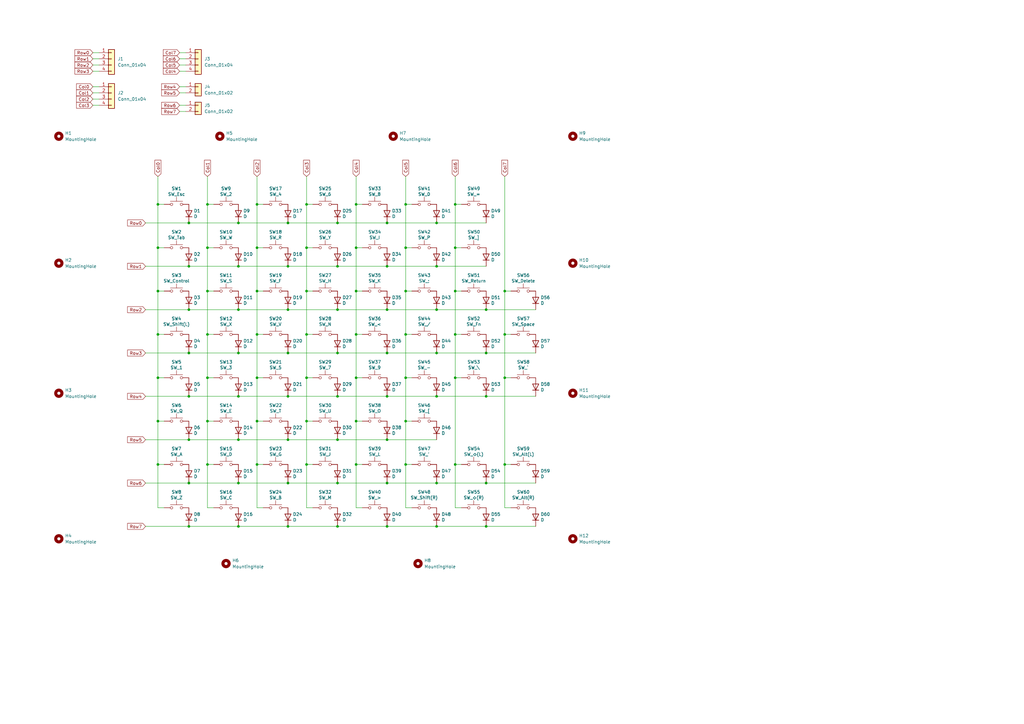
<source format=kicad_sch>
(kicad_sch (version 20211123) (generator eeschema)

  (uuid 5245fe21-b507-43dd-8813-9ae3c7554589)

  (paper "A3")

  (lib_symbols
    (symbol "Connector_Generic:Conn_01x02" (pin_names (offset 1.016) hide) (in_bom yes) (on_board yes)
      (property "Reference" "J" (id 0) (at 0 2.54 0)
        (effects (font (size 1.27 1.27)))
      )
      (property "Value" "Conn_01x02" (id 1) (at 0 -5.08 0)
        (effects (font (size 1.27 1.27)))
      )
      (property "Footprint" "" (id 2) (at 0 0 0)
        (effects (font (size 1.27 1.27)) hide)
      )
      (property "Datasheet" "~" (id 3) (at 0 0 0)
        (effects (font (size 1.27 1.27)) hide)
      )
      (property "ki_keywords" "connector" (id 4) (at 0 0 0)
        (effects (font (size 1.27 1.27)) hide)
      )
      (property "ki_description" "Generic connector, single row, 01x02, script generated (kicad-library-utils/schlib/autogen/connector/)" (id 5) (at 0 0 0)
        (effects (font (size 1.27 1.27)) hide)
      )
      (property "ki_fp_filters" "Connector*:*_1x??_*" (id 6) (at 0 0 0)
        (effects (font (size 1.27 1.27)) hide)
      )
      (symbol "Conn_01x02_1_1"
        (rectangle (start -1.27 -2.413) (end 0 -2.667)
          (stroke (width 0.1524) (type default) (color 0 0 0 0))
          (fill (type none))
        )
        (rectangle (start -1.27 0.127) (end 0 -0.127)
          (stroke (width 0.1524) (type default) (color 0 0 0 0))
          (fill (type none))
        )
        (rectangle (start -1.27 1.27) (end 1.27 -3.81)
          (stroke (width 0.254) (type default) (color 0 0 0 0))
          (fill (type background))
        )
        (pin passive line (at -5.08 0 0) (length 3.81)
          (name "Pin_1" (effects (font (size 1.27 1.27))))
          (number "1" (effects (font (size 1.27 1.27))))
        )
        (pin passive line (at -5.08 -2.54 0) (length 3.81)
          (name "Pin_2" (effects (font (size 1.27 1.27))))
          (number "2" (effects (font (size 1.27 1.27))))
        )
      )
    )
    (symbol "Connector_Generic:Conn_01x04" (pin_names (offset 1.016) hide) (in_bom yes) (on_board yes)
      (property "Reference" "J" (id 0) (at 0 5.08 0)
        (effects (font (size 1.27 1.27)))
      )
      (property "Value" "Conn_01x04" (id 1) (at 0 -7.62 0)
        (effects (font (size 1.27 1.27)))
      )
      (property "Footprint" "" (id 2) (at 0 0 0)
        (effects (font (size 1.27 1.27)) hide)
      )
      (property "Datasheet" "~" (id 3) (at 0 0 0)
        (effects (font (size 1.27 1.27)) hide)
      )
      (property "ki_keywords" "connector" (id 4) (at 0 0 0)
        (effects (font (size 1.27 1.27)) hide)
      )
      (property "ki_description" "Generic connector, single row, 01x04, script generated (kicad-library-utils/schlib/autogen/connector/)" (id 5) (at 0 0 0)
        (effects (font (size 1.27 1.27)) hide)
      )
      (property "ki_fp_filters" "Connector*:*_1x??_*" (id 6) (at 0 0 0)
        (effects (font (size 1.27 1.27)) hide)
      )
      (symbol "Conn_01x04_1_1"
        (rectangle (start -1.27 -4.953) (end 0 -5.207)
          (stroke (width 0.1524) (type default) (color 0 0 0 0))
          (fill (type none))
        )
        (rectangle (start -1.27 -2.413) (end 0 -2.667)
          (stroke (width 0.1524) (type default) (color 0 0 0 0))
          (fill (type none))
        )
        (rectangle (start -1.27 0.127) (end 0 -0.127)
          (stroke (width 0.1524) (type default) (color 0 0 0 0))
          (fill (type none))
        )
        (rectangle (start -1.27 2.667) (end 0 2.413)
          (stroke (width 0.1524) (type default) (color 0 0 0 0))
          (fill (type none))
        )
        (rectangle (start -1.27 3.81) (end 1.27 -6.35)
          (stroke (width 0.254) (type default) (color 0 0 0 0))
          (fill (type background))
        )
        (pin passive line (at -5.08 2.54 0) (length 3.81)
          (name "Pin_1" (effects (font (size 1.27 1.27))))
          (number "1" (effects (font (size 1.27 1.27))))
        )
        (pin passive line (at -5.08 0 0) (length 3.81)
          (name "Pin_2" (effects (font (size 1.27 1.27))))
          (number "2" (effects (font (size 1.27 1.27))))
        )
        (pin passive line (at -5.08 -2.54 0) (length 3.81)
          (name "Pin_3" (effects (font (size 1.27 1.27))))
          (number "3" (effects (font (size 1.27 1.27))))
        )
        (pin passive line (at -5.08 -5.08 0) (length 3.81)
          (name "Pin_4" (effects (font (size 1.27 1.27))))
          (number "4" (effects (font (size 1.27 1.27))))
        )
      )
    )
    (symbol "Device:D" (pin_numbers hide) (pin_names (offset 1.016) hide) (in_bom yes) (on_board yes)
      (property "Reference" "D" (id 0) (at 0 2.54 0)
        (effects (font (size 1.27 1.27)))
      )
      (property "Value" "D" (id 1) (at 0 -2.54 0)
        (effects (font (size 1.27 1.27)))
      )
      (property "Footprint" "" (id 2) (at 0 0 0)
        (effects (font (size 1.27 1.27)) hide)
      )
      (property "Datasheet" "~" (id 3) (at 0 0 0)
        (effects (font (size 1.27 1.27)) hide)
      )
      (property "ki_keywords" "diode" (id 4) (at 0 0 0)
        (effects (font (size 1.27 1.27)) hide)
      )
      (property "ki_description" "Diode" (id 5) (at 0 0 0)
        (effects (font (size 1.27 1.27)) hide)
      )
      (property "ki_fp_filters" "TO-???* *_Diode_* *SingleDiode* D_*" (id 6) (at 0 0 0)
        (effects (font (size 1.27 1.27)) hide)
      )
      (symbol "D_0_1"
        (polyline
          (pts
            (xy -1.27 1.27)
            (xy -1.27 -1.27)
          )
          (stroke (width 0.254) (type default) (color 0 0 0 0))
          (fill (type none))
        )
        (polyline
          (pts
            (xy 1.27 0)
            (xy -1.27 0)
          )
          (stroke (width 0) (type default) (color 0 0 0 0))
          (fill (type none))
        )
        (polyline
          (pts
            (xy 1.27 1.27)
            (xy 1.27 -1.27)
            (xy -1.27 0)
            (xy 1.27 1.27)
          )
          (stroke (width 0.254) (type default) (color 0 0 0 0))
          (fill (type none))
        )
      )
      (symbol "D_1_1"
        (pin passive line (at -3.81 0 0) (length 2.54)
          (name "K" (effects (font (size 1.27 1.27))))
          (number "1" (effects (font (size 1.27 1.27))))
        )
        (pin passive line (at 3.81 0 180) (length 2.54)
          (name "A" (effects (font (size 1.27 1.27))))
          (number "2" (effects (font (size 1.27 1.27))))
        )
      )
    )
    (symbol "Mechanical:MountingHole" (pin_names (offset 1.016)) (in_bom yes) (on_board yes)
      (property "Reference" "H" (id 0) (at 0 5.08 0)
        (effects (font (size 1.27 1.27)))
      )
      (property "Value" "MountingHole" (id 1) (at 0 3.175 0)
        (effects (font (size 1.27 1.27)))
      )
      (property "Footprint" "" (id 2) (at 0 0 0)
        (effects (font (size 1.27 1.27)) hide)
      )
      (property "Datasheet" "~" (id 3) (at 0 0 0)
        (effects (font (size 1.27 1.27)) hide)
      )
      (property "ki_keywords" "mounting hole" (id 4) (at 0 0 0)
        (effects (font (size 1.27 1.27)) hide)
      )
      (property "ki_description" "Mounting Hole without connection" (id 5) (at 0 0 0)
        (effects (font (size 1.27 1.27)) hide)
      )
      (property "ki_fp_filters" "MountingHole*" (id 6) (at 0 0 0)
        (effects (font (size 1.27 1.27)) hide)
      )
      (symbol "MountingHole_0_1"
        (circle (center 0 0) (radius 1.27)
          (stroke (width 1.27) (type default) (color 0 0 0 0))
          (fill (type none))
        )
      )
    )
    (symbol "Switch:SW_Push" (pin_numbers hide) (pin_names (offset 1.016) hide) (in_bom yes) (on_board yes)
      (property "Reference" "SW" (id 0) (at 1.27 2.54 0)
        (effects (font (size 1.27 1.27)) (justify left))
      )
      (property "Value" "SW_Push" (id 1) (at 0 -1.524 0)
        (effects (font (size 1.27 1.27)))
      )
      (property "Footprint" "" (id 2) (at 0 5.08 0)
        (effects (font (size 1.27 1.27)) hide)
      )
      (property "Datasheet" "~" (id 3) (at 0 5.08 0)
        (effects (font (size 1.27 1.27)) hide)
      )
      (property "ki_keywords" "switch normally-open pushbutton push-button" (id 4) (at 0 0 0)
        (effects (font (size 1.27 1.27)) hide)
      )
      (property "ki_description" "Push button switch, generic, two pins" (id 5) (at 0 0 0)
        (effects (font (size 1.27 1.27)) hide)
      )
      (symbol "SW_Push_0_1"
        (circle (center -2.032 0) (radius 0.508)
          (stroke (width 0) (type default) (color 0 0 0 0))
          (fill (type none))
        )
        (polyline
          (pts
            (xy 0 1.27)
            (xy 0 3.048)
          )
          (stroke (width 0) (type default) (color 0 0 0 0))
          (fill (type none))
        )
        (polyline
          (pts
            (xy 2.54 1.27)
            (xy -2.54 1.27)
          )
          (stroke (width 0) (type default) (color 0 0 0 0))
          (fill (type none))
        )
        (circle (center 2.032 0) (radius 0.508)
          (stroke (width 0) (type default) (color 0 0 0 0))
          (fill (type none))
        )
        (pin passive line (at -5.08 0 0) (length 2.54)
          (name "1" (effects (font (size 1.27 1.27))))
          (number "1" (effects (font (size 1.27 1.27))))
        )
        (pin passive line (at 5.08 0 180) (length 2.54)
          (name "2" (effects (font (size 1.27 1.27))))
          (number "2" (effects (font (size 1.27 1.27))))
        )
      )
    )
  )

  (junction (at 64.77 154.94) (diameter 0) (color 0 0 0 0)
    (uuid 05f22d79-5444-4c0a-b864-74275f5a00d7)
  )
  (junction (at 85.09 83.82) (diameter 0) (color 0 0 0 0)
    (uuid 0828d804-5311-4ef7-85d9-82dbe940f9ea)
  )
  (junction (at 64.77 172.72) (diameter 0) (color 0 0 0 0)
    (uuid 0dfea522-5c68-4501-bf31-c6284380461f)
  )
  (junction (at 146.05 154.94) (diameter 0) (color 0 0 0 0)
    (uuid 133071c3-02c3-4dc0-a27e-170f153a7f3b)
  )
  (junction (at 199.39 215.9) (diameter 0) (color 0 0 0 0)
    (uuid 15496f9b-5b01-4d03-a60f-cfe0fa7830ec)
  )
  (junction (at 64.77 137.16) (diameter 0) (color 0 0 0 0)
    (uuid 16ded299-ea50-4fb3-9aae-1c1cb8b45917)
  )
  (junction (at 146.05 83.82) (diameter 0) (color 0 0 0 0)
    (uuid 170b4a60-506d-4efc-a609-27f71956083b)
  )
  (junction (at 179.07 162.56) (diameter 0) (color 0 0 0 0)
    (uuid 185cb56c-41f9-420e-bc30-1a68f3e156bf)
  )
  (junction (at 105.41 154.94) (diameter 0) (color 0 0 0 0)
    (uuid 1a59a676-9182-4d93-8ca0-17172d01546f)
  )
  (junction (at 77.47 198.12) (diameter 0) (color 0 0 0 0)
    (uuid 1a9baba3-e9dc-42fe-9f0a-a2b3828cae1d)
  )
  (junction (at 118.11 215.9) (diameter 0) (color 0 0 0 0)
    (uuid 1aadd5b2-c9cf-4d47-89b3-1432e652ee4d)
  )
  (junction (at 158.75 180.34) (diameter 0) (color 0 0 0 0)
    (uuid 22e7c796-c143-48b4-baf6-4c311585b8fc)
  )
  (junction (at 118.11 109.22) (diameter 0) (color 0 0 0 0)
    (uuid 2cfbe27b-9f60-46a8-9ee1-8ef27cb64d28)
  )
  (junction (at 97.79 215.9) (diameter 0) (color 0 0 0 0)
    (uuid 30489910-163f-483d-be73-902cbb35c577)
  )
  (junction (at 207.01 154.94) (diameter 0) (color 0 0 0 0)
    (uuid 30aebda8-4e23-4a10-8cc2-49d64080a406)
  )
  (junction (at 186.69 83.82) (diameter 0) (color 0 0 0 0)
    (uuid 3115c635-d91e-451c-b8c1-b0b0bcda40aa)
  )
  (junction (at 125.73 101.6) (diameter 0) (color 0 0 0 0)
    (uuid 318bac9f-6af6-49b6-9f82-1d25d1e1e0b0)
  )
  (junction (at 125.73 137.16) (diameter 0) (color 0 0 0 0)
    (uuid 31e61f84-2da7-4f38-9409-bcd83693c346)
  )
  (junction (at 97.79 91.44) (diameter 0) (color 0 0 0 0)
    (uuid 37f18c14-3ec6-4c95-8c0b-4d381e7e1d6f)
  )
  (junction (at 77.47 144.78) (diameter 0) (color 0 0 0 0)
    (uuid 39d30466-428b-4c29-80f9-583970e46bd0)
  )
  (junction (at 166.37 137.16) (diameter 0) (color 0 0 0 0)
    (uuid 3b1b3319-0ceb-438f-ad37-9b2913a33df7)
  )
  (junction (at 77.47 180.34) (diameter 0) (color 0 0 0 0)
    (uuid 3c55778e-0e2c-448c-9fd4-d766cc3b4064)
  )
  (junction (at 105.41 119.38) (diameter 0) (color 0 0 0 0)
    (uuid 40a4caf1-b0cb-4782-b408-17fbb1f50066)
  )
  (junction (at 97.79 109.22) (diameter 0) (color 0 0 0 0)
    (uuid 467d0d23-741b-42c3-acf4-8b273c2c95c9)
  )
  (junction (at 179.07 144.78) (diameter 0) (color 0 0 0 0)
    (uuid 476c3787-04da-45ba-9e38-0ec2a9675b0f)
  )
  (junction (at 158.75 198.12) (diameter 0) (color 0 0 0 0)
    (uuid 49a58012-636d-4f7c-8a58-50af5e547cf3)
  )
  (junction (at 97.79 198.12) (diameter 0) (color 0 0 0 0)
    (uuid 4bc7fcdb-0779-44cc-8b71-9d3d44a16ad9)
  )
  (junction (at 105.41 101.6) (diameter 0) (color 0 0 0 0)
    (uuid 4d35bd40-3967-47a7-85d7-bee164f19a9e)
  )
  (junction (at 158.75 109.22) (diameter 0) (color 0 0 0 0)
    (uuid 4eca3496-c4cb-4fec-b6b7-7bd9a64cd9bd)
  )
  (junction (at 138.43 215.9) (diameter 0) (color 0 0 0 0)
    (uuid 504efe54-d5d6-4302-8e78-c0471cae9b1c)
  )
  (junction (at 125.73 154.94) (diameter 0) (color 0 0 0 0)
    (uuid 5152206d-8f19-4321-a25f-4e2c189fca2e)
  )
  (junction (at 166.37 83.82) (diameter 0) (color 0 0 0 0)
    (uuid 51fe9ddf-ac6d-496d-b206-b684d48a953c)
  )
  (junction (at 77.47 91.44) (diameter 0) (color 0 0 0 0)
    (uuid 59957d3d-be33-461d-81d1-7a0383c397fc)
  )
  (junction (at 199.39 162.56) (diameter 0) (color 0 0 0 0)
    (uuid 5d99f845-d69d-4b29-b306-60f70ee27618)
  )
  (junction (at 64.77 83.82) (diameter 0) (color 0 0 0 0)
    (uuid 5db19cc7-bcf8-45f4-8e4b-0bd15b0f5c98)
  )
  (junction (at 146.05 119.38) (diameter 0) (color 0 0 0 0)
    (uuid 5dbe6d3d-2b4d-4a91-b25e-7c264e49561c)
  )
  (junction (at 158.75 215.9) (diameter 0) (color 0 0 0 0)
    (uuid 5e9e7b13-a1f9-442b-9fae-c6a57410cc39)
  )
  (junction (at 158.75 91.44) (diameter 0) (color 0 0 0 0)
    (uuid 603faa8e-a057-4d4f-b636-aa236cba80c0)
  )
  (junction (at 166.37 154.94) (diameter 0) (color 0 0 0 0)
    (uuid 62e995ba-cdf7-439f-9e65-80086492c8ea)
  )
  (junction (at 146.05 137.16) (diameter 0) (color 0 0 0 0)
    (uuid 64055a20-b743-4fcb-b90f-f34f79b2f761)
  )
  (junction (at 166.37 172.72) (diameter 0) (color 0 0 0 0)
    (uuid 68bf826a-e0d8-438b-929d-487d5257cfbc)
  )
  (junction (at 138.43 127) (diameter 0) (color 0 0 0 0)
    (uuid 6e1f5d33-646d-4649-b2bd-3b5c88f911f6)
  )
  (junction (at 186.69 137.16) (diameter 0) (color 0 0 0 0)
    (uuid 6e700b0f-0794-44df-bac7-7d13efa7bbee)
  )
  (junction (at 207.01 119.38) (diameter 0) (color 0 0 0 0)
    (uuid 7001dfc5-e5ba-4395-b75b-a57501ad6e63)
  )
  (junction (at 146.05 190.5) (diameter 0) (color 0 0 0 0)
    (uuid 71ea4fdf-3296-4e5a-848b-aca4f6fdc7e8)
  )
  (junction (at 77.47 127) (diameter 0) (color 0 0 0 0)
    (uuid 73eca727-8076-4700-aa46-d47a7e684d0b)
  )
  (junction (at 199.39 127) (diameter 0) (color 0 0 0 0)
    (uuid 74a91684-d145-47aa-ad3a-5518b77c74e9)
  )
  (junction (at 186.69 119.38) (diameter 0) (color 0 0 0 0)
    (uuid 784f985d-7c67-4dc1-a37d-31b83cab742b)
  )
  (junction (at 158.75 144.78) (diameter 0) (color 0 0 0 0)
    (uuid 7c6ddfae-72ac-43cb-8f58-2e131e5da659)
  )
  (junction (at 179.07 109.22) (diameter 0) (color 0 0 0 0)
    (uuid 7d4b93e6-f0a8-431d-9dcf-01b42a7a1505)
  )
  (junction (at 118.11 162.56) (diameter 0) (color 0 0 0 0)
    (uuid 82d6c927-ab4b-4596-b30b-cb5e3047c494)
  )
  (junction (at 138.43 109.22) (diameter 0) (color 0 0 0 0)
    (uuid 86b4bcd2-07ae-4606-98fa-68639ab023fe)
  )
  (junction (at 85.09 119.38) (diameter 0) (color 0 0 0 0)
    (uuid 87b257af-a9cb-468a-926f-bb2805483c94)
  )
  (junction (at 186.69 190.5) (diameter 0) (color 0 0 0 0)
    (uuid 894bb8e7-bc49-47bb-9f1b-98814358eebe)
  )
  (junction (at 105.41 137.16) (diameter 0) (color 0 0 0 0)
    (uuid 8b2ee2b0-d733-4536-9ef4-2b8770ba16bb)
  )
  (junction (at 166.37 190.5) (diameter 0) (color 0 0 0 0)
    (uuid 8d94c88b-196f-4c4c-a5b2-35e75d457b83)
  )
  (junction (at 186.69 154.94) (diameter 0) (color 0 0 0 0)
    (uuid 8ef9bbcc-49af-4e03-a707-82d0f9f1b86c)
  )
  (junction (at 138.43 144.78) (diameter 0) (color 0 0 0 0)
    (uuid 91e74c72-2714-4411-a1c3-cc9253a0b6a5)
  )
  (junction (at 146.05 101.6) (diameter 0) (color 0 0 0 0)
    (uuid 92fadb6a-02ab-4cc8-bc4c-be09eac5c91e)
  )
  (junction (at 166.37 119.38) (diameter 0) (color 0 0 0 0)
    (uuid 94c3d046-b593-42f4-a6ad-be275fd6b383)
  )
  (junction (at 77.47 109.22) (diameter 0) (color 0 0 0 0)
    (uuid 95533ba1-9d5a-4379-96e0-04ebeb1f4d6c)
  )
  (junction (at 118.11 91.44) (diameter 0) (color 0 0 0 0)
    (uuid 97ace27c-9851-42ef-86e2-8beb0acd0316)
  )
  (junction (at 105.41 172.72) (diameter 0) (color 0 0 0 0)
    (uuid 9cd62716-a410-4942-9bee-55b69b821aa1)
  )
  (junction (at 125.73 119.38) (diameter 0) (color 0 0 0 0)
    (uuid 9ce6da6d-a692-4f88-8605-c638e29da364)
  )
  (junction (at 179.07 127) (diameter 0) (color 0 0 0 0)
    (uuid 9e5aef9f-d677-4477-8f9f-62c02c2c9151)
  )
  (junction (at 97.79 127) (diameter 0) (color 0 0 0 0)
    (uuid a158e0e7-f31e-4e40-a293-72c39691fbd8)
  )
  (junction (at 77.47 215.9) (diameter 0) (color 0 0 0 0)
    (uuid a5653f6e-f865-425a-8f57-a6fd1b44c6a3)
  )
  (junction (at 105.41 83.82) (diameter 0) (color 0 0 0 0)
    (uuid a98f5006-cdb6-457e-a38e-408ae514f3f8)
  )
  (junction (at 138.43 198.12) (diameter 0) (color 0 0 0 0)
    (uuid ab83904f-2a95-4dcc-aca9-ff762aabee7e)
  )
  (junction (at 125.73 190.5) (diameter 0) (color 0 0 0 0)
    (uuid afd95935-e9c2-4fb7-90fa-a1f644bb2a1b)
  )
  (junction (at 179.07 198.12) (diameter 0) (color 0 0 0 0)
    (uuid b0fcd2f2-140d-4c4f-bd0f-fc7aaa0bab5f)
  )
  (junction (at 97.79 162.56) (diameter 0) (color 0 0 0 0)
    (uuid b18b0996-2b4b-4722-8fe8-64746ac9ad11)
  )
  (junction (at 118.11 180.34) (diameter 0) (color 0 0 0 0)
    (uuid b210dafc-2cb9-4a51-aabb-50ea10b36be0)
  )
  (junction (at 64.77 190.5) (diameter 0) (color 0 0 0 0)
    (uuid b41dff38-44ca-40bd-a6c8-8515c4a9b83b)
  )
  (junction (at 64.77 119.38) (diameter 0) (color 0 0 0 0)
    (uuid b4f2309b-0543-478a-b92d-7d01e5e7d96b)
  )
  (junction (at 85.09 101.6) (diameter 0) (color 0 0 0 0)
    (uuid b5200e71-4906-4145-801c-04940e662fff)
  )
  (junction (at 77.47 162.56) (diameter 0) (color 0 0 0 0)
    (uuid b5fa4737-deee-4a06-a42d-c73c61f9386d)
  )
  (junction (at 97.79 180.34) (diameter 0) (color 0 0 0 0)
    (uuid b6a16ef8-9776-4738-8029-1eeb670c299a)
  )
  (junction (at 207.01 190.5) (diameter 0) (color 0 0 0 0)
    (uuid b8ce8111-d057-4e79-8074-3fb8c29136f8)
  )
  (junction (at 118.11 127) (diameter 0) (color 0 0 0 0)
    (uuid b8eb1774-d57a-4ca5-b64e-ca378ab4c3bd)
  )
  (junction (at 199.39 198.12) (diameter 0) (color 0 0 0 0)
    (uuid be4bb45f-3be9-4f48-913e-a003a19b9023)
  )
  (junction (at 138.43 162.56) (diameter 0) (color 0 0 0 0)
    (uuid bfddb68b-17f4-4a6a-8bbd-b409204e1be9)
  )
  (junction (at 166.37 101.6) (diameter 0) (color 0 0 0 0)
    (uuid c14cfc72-d0d9-4b40-9272-2e7bc4b695cd)
  )
  (junction (at 97.79 144.78) (diameter 0) (color 0 0 0 0)
    (uuid c7e44755-c8f7-4ff8-8741-3fcceea79423)
  )
  (junction (at 118.11 198.12) (diameter 0) (color 0 0 0 0)
    (uuid cae04918-62ea-4a2b-b3f7-4c6f9df3d72b)
  )
  (junction (at 179.07 215.9) (diameter 0) (color 0 0 0 0)
    (uuid cc901714-29e5-43c7-8e16-d26bcb12be21)
  )
  (junction (at 138.43 180.34) (diameter 0) (color 0 0 0 0)
    (uuid cde73ee5-7445-4e14-bf7d-c057dae3a065)
  )
  (junction (at 85.09 154.94) (diameter 0) (color 0 0 0 0)
    (uuid dd29a6f1-9d37-4d7d-815d-f44be552319a)
  )
  (junction (at 105.41 190.5) (diameter 0) (color 0 0 0 0)
    (uuid ddfbec72-2aee-4bd5-a1c5-c05008d47f55)
  )
  (junction (at 118.11 144.78) (diameter 0) (color 0 0 0 0)
    (uuid e0f0d88a-2df1-42a7-b1be-9eac41d36fe0)
  )
  (junction (at 179.07 91.44) (diameter 0) (color 0 0 0 0)
    (uuid e11c583e-d7da-4b89-8cfb-14f59e5ccc24)
  )
  (junction (at 207.01 137.16) (diameter 0) (color 0 0 0 0)
    (uuid e199d602-e55b-42e9-bd9f-d07ee4ba7d85)
  )
  (junction (at 85.09 137.16) (diameter 0) (color 0 0 0 0)
    (uuid e3dd3bed-794a-49b9-a8a6-916f895ea4bb)
  )
  (junction (at 186.69 101.6) (diameter 0) (color 0 0 0 0)
    (uuid eadda25f-c3d3-4f6c-a21f-623a21e426b0)
  )
  (junction (at 64.77 101.6) (diameter 0) (color 0 0 0 0)
    (uuid ec7ddba9-7a54-4ec4-a65e-0f62175c43e7)
  )
  (junction (at 125.73 172.72) (diameter 0) (color 0 0 0 0)
    (uuid ed57307b-4c2a-442f-a78d-bbb9a6881727)
  )
  (junction (at 158.75 162.56) (diameter 0) (color 0 0 0 0)
    (uuid ee96fdb5-d62b-4443-8a09-36b7004d4608)
  )
  (junction (at 199.39 144.78) (diameter 0) (color 0 0 0 0)
    (uuid f1b871d1-0285-4c08-b5a4-3a5eec3d2f3c)
  )
  (junction (at 125.73 83.82) (diameter 0) (color 0 0 0 0)
    (uuid f6249160-d04e-4908-9645-9b844caf2159)
  )
  (junction (at 146.05 172.72) (diameter 0) (color 0 0 0 0)
    (uuid f8d3f4df-c633-419a-97de-f6f10105fb64)
  )
  (junction (at 138.43 91.44) (diameter 0) (color 0 0 0 0)
    (uuid fb3f1f4c-1454-4d4f-80c3-43bd48ba5df1)
  )
  (junction (at 85.09 190.5) (diameter 0) (color 0 0 0 0)
    (uuid fbbccba9-9354-4272-b953-b39d6f0f8776)
  )
  (junction (at 158.75 127) (diameter 0) (color 0 0 0 0)
    (uuid fd746043-6357-4ad3-aaf7-1b1ec915e45a)
  )
  (junction (at 85.09 172.72) (diameter 0) (color 0 0 0 0)
    (uuid ffdb027b-5d8c-4fd9-923d-2e8e1120f067)
  )

  (wire (pts (xy 138.43 180.34) (xy 158.75 180.34))
    (stroke (width 0) (type default) (color 0 0 0 0))
    (uuid 00bbee96-7d87-4973-9511-a3045f45d88d)
  )
  (wire (pts (xy 85.09 72.39) (xy 85.09 83.82))
    (stroke (width 0) (type default) (color 0 0 0 0))
    (uuid 04fbe3cc-d818-4f40-8f9b-06980ca6b150)
  )
  (wire (pts (xy 73.66 26.67) (xy 76.2 26.67))
    (stroke (width 0) (type default) (color 0 0 0 0))
    (uuid 06f96fe7-315d-466e-9a84-010a87af5fe5)
  )
  (wire (pts (xy 64.77 137.16) (xy 67.31 137.16))
    (stroke (width 0) (type default) (color 0 0 0 0))
    (uuid 0a08f259-371e-41d5-9ead-80d356199724)
  )
  (wire (pts (xy 146.05 190.5) (xy 146.05 208.28))
    (stroke (width 0) (type default) (color 0 0 0 0))
    (uuid 0a504f29-4d69-42ca-a9bd-21e3c1842bfb)
  )
  (wire (pts (xy 85.09 83.82) (xy 85.09 101.6))
    (stroke (width 0) (type default) (color 0 0 0 0))
    (uuid 0aaeddc0-ba5b-48bd-a9f6-03100eed01da)
  )
  (wire (pts (xy 40.64 29.21) (xy 38.1 29.21))
    (stroke (width 0) (type default) (color 0 0 0 0))
    (uuid 0be7dcb2-b186-405b-a910-7c16fda22702)
  )
  (wire (pts (xy 186.69 101.6) (xy 189.23 101.6))
    (stroke (width 0) (type default) (color 0 0 0 0))
    (uuid 0fdbee31-52b4-44cb-bbee-1ea25ae98425)
  )
  (wire (pts (xy 73.66 21.59) (xy 76.2 21.59))
    (stroke (width 0) (type default) (color 0 0 0 0))
    (uuid 0fef8c0c-d7eb-4f75-a399-676263cb2d1d)
  )
  (wire (pts (xy 125.73 172.72) (xy 128.27 172.72))
    (stroke (width 0) (type default) (color 0 0 0 0))
    (uuid 117c566b-ea61-4aea-af4e-1abda22fec61)
  )
  (wire (pts (xy 207.01 119.38) (xy 209.55 119.38))
    (stroke (width 0) (type default) (color 0 0 0 0))
    (uuid 12aa0c60-f2aa-4bfb-b20f-bf0fbed48401)
  )
  (wire (pts (xy 146.05 101.6) (xy 148.59 101.6))
    (stroke (width 0) (type default) (color 0 0 0 0))
    (uuid 12f5e328-deac-41bf-929e-b90895fecfc3)
  )
  (wire (pts (xy 64.77 101.6) (xy 64.77 119.38))
    (stroke (width 0) (type default) (color 0 0 0 0))
    (uuid 13e8d4a6-321e-482f-af89-45d869efd894)
  )
  (wire (pts (xy 186.69 83.82) (xy 189.23 83.82))
    (stroke (width 0) (type default) (color 0 0 0 0))
    (uuid 14170d31-3a09-4079-abce-4405e77000c3)
  )
  (wire (pts (xy 186.69 83.82) (xy 186.69 101.6))
    (stroke (width 0) (type default) (color 0 0 0 0))
    (uuid 19bfd633-a402-4cec-ab84-424976d36156)
  )
  (wire (pts (xy 105.41 83.82) (xy 105.41 101.6))
    (stroke (width 0) (type default) (color 0 0 0 0))
    (uuid 1c1170e5-19ff-4939-9f61-5d1589fedc32)
  )
  (wire (pts (xy 59.69 198.12) (xy 77.47 198.12))
    (stroke (width 0) (type default) (color 0 0 0 0))
    (uuid 1dfabbb8-271b-4f90-8092-464be1bc3dbe)
  )
  (wire (pts (xy 207.01 137.16) (xy 209.55 137.16))
    (stroke (width 0) (type default) (color 0 0 0 0))
    (uuid 2033520e-698d-48d4-a770-326f1aabf589)
  )
  (wire (pts (xy 186.69 190.5) (xy 186.69 208.28))
    (stroke (width 0) (type default) (color 0 0 0 0))
    (uuid 204a7336-0259-46a4-8682-2223d11a1d9d)
  )
  (wire (pts (xy 85.09 172.72) (xy 87.63 172.72))
    (stroke (width 0) (type default) (color 0 0 0 0))
    (uuid 21add6a7-56aa-42c3-b94c-30d0be08dbfe)
  )
  (wire (pts (xy 125.73 72.39) (xy 125.73 83.82))
    (stroke (width 0) (type default) (color 0 0 0 0))
    (uuid 223fd307-ae1d-446c-bcfa-80b1a073b312)
  )
  (wire (pts (xy 85.09 190.5) (xy 85.09 208.28))
    (stroke (width 0) (type default) (color 0 0 0 0))
    (uuid 2297a2da-70f4-483c-9d2a-6dcd02a81575)
  )
  (wire (pts (xy 77.47 198.12) (xy 77.47 196.85))
    (stroke (width 0) (type default) (color 0 0 0 0))
    (uuid 23219cd0-e983-4b89-bc69-3c6e5dba3e47)
  )
  (wire (pts (xy 199.39 215.9) (xy 219.71 215.9))
    (stroke (width 0) (type default) (color 0 0 0 0))
    (uuid 2395aa69-0f9f-4fef-9994-9c1359494c9f)
  )
  (wire (pts (xy 64.77 119.38) (xy 67.31 119.38))
    (stroke (width 0) (type default) (color 0 0 0 0))
    (uuid 249a316f-9681-4f0f-ad2c-25b07930a6c2)
  )
  (wire (pts (xy 125.73 119.38) (xy 125.73 137.16))
    (stroke (width 0) (type default) (color 0 0 0 0))
    (uuid 2508f528-550f-457c-a133-ebec5ee85dbc)
  )
  (wire (pts (xy 146.05 208.28) (xy 148.59 208.28))
    (stroke (width 0) (type default) (color 0 0 0 0))
    (uuid 263a65dc-7807-4d19-a3c7-d133f3759963)
  )
  (wire (pts (xy 105.41 137.16) (xy 107.95 137.16))
    (stroke (width 0) (type default) (color 0 0 0 0))
    (uuid 26befa54-7925-40c3-9f04-9832fab742f8)
  )
  (wire (pts (xy 85.09 101.6) (xy 87.63 101.6))
    (stroke (width 0) (type default) (color 0 0 0 0))
    (uuid 26e57d85-52d3-4bd7-8e8a-4d3898c9f57e)
  )
  (wire (pts (xy 105.41 72.39) (xy 105.41 83.82))
    (stroke (width 0) (type default) (color 0 0 0 0))
    (uuid 26fd64c2-a1bd-42c8-885d-8c7eb83fafb2)
  )
  (wire (pts (xy 186.69 119.38) (xy 189.23 119.38))
    (stroke (width 0) (type default) (color 0 0 0 0))
    (uuid 280a68ac-bdd9-4885-bca6-730f9539b25a)
  )
  (wire (pts (xy 179.07 144.78) (xy 199.39 144.78))
    (stroke (width 0) (type default) (color 0 0 0 0))
    (uuid 28d4b6b0-a2c6-4cf5-bbb6-4492b63346a9)
  )
  (wire (pts (xy 146.05 190.5) (xy 148.59 190.5))
    (stroke (width 0) (type default) (color 0 0 0 0))
    (uuid 293d1e1c-8743-4c31-8bd5-a27fdb35003f)
  )
  (wire (pts (xy 59.69 91.44) (xy 77.47 91.44))
    (stroke (width 0) (type default) (color 0 0 0 0))
    (uuid 2940014c-53bb-48dc-b202-1938b3800b6d)
  )
  (wire (pts (xy 76.2 35.56) (xy 73.66 35.56))
    (stroke (width 0) (type default) (color 0 0 0 0))
    (uuid 2cac289b-f3bf-493d-9fb1-b942d28bd944)
  )
  (wire (pts (xy 73.66 45.72) (xy 76.2 45.72))
    (stroke (width 0) (type default) (color 0 0 0 0))
    (uuid 2cb4490f-a672-4c7f-9509-e2c04796e03b)
  )
  (wire (pts (xy 73.66 43.18) (xy 76.2 43.18))
    (stroke (width 0) (type default) (color 0 0 0 0))
    (uuid 2f61e7a4-df7d-4434-bb09-adb14444e8e4)
  )
  (wire (pts (xy 73.66 29.21) (xy 76.2 29.21))
    (stroke (width 0) (type default) (color 0 0 0 0))
    (uuid 31c6ac67-85f9-4efc-840f-bc73f6fbc691)
  )
  (wire (pts (xy 64.77 154.94) (xy 64.77 172.72))
    (stroke (width 0) (type default) (color 0 0 0 0))
    (uuid 32ef3915-06c4-4cb7-80e1-720f31f1391b)
  )
  (wire (pts (xy 97.79 127) (xy 118.11 127))
    (stroke (width 0) (type default) (color 0 0 0 0))
    (uuid 3384c4b1-8b9c-4cc5-9fdd-d021e6c8dade)
  )
  (wire (pts (xy 146.05 154.94) (xy 148.59 154.94))
    (stroke (width 0) (type default) (color 0 0 0 0))
    (uuid 354fd6ec-bb7d-4b59-b534-0e7debfafc35)
  )
  (wire (pts (xy 97.79 144.78) (xy 118.11 144.78))
    (stroke (width 0) (type default) (color 0 0 0 0))
    (uuid 35810d81-23a8-4f6e-95a1-e268eb1543f2)
  )
  (wire (pts (xy 166.37 101.6) (xy 168.91 101.6))
    (stroke (width 0) (type default) (color 0 0 0 0))
    (uuid 3630c7fb-82c7-433c-9063-81fc009f1cdc)
  )
  (wire (pts (xy 38.1 38.1) (xy 40.64 38.1))
    (stroke (width 0) (type default) (color 0 0 0 0))
    (uuid 37bc99aa-0cac-4fb9-900b-71e7a1780381)
  )
  (wire (pts (xy 179.07 198.12) (xy 199.39 198.12))
    (stroke (width 0) (type default) (color 0 0 0 0))
    (uuid 37c4a94c-3b5b-4259-8d34-abe1330152f8)
  )
  (wire (pts (xy 85.09 172.72) (xy 85.09 190.5))
    (stroke (width 0) (type default) (color 0 0 0 0))
    (uuid 3802562f-ab37-49fe-86dc-04706a22b388)
  )
  (wire (pts (xy 158.75 91.44) (xy 179.07 91.44))
    (stroke (width 0) (type default) (color 0 0 0 0))
    (uuid 38788816-45c7-4baa-a476-9289111f348f)
  )
  (wire (pts (xy 38.1 35.56) (xy 40.64 35.56))
    (stroke (width 0) (type default) (color 0 0 0 0))
    (uuid 393b87bc-5d02-4240-945a-3d366c7dc6c9)
  )
  (wire (pts (xy 207.01 137.16) (xy 207.01 154.94))
    (stroke (width 0) (type default) (color 0 0 0 0))
    (uuid 3b1897e4-2439-4c88-97ff-3222a2139a5d)
  )
  (wire (pts (xy 105.41 137.16) (xy 105.41 154.94))
    (stroke (width 0) (type default) (color 0 0 0 0))
    (uuid 3e5651b2-5ae4-4244-834f-c1ede9274079)
  )
  (wire (pts (xy 64.77 83.82) (xy 67.31 83.82))
    (stroke (width 0) (type default) (color 0 0 0 0))
    (uuid 3e5d3178-0b1e-443a-9af9-e4ebd83c0e41)
  )
  (wire (pts (xy 97.79 162.56) (xy 118.11 162.56))
    (stroke (width 0) (type default) (color 0 0 0 0))
    (uuid 3fa64675-6833-4194-b96c-04dc13324239)
  )
  (wire (pts (xy 59.69 215.9) (xy 77.47 215.9))
    (stroke (width 0) (type default) (color 0 0 0 0))
    (uuid 4324349d-ab97-4130-85e7-ec158c5083fe)
  )
  (wire (pts (xy 64.77 172.72) (xy 64.77 190.5))
    (stroke (width 0) (type default) (color 0 0 0 0))
    (uuid 432fc8a0-71f0-421f-801d-4e4acfe8a2a7)
  )
  (wire (pts (xy 146.05 119.38) (xy 146.05 137.16))
    (stroke (width 0) (type default) (color 0 0 0 0))
    (uuid 43f98b92-be20-4ee6-8068-a3943f43e0f8)
  )
  (wire (pts (xy 118.11 215.9) (xy 138.43 215.9))
    (stroke (width 0) (type default) (color 0 0 0 0))
    (uuid 44036dc3-3f0c-4b9c-ba43-eacd372c4049)
  )
  (wire (pts (xy 118.11 127) (xy 138.43 127))
    (stroke (width 0) (type default) (color 0 0 0 0))
    (uuid 47d78b07-1534-4ea3-92c0-879ecac600e7)
  )
  (wire (pts (xy 59.69 109.22) (xy 77.47 109.22))
    (stroke (width 0) (type default) (color 0 0 0 0))
    (uuid 4854a3bc-766e-45e5-b4b0-8709bf7dc32e)
  )
  (wire (pts (xy 125.73 137.16) (xy 125.73 154.94))
    (stroke (width 0) (type default) (color 0 0 0 0))
    (uuid 4887080f-2ddf-49e8-8a05-5ee956917461)
  )
  (wire (pts (xy 38.1 40.64) (xy 40.64 40.64))
    (stroke (width 0) (type default) (color 0 0 0 0))
    (uuid 4b2f6bbe-8d13-4c3b-91f6-3d77cafc14b3)
  )
  (wire (pts (xy 64.77 154.94) (xy 67.31 154.94))
    (stroke (width 0) (type default) (color 0 0 0 0))
    (uuid 4b644f26-9e74-4da1-89c1-e846c9122cd6)
  )
  (wire (pts (xy 64.77 190.5) (xy 64.77 208.28))
    (stroke (width 0) (type default) (color 0 0 0 0))
    (uuid 4be0bdad-1aa8-47b3-9db1-20a7545e9647)
  )
  (wire (pts (xy 166.37 154.94) (xy 168.91 154.94))
    (stroke (width 0) (type default) (color 0 0 0 0))
    (uuid 4e57127c-c83a-4622-a658-9330bec5ca9d)
  )
  (wire (pts (xy 105.41 190.5) (xy 107.95 190.5))
    (stroke (width 0) (type default) (color 0 0 0 0))
    (uuid 4edc3c82-569b-4b4f-9f03-de61ec431e55)
  )
  (wire (pts (xy 125.73 137.16) (xy 128.27 137.16))
    (stroke (width 0) (type default) (color 0 0 0 0))
    (uuid 505756c0-68c8-4c59-8d3c-9ff5746e1c84)
  )
  (wire (pts (xy 76.2 38.1) (xy 73.66 38.1))
    (stroke (width 0) (type default) (color 0 0 0 0))
    (uuid 51868205-b198-43bd-935f-1a3ce9868974)
  )
  (wire (pts (xy 77.47 198.12) (xy 97.79 198.12))
    (stroke (width 0) (type default) (color 0 0 0 0))
    (uuid 53075268-6239-4acf-a055-63ccbc2a941e)
  )
  (wire (pts (xy 186.69 154.94) (xy 186.69 190.5))
    (stroke (width 0) (type default) (color 0 0 0 0))
    (uuid 549609f0-1317-49f0-ab2a-c7d39df538a7)
  )
  (wire (pts (xy 179.07 91.44) (xy 199.39 91.44))
    (stroke (width 0) (type default) (color 0 0 0 0))
    (uuid 560f75f0-fc52-451d-97ff-8ef1be9a8f57)
  )
  (wire (pts (xy 85.09 119.38) (xy 87.63 119.38))
    (stroke (width 0) (type default) (color 0 0 0 0))
    (uuid 576ffebd-eb91-4fbd-bf47-6d542800c91a)
  )
  (wire (pts (xy 166.37 172.72) (xy 168.91 172.72))
    (stroke (width 0) (type default) (color 0 0 0 0))
    (uuid 58d6bec2-8bc9-4216-88c4-9e5b1dc8a478)
  )
  (wire (pts (xy 85.09 154.94) (xy 87.63 154.94))
    (stroke (width 0) (type default) (color 0 0 0 0))
    (uuid 59578a57-cb9d-4da6-9d6d-3a08cef923ae)
  )
  (wire (pts (xy 118.11 180.34) (xy 138.43 180.34))
    (stroke (width 0) (type default) (color 0 0 0 0))
    (uuid 59d0bea3-d002-4f44-abb7-5eed51474147)
  )
  (wire (pts (xy 125.73 208.28) (xy 128.27 208.28))
    (stroke (width 0) (type default) (color 0 0 0 0))
    (uuid 5b06335e-67fb-4451-ba7c-ca8e4a3998ec)
  )
  (wire (pts (xy 118.11 91.44) (xy 138.43 91.44))
    (stroke (width 0) (type default) (color 0 0 0 0))
    (uuid 5b1dde88-05d9-41b5-83c4-3300ed6a410f)
  )
  (wire (pts (xy 166.37 83.82) (xy 168.91 83.82))
    (stroke (width 0) (type default) (color 0 0 0 0))
    (uuid 5bbbf331-fe98-4ad4-9619-595f507c541d)
  )
  (wire (pts (xy 77.47 215.9) (xy 97.79 215.9))
    (stroke (width 0) (type default) (color 0 0 0 0))
    (uuid 5bf7d24d-185c-486f-8001-41b903c469e8)
  )
  (wire (pts (xy 138.43 109.22) (xy 158.75 109.22))
    (stroke (width 0) (type default) (color 0 0 0 0))
    (uuid 5e1ebe83-4e21-4d60-91fc-1f105affda63)
  )
  (wire (pts (xy 77.47 109.22) (xy 97.79 109.22))
    (stroke (width 0) (type default) (color 0 0 0 0))
    (uuid 5f4094c3-b102-44ff-8093-61adb16b860f)
  )
  (wire (pts (xy 77.47 144.78) (xy 97.79 144.78))
    (stroke (width 0) (type default) (color 0 0 0 0))
    (uuid 60c7bd5f-3476-43b1-92b1-ba1f4b78dc0b)
  )
  (wire (pts (xy 166.37 172.72) (xy 166.37 190.5))
    (stroke (width 0) (type default) (color 0 0 0 0))
    (uuid 63171c19-997b-4660-a5fb-6878113fcadc)
  )
  (wire (pts (xy 105.41 208.28) (xy 107.95 208.28))
    (stroke (width 0) (type default) (color 0 0 0 0))
    (uuid 64c57d67-715c-44c4-ae08-2057c3a86943)
  )
  (wire (pts (xy 77.47 91.44) (xy 97.79 91.44))
    (stroke (width 0) (type default) (color 0 0 0 0))
    (uuid 6651bb9a-f0de-4e7f-8c52-a663f581dffd)
  )
  (wire (pts (xy 97.79 180.34) (xy 118.11 180.34))
    (stroke (width 0) (type default) (color 0 0 0 0))
    (uuid 66fea55c-8ee2-4882-af91-7e6ea3c96fdb)
  )
  (wire (pts (xy 146.05 83.82) (xy 146.05 101.6))
    (stroke (width 0) (type default) (color 0 0 0 0))
    (uuid 680cbbd0-ea6d-4380-acb9-999f80de8448)
  )
  (wire (pts (xy 146.05 172.72) (xy 146.05 190.5))
    (stroke (width 0) (type default) (color 0 0 0 0))
    (uuid 686b8231-5f68-451b-a131-a27927684800)
  )
  (wire (pts (xy 105.41 101.6) (xy 107.95 101.6))
    (stroke (width 0) (type default) (color 0 0 0 0))
    (uuid 6a92c8ae-2d2a-48f1-8fb5-7da5fc070071)
  )
  (wire (pts (xy 146.05 72.39) (xy 146.05 83.82))
    (stroke (width 0) (type default) (color 0 0 0 0))
    (uuid 6c160704-50cf-40cd-9bbf-71f861a8bff4)
  )
  (wire (pts (xy 146.05 172.72) (xy 148.59 172.72))
    (stroke (width 0) (type default) (color 0 0 0 0))
    (uuid 6c885ee3-f149-43ad-992f-c926984f9c41)
  )
  (wire (pts (xy 186.69 72.39) (xy 186.69 83.82))
    (stroke (width 0) (type default) (color 0 0 0 0))
    (uuid 70519e87-5f46-4364-b1c1-421ee12e4224)
  )
  (wire (pts (xy 146.05 119.38) (xy 148.59 119.38))
    (stroke (width 0) (type default) (color 0 0 0 0))
    (uuid 70e4ada2-7318-46f5-96e9-b486d691c037)
  )
  (wire (pts (xy 146.05 83.82) (xy 148.59 83.82))
    (stroke (width 0) (type default) (color 0 0 0 0))
    (uuid 73335a08-d478-4ada-9d90-c743f11c6c7a)
  )
  (wire (pts (xy 59.69 127) (xy 77.47 127))
    (stroke (width 0) (type default) (color 0 0 0 0))
    (uuid 736e61c6-6f97-4535-a051-6f1d69b59c17)
  )
  (wire (pts (xy 207.01 72.39) (xy 207.01 119.38))
    (stroke (width 0) (type default) (color 0 0 0 0))
    (uuid 73b520fa-61df-45db-8c4e-54b6d248dc94)
  )
  (wire (pts (xy 186.69 101.6) (xy 186.69 119.38))
    (stroke (width 0) (type default) (color 0 0 0 0))
    (uuid 73f280ee-1716-4317-89c8-e794b8f1fd83)
  )
  (wire (pts (xy 166.37 72.39) (xy 166.37 83.82))
    (stroke (width 0) (type default) (color 0 0 0 0))
    (uuid 74372118-c764-43a5-a8e6-f368fed7bed1)
  )
  (wire (pts (xy 85.09 101.6) (xy 85.09 119.38))
    (stroke (width 0) (type default) (color 0 0 0 0))
    (uuid 7717c8ad-ac7b-4a9b-bf11-faa5eb9445d0)
  )
  (wire (pts (xy 158.75 215.9) (xy 179.07 215.9))
    (stroke (width 0) (type default) (color 0 0 0 0))
    (uuid 78c27f6a-d979-4558-9af9-8cff662835d2)
  )
  (wire (pts (xy 166.37 137.16) (xy 166.37 154.94))
    (stroke (width 0) (type default) (color 0 0 0 0))
    (uuid 7b5ba69d-781b-4ab9-b59b-f83afc550b44)
  )
  (wire (pts (xy 85.09 154.94) (xy 85.09 172.72))
    (stroke (width 0) (type default) (color 0 0 0 0))
    (uuid 7dd35fc8-a89d-472a-88e5-ee5397119a5d)
  )
  (wire (pts (xy 85.09 137.16) (xy 87.63 137.16))
    (stroke (width 0) (type default) (color 0 0 0 0))
    (uuid 805fa9db-5afa-4253-9c12-f003961d6312)
  )
  (wire (pts (xy 59.69 162.56) (xy 77.47 162.56))
    (stroke (width 0) (type default) (color 0 0 0 0))
    (uuid 82a39cc4-441f-437a-95b8-160365cbcfb8)
  )
  (wire (pts (xy 179.07 162.56) (xy 199.39 162.56))
    (stroke (width 0) (type default) (color 0 0 0 0))
    (uuid 84f0e29e-0fde-4bf3-b3af-89523341ec3f)
  )
  (wire (pts (xy 179.07 215.9) (xy 199.39 215.9))
    (stroke (width 0) (type default) (color 0 0 0 0))
    (uuid 853efc40-298c-48cc-a4b4-647cf7c60598)
  )
  (wire (pts (xy 186.69 190.5) (xy 189.23 190.5))
    (stroke (width 0) (type default) (color 0 0 0 0))
    (uuid 85bef617-e560-4b46-a52a-1d176bc17296)
  )
  (wire (pts (xy 77.47 162.56) (xy 97.79 162.56))
    (stroke (width 0) (type default) (color 0 0 0 0))
    (uuid 87d90ea1-fe4b-465f-9065-c49548eef1fc)
  )
  (wire (pts (xy 85.09 119.38) (xy 85.09 137.16))
    (stroke (width 0) (type default) (color 0 0 0 0))
    (uuid 8a8f324b-cec2-4f9f-b6f4-2e298f291d18)
  )
  (wire (pts (xy 166.37 101.6) (xy 166.37 119.38))
    (stroke (width 0) (type default) (color 0 0 0 0))
    (uuid 8cf99154-a74a-437a-b10a-ae2b58c9d948)
  )
  (wire (pts (xy 64.77 137.16) (xy 64.77 154.94))
    (stroke (width 0) (type default) (color 0 0 0 0))
    (uuid 8dcee48f-37b7-42ac-9966-e2045b193e03)
  )
  (wire (pts (xy 146.05 137.16) (xy 146.05 154.94))
    (stroke (width 0) (type default) (color 0 0 0 0))
    (uuid 8e71f658-50bc-4098-a80f-9e13540d21fe)
  )
  (wire (pts (xy 64.77 172.72) (xy 67.31 172.72))
    (stroke (width 0) (type default) (color 0 0 0 0))
    (uuid 8fb8572c-777c-4376-83ce-9e56c8562260)
  )
  (wire (pts (xy 207.01 119.38) (xy 207.01 137.16))
    (stroke (width 0) (type default) (color 0 0 0 0))
    (uuid 9031f5da-a295-40c4-986f-e4b7a9ed9a3e)
  )
  (wire (pts (xy 138.43 215.9) (xy 158.75 215.9))
    (stroke (width 0) (type default) (color 0 0 0 0))
    (uuid 90be2574-c136-44b7-8a26-4228f1ef6d6b)
  )
  (wire (pts (xy 179.07 109.22) (xy 199.39 109.22))
    (stroke (width 0) (type default) (color 0 0 0 0))
    (uuid 93ce2ecb-a333-4971-96a0-11f19cc8b021)
  )
  (wire (pts (xy 105.41 83.82) (xy 107.95 83.82))
    (stroke (width 0) (type default) (color 0 0 0 0))
    (uuid 93f8c80f-48e5-4863-9143-5920bcf37ead)
  )
  (wire (pts (xy 125.73 172.72) (xy 125.73 190.5))
    (stroke (width 0) (type default) (color 0 0 0 0))
    (uuid 94946bcc-d09d-404d-9fe8-f96cbdba2ee6)
  )
  (wire (pts (xy 158.75 127) (xy 179.07 127))
    (stroke (width 0) (type default) (color 0 0 0 0))
    (uuid 95dd0722-675a-4343-b526-54a240ec017f)
  )
  (wire (pts (xy 207.01 190.5) (xy 207.01 208.28))
    (stroke (width 0) (type default) (color 0 0 0 0))
    (uuid 9b3b3935-5b2d-4021-8be0-4ecf9c74a94d)
  )
  (wire (pts (xy 207.01 154.94) (xy 209.55 154.94))
    (stroke (width 0) (type default) (color 0 0 0 0))
    (uuid 9b3b4309-9592-4eeb-87c5-dbbdd1e452c5)
  )
  (wire (pts (xy 158.75 162.56) (xy 179.07 162.56))
    (stroke (width 0) (type default) (color 0 0 0 0))
    (uuid 9d42fd2b-f3f8-4e28-89f4-f1b60a3a28a4)
  )
  (wire (pts (xy 125.73 101.6) (xy 125.73 119.38))
    (stroke (width 0) (type default) (color 0 0 0 0))
    (uuid 9e878885-534b-4c49-9af1-44f70ee642dc)
  )
  (wire (pts (xy 138.43 198.12) (xy 158.75 198.12))
    (stroke (width 0) (type default) (color 0 0 0 0))
    (uuid 9f9fc376-d2b4-4491-a52e-97af956c45fc)
  )
  (wire (pts (xy 166.37 208.28) (xy 168.91 208.28))
    (stroke (width 0) (type default) (color 0 0 0 0))
    (uuid a29008bb-72d7-4eb9-b41d-f9c2788239a5)
  )
  (wire (pts (xy 105.41 154.94) (xy 107.95 154.94))
    (stroke (width 0) (type default) (color 0 0 0 0))
    (uuid a49da8ae-9cd4-48c9-a7ce-a8820ea42ff1)
  )
  (wire (pts (xy 38.1 43.18) (xy 40.64 43.18))
    (stroke (width 0) (type default) (color 0 0 0 0))
    (uuid a4ccf164-1a9a-439b-b88b-22c138373b89)
  )
  (wire (pts (xy 105.41 119.38) (xy 107.95 119.38))
    (stroke (width 0) (type default) (color 0 0 0 0))
    (uuid a587b02e-348d-4d41-90e0-ce9bcc972acc)
  )
  (wire (pts (xy 146.05 137.16) (xy 148.59 137.16))
    (stroke (width 0) (type default) (color 0 0 0 0))
    (uuid a681cf6b-3056-414a-9fe7-5c75469713d5)
  )
  (wire (pts (xy 207.01 154.94) (xy 207.01 190.5))
    (stroke (width 0) (type default) (color 0 0 0 0))
    (uuid a70e8ab3-151d-4edc-9436-8a9cb8658f14)
  )
  (wire (pts (xy 105.41 101.6) (xy 105.41 119.38))
    (stroke (width 0) (type default) (color 0 0 0 0))
    (uuid a90685e8-eb0b-43c3-bb77-2683b9eb3bca)
  )
  (wire (pts (xy 125.73 101.6) (xy 128.27 101.6))
    (stroke (width 0) (type default) (color 0 0 0 0))
    (uuid ad4aa364-a63f-4c9a-bb15-d338b17a344c)
  )
  (wire (pts (xy 105.41 172.72) (xy 107.95 172.72))
    (stroke (width 0) (type default) (color 0 0 0 0))
    (uuid ae43d730-1bf1-42e7-a292-64eb04eaa94e)
  )
  (wire (pts (xy 64.77 72.39) (xy 64.77 83.82))
    (stroke (width 0) (type default) (color 0 0 0 0))
    (uuid aebf1e87-70e1-4a16-a77a-9c39119f12d7)
  )
  (wire (pts (xy 125.73 83.82) (xy 125.73 101.6))
    (stroke (width 0) (type default) (color 0 0 0 0))
    (uuid af38d194-351e-45d5-8a77-38025210a54c)
  )
  (wire (pts (xy 77.47 180.34) (xy 97.79 180.34))
    (stroke (width 0) (type default) (color 0 0 0 0))
    (uuid b023adca-5be8-427f-9293-32957b8d3371)
  )
  (wire (pts (xy 186.69 119.38) (xy 186.69 137.16))
    (stroke (width 0) (type default) (color 0 0 0 0))
    (uuid b2a4d02f-9d7c-4485-bb96-c2ee2c9b2333)
  )
  (wire (pts (xy 207.01 190.5) (xy 209.55 190.5))
    (stroke (width 0) (type default) (color 0 0 0 0))
    (uuid b3c006dc-374c-446d-8d74-5123e7f7939b)
  )
  (wire (pts (xy 40.64 21.59) (xy 38.1 21.59))
    (stroke (width 0) (type default) (color 0 0 0 0))
    (uuid b6f1592e-c2c8-447c-aade-5f54fdef48b0)
  )
  (wire (pts (xy 97.79 198.12) (xy 118.11 198.12))
    (stroke (width 0) (type default) (color 0 0 0 0))
    (uuid b7b663b7-c883-4d15-a9f7-54b7bf6dbaff)
  )
  (wire (pts (xy 73.66 24.13) (xy 76.2 24.13))
    (stroke (width 0) (type default) (color 0 0 0 0))
    (uuid b939787a-80c1-4e29-a522-aa4bc543368a)
  )
  (wire (pts (xy 64.77 83.82) (xy 64.77 101.6))
    (stroke (width 0) (type default) (color 0 0 0 0))
    (uuid b93b627f-8fca-44df-ac00-68c8dca8542b)
  )
  (wire (pts (xy 125.73 154.94) (xy 125.73 172.72))
    (stroke (width 0) (type default) (color 0 0 0 0))
    (uuid ba26c0d8-5340-4fd4-a6a0-21dbc1d5753b)
  )
  (wire (pts (xy 125.73 119.38) (xy 128.27 119.38))
    (stroke (width 0) (type default) (color 0 0 0 0))
    (uuid bb868f83-1c5a-463a-b3dc-96b0d2cb3978)
  )
  (wire (pts (xy 125.73 154.94) (xy 128.27 154.94))
    (stroke (width 0) (type default) (color 0 0 0 0))
    (uuid bc1db367-d7ff-424b-8ccf-c909c7e04087)
  )
  (wire (pts (xy 138.43 91.44) (xy 158.75 91.44))
    (stroke (width 0) (type default) (color 0 0 0 0))
    (uuid bd502c18-5f6c-4f9c-a44f-866e945c3cc2)
  )
  (wire (pts (xy 158.75 180.34) (xy 179.07 180.34))
    (stroke (width 0) (type default) (color 0 0 0 0))
    (uuid be7b45a0-f3fc-4884-8e35-4eb06c73c222)
  )
  (wire (pts (xy 97.79 215.9) (xy 118.11 215.9))
    (stroke (width 0) (type default) (color 0 0 0 0))
    (uuid be957e32-0ba9-4c6d-8560-bc96a9e1df48)
  )
  (wire (pts (xy 85.09 190.5) (xy 87.63 190.5))
    (stroke (width 0) (type default) (color 0 0 0 0))
    (uuid bf246375-aed4-4131-bfd7-9b5c35a1266a)
  )
  (wire (pts (xy 146.05 154.94) (xy 146.05 172.72))
    (stroke (width 0) (type default) (color 0 0 0 0))
    (uuid bf594d9e-56b5-4fae-be6e-40d41be7c4b1)
  )
  (wire (pts (xy 59.69 144.78) (xy 77.47 144.78))
    (stroke (width 0) (type default) (color 0 0 0 0))
    (uuid bf665829-f158-4714-b186-31ed9ad35808)
  )
  (wire (pts (xy 105.41 119.38) (xy 105.41 137.16))
    (stroke (width 0) (type default) (color 0 0 0 0))
    (uuid c05869da-4dc0-4679-8aed-773f3488cd73)
  )
  (wire (pts (xy 85.09 208.28) (xy 87.63 208.28))
    (stroke (width 0) (type default) (color 0 0 0 0))
    (uuid c27d9bf8-d5b4-4a79-996b-08e95293c227)
  )
  (wire (pts (xy 77.47 127) (xy 97.79 127))
    (stroke (width 0) (type default) (color 0 0 0 0))
    (uuid c3ce6c72-6504-40b3-ad2b-c8e1a1beb203)
  )
  (wire (pts (xy 97.79 109.22) (xy 118.11 109.22))
    (stroke (width 0) (type default) (color 0 0 0 0))
    (uuid c591c466-717b-4ef5-bcff-92a425bdc47f)
  )
  (wire (pts (xy 64.77 119.38) (xy 64.77 137.16))
    (stroke (width 0) (type default) (color 0 0 0 0))
    (uuid c640f2e6-144b-4b9c-8dee-2ae80b5c5bd9)
  )
  (wire (pts (xy 166.37 190.5) (xy 168.91 190.5))
    (stroke (width 0) (type default) (color 0 0 0 0))
    (uuid c8477452-bdc2-4687-b33c-d5d1118ca78f)
  )
  (wire (pts (xy 118.11 162.56) (xy 138.43 162.56))
    (stroke (width 0) (type default) (color 0 0 0 0))
    (uuid c87360b6-a9f2-492c-98c3-75ecb9bae70f)
  )
  (wire (pts (xy 166.37 154.94) (xy 166.37 172.72))
    (stroke (width 0) (type default) (color 0 0 0 0))
    (uuid cd8aa0c9-fb4e-4c0a-9d24-941f65da9655)
  )
  (wire (pts (xy 186.69 137.16) (xy 186.69 154.94))
    (stroke (width 0) (type default) (color 0 0 0 0))
    (uuid cdab6f42-3943-42b4-a825-2922ae7654d9)
  )
  (wire (pts (xy 186.69 137.16) (xy 189.23 137.16))
    (stroke (width 0) (type default) (color 0 0 0 0))
    (uuid cee77daf-5cc0-4a09-ae99-e606377d01c3)
  )
  (wire (pts (xy 199.39 144.78) (xy 219.71 144.78))
    (stroke (width 0) (type default) (color 0 0 0 0))
    (uuid cfd50554-b2ef-47eb-9511-7fa20d2f61b7)
  )
  (wire (pts (xy 105.41 172.72) (xy 105.41 190.5))
    (stroke (width 0) (type default) (color 0 0 0 0))
    (uuid d10acd6f-d8e3-40c1-8e3c-cefcbad3c9d8)
  )
  (wire (pts (xy 138.43 127) (xy 158.75 127))
    (stroke (width 0) (type default) (color 0 0 0 0))
    (uuid d22de8f8-3ca7-4788-be7e-a462b237363f)
  )
  (wire (pts (xy 166.37 83.82) (xy 166.37 101.6))
    (stroke (width 0) (type default) (color 0 0 0 0))
    (uuid d302e41a-578b-41ea-9c13-d1367e725a31)
  )
  (wire (pts (xy 186.69 208.28) (xy 189.23 208.28))
    (stroke (width 0) (type default) (color 0 0 0 0))
    (uuid d8cf19ec-ca8c-4f18-a1b7-40a443f77b1a)
  )
  (wire (pts (xy 138.43 144.78) (xy 158.75 144.78))
    (stroke (width 0) (type default) (color 0 0 0 0))
    (uuid d9fd22bd-f6b8-4aa0-b374-9ce80906ca9e)
  )
  (wire (pts (xy 64.77 208.28) (xy 67.31 208.28))
    (stroke (width 0) (type default) (color 0 0 0 0))
    (uuid dd0bb1a1-a3fb-4e30-b1f0-175826a340a2)
  )
  (wire (pts (xy 118.11 198.12) (xy 138.43 198.12))
    (stroke (width 0) (type default) (color 0 0 0 0))
    (uuid decfd978-62a3-488b-a986-836388984a50)
  )
  (wire (pts (xy 40.64 26.67) (xy 38.1 26.67))
    (stroke (width 0) (type default) (color 0 0 0 0))
    (uuid df9b1b65-f4c0-44e0-8b1e-31fa12cf9e60)
  )
  (wire (pts (xy 125.73 190.5) (xy 128.27 190.5))
    (stroke (width 0) (type default) (color 0 0 0 0))
    (uuid e022b93f-89a6-499a-a753-6890323f3809)
  )
  (wire (pts (xy 64.77 190.5) (xy 67.31 190.5))
    (stroke (width 0) (type default) (color 0 0 0 0))
    (uuid e0f2249f-fcca-4002-80ee-4e17beaff8f5)
  )
  (wire (pts (xy 64.77 101.6) (xy 67.31 101.6))
    (stroke (width 0) (type default) (color 0 0 0 0))
    (uuid e27bc78b-5087-4446-b724-5d751e7e7d4e)
  )
  (wire (pts (xy 138.43 162.56) (xy 158.75 162.56))
    (stroke (width 0) (type default) (color 0 0 0 0))
    (uuid e6772347-6183-4085-b739-54b5caeb64c5)
  )
  (wire (pts (xy 199.39 162.56) (xy 219.71 162.56))
    (stroke (width 0) (type default) (color 0 0 0 0))
    (uuid e7beccf9-9d61-4abe-8993-743ff0779ecd)
  )
  (wire (pts (xy 207.01 208.28) (xy 209.55 208.28))
    (stroke (width 0) (type default) (color 0 0 0 0))
    (uuid e7e60a2d-09d4-4145-82b8-bcf14f11fde6)
  )
  (wire (pts (xy 166.37 190.5) (xy 166.37 208.28))
    (stroke (width 0) (type default) (color 0 0 0 0))
    (uuid ea7c33b6-f4f7-4dba-b33d-1d2158b3c9e9)
  )
  (wire (pts (xy 125.73 83.82) (xy 128.27 83.82))
    (stroke (width 0) (type default) (color 0 0 0 0))
    (uuid ebea7ce0-91bc-49a8-855b-3018c4af47f4)
  )
  (wire (pts (xy 118.11 144.78) (xy 138.43 144.78))
    (stroke (width 0) (type default) (color 0 0 0 0))
    (uuid ec701046-4193-41f6-8009-13885d69954f)
  )
  (wire (pts (xy 158.75 144.78) (xy 179.07 144.78))
    (stroke (width 0) (type default) (color 0 0 0 0))
    (uuid ecd955d0-3683-465f-8a39-324c99d738ba)
  )
  (wire (pts (xy 158.75 198.12) (xy 179.07 198.12))
    (stroke (width 0) (type default) (color 0 0 0 0))
    (uuid ecf63140-56e3-4c97-9deb-6cc6b17618e1)
  )
  (wire (pts (xy 85.09 137.16) (xy 85.09 154.94))
    (stroke (width 0) (type default) (color 0 0 0 0))
    (uuid edb9c200-f86a-4e47-b569-1089d37e5a07)
  )
  (wire (pts (xy 59.69 180.34) (xy 77.47 180.34))
    (stroke (width 0) (type default) (color 0 0 0 0))
    (uuid ede28556-901e-4e4b-85d7-15c5cc52aa44)
  )
  (wire (pts (xy 97.79 91.44) (xy 118.11 91.44))
    (stroke (width 0) (type default) (color 0 0 0 0))
    (uuid ef4b1df4-b8e9-4540-8b88-bf60ee20216a)
  )
  (wire (pts (xy 158.75 109.22) (xy 179.07 109.22))
    (stroke (width 0) (type default) (color 0 0 0 0))
    (uuid ef5b5cc2-bb92-4305-86c7-16c504ccea9d)
  )
  (wire (pts (xy 125.73 190.5) (xy 125.73 208.28))
    (stroke (width 0) (type default) (color 0 0 0 0))
    (uuid f224ec8e-f82f-4c45-a467-280a23b71fc8)
  )
  (wire (pts (xy 40.64 24.13) (xy 38.1 24.13))
    (stroke (width 0) (type default) (color 0 0 0 0))
    (uuid f37b5af1-ea56-4722-9f0e-3bfbabb77d40)
  )
  (wire (pts (xy 199.39 127) (xy 219.71 127))
    (stroke (width 0) (type default) (color 0 0 0 0))
    (uuid f5647774-9d07-4892-abeb-7eecb36b8645)
  )
  (wire (pts (xy 166.37 119.38) (xy 168.91 119.38))
    (stroke (width 0) (type default) (color 0 0 0 0))
    (uuid f5d43157-15c3-4b68-a497-5403ea60575c)
  )
  (wire (pts (xy 166.37 137.16) (xy 168.91 137.16))
    (stroke (width 0) (type default) (color 0 0 0 0))
    (uuid f664fc6c-22d2-4a16-b361-39b633ed5054)
  )
  (wire (pts (xy 199.39 198.12) (xy 219.71 198.12))
    (stroke (width 0) (type default) (color 0 0 0 0))
    (uuid f68e9b13-a1e8-4b75-95a6-2d924ddcd313)
  )
  (wire (pts (xy 105.41 154.94) (xy 105.41 172.72))
    (stroke (width 0) (type default) (color 0 0 0 0))
    (uuid f6accf11-675f-4451-b040-c45389c62457)
  )
  (wire (pts (xy 179.07 127) (xy 199.39 127))
    (stroke (width 0) (type default) (color 0 0 0 0))
    (uuid f7bebe75-0aa5-4544-ab13-54051e968ee2)
  )
  (wire (pts (xy 85.09 83.82) (xy 87.63 83.82))
    (stroke (width 0) (type default) (color 0 0 0 0))
    (uuid fa7d6a77-f523-439e-a1bc-e48dc058ca8e)
  )
  (wire (pts (xy 146.05 101.6) (xy 146.05 119.38))
    (stroke (width 0) (type default) (color 0 0 0 0))
    (uuid fb78835d-e0b7-44ec-b5cf-c6cec9c1311a)
  )
  (wire (pts (xy 166.37 119.38) (xy 166.37 137.16))
    (stroke (width 0) (type default) (color 0 0 0 0))
    (uuid fc479a7b-3632-45c0-9d40-3294d91b8294)
  )
  (wire (pts (xy 118.11 109.22) (xy 138.43 109.22))
    (stroke (width 0) (type default) (color 0 0 0 0))
    (uuid fc8a8604-f2d8-4974-804b-43299a2e8e18)
  )
  (wire (pts (xy 105.41 190.5) (xy 105.41 208.28))
    (stroke (width 0) (type default) (color 0 0 0 0))
    (uuid fd5307e0-8427-407f-95e1-634755809307)
  )
  (wire (pts (xy 186.69 154.94) (xy 189.23 154.94))
    (stroke (width 0) (type default) (color 0 0 0 0))
    (uuid fe6fc1ba-cbfa-4244-a712-874adbba2d73)
  )

  (global_label "Row3" (shape input) (at 38.1 29.21 180) (fields_autoplaced)
    (effects (font (size 1.27 1.27)) (justify right))
    (uuid 02215712-4bdd-4b3c-8d8f-d8ed03ea6851)
    (property "Intersheet References" "${INTERSHEET_REFS}" (id 0) (at 30.8168 29.1306 0)
      (effects (font (size 1.27 1.27)) (justify right) hide)
    )
  )
  (global_label "Col1" (shape input) (at 38.1 38.1 180) (fields_autoplaced)
    (effects (font (size 1.27 1.27)) (justify right))
    (uuid 07cef7ef-f313-4951-aed2-fc42c8674f14)
    (property "Intersheet References" "${INTERSHEET_REFS}" (id 0) (at 31.482 38.0206 0)
      (effects (font (size 1.27 1.27)) (justify right) hide)
    )
  )
  (global_label "Col2" (shape input) (at 38.1 40.64 180) (fields_autoplaced)
    (effects (font (size 1.27 1.27)) (justify right))
    (uuid 098b115d-b313-4266-b79a-1467432e55bc)
    (property "Intersheet References" "${INTERSHEET_REFS}" (id 0) (at 31.482 40.5606 0)
      (effects (font (size 1.27 1.27)) (justify right) hide)
    )
  )
  (global_label "Row0" (shape input) (at 59.69 91.44 180) (fields_autoplaced)
    (effects (font (size 1.27 1.27)) (justify right))
    (uuid 0d4eb50b-3e60-44a8-8ad9-8974b89335c7)
    (property "Intersheet References" "${INTERSHEET_REFS}" (id 0) (at 52.4068 91.3606 0)
      (effects (font (size 1.27 1.27)) (justify right) hide)
    )
  )
  (global_label "Col2" (shape input) (at 105.41 72.39 90) (fields_autoplaced)
    (effects (font (size 1.27 1.27)) (justify left))
    (uuid 1a4c410f-d014-410a-bbc9-10d99461a39e)
    (property "Intersheet References" "${INTERSHEET_REFS}" (id 0) (at 105.3306 65.772 90)
      (effects (font (size 1.27 1.27)) (justify left) hide)
    )
  )
  (global_label "Col4" (shape input) (at 73.66 29.21 180) (fields_autoplaced)
    (effects (font (size 1.27 1.27)) (justify right))
    (uuid 392a7874-c912-43f3-b4f3-3fa8fb8c1283)
    (property "Intersheet References" "${INTERSHEET_REFS}" (id 0) (at 67.042 29.1306 0)
      (effects (font (size 1.27 1.27)) (justify right) hide)
    )
  )
  (global_label "Row0" (shape input) (at 38.1 21.59 180) (fields_autoplaced)
    (effects (font (size 1.27 1.27)) (justify right))
    (uuid 3cd04477-cc90-4252-8cc5-e2921f2bbfbf)
    (property "Intersheet References" "${INTERSHEET_REFS}" (id 0) (at 30.8168 21.5106 0)
      (effects (font (size 1.27 1.27)) (justify right) hide)
    )
  )
  (global_label "Row1" (shape input) (at 59.69 109.22 180) (fields_autoplaced)
    (effects (font (size 1.27 1.27)) (justify right))
    (uuid 54fde002-cc54-4cdc-a0e5-76ff843aa248)
    (property "Intersheet References" "${INTERSHEET_REFS}" (id 0) (at 52.4068 109.1406 0)
      (effects (font (size 1.27 1.27)) (justify right) hide)
    )
  )
  (global_label "Col3" (shape input) (at 38.1 43.18 180) (fields_autoplaced)
    (effects (font (size 1.27 1.27)) (justify right))
    (uuid 6028c663-0754-44d2-8877-8ac0916e0495)
    (property "Intersheet References" "${INTERSHEET_REFS}" (id 0) (at 31.482 43.1006 0)
      (effects (font (size 1.27 1.27)) (justify right) hide)
    )
  )
  (global_label "Row4" (shape input) (at 73.66 35.56 180) (fields_autoplaced)
    (effects (font (size 1.27 1.27)) (justify right))
    (uuid 62d91ef9-a0d9-4424-a159-1603c5c95a1c)
    (property "Intersheet References" "${INTERSHEET_REFS}" (id 0) (at 66.3768 35.4806 0)
      (effects (font (size 1.27 1.27)) (justify right) hide)
    )
  )
  (global_label "Col5" (shape input) (at 73.66 26.67 180) (fields_autoplaced)
    (effects (font (size 1.27 1.27)) (justify right))
    (uuid 7c8e04af-69d6-481d-b874-b2a644d96ac7)
    (property "Intersheet References" "${INTERSHEET_REFS}" (id 0) (at 67.042 26.5906 0)
      (effects (font (size 1.27 1.27)) (justify right) hide)
    )
  )
  (global_label "Col0" (shape input) (at 38.1 35.56 180) (fields_autoplaced)
    (effects (font (size 1.27 1.27)) (justify right))
    (uuid 83fb935b-c646-410b-bb01-a347855dd5c7)
    (property "Intersheet References" "${INTERSHEET_REFS}" (id 0) (at 31.482 35.4806 0)
      (effects (font (size 1.27 1.27)) (justify right) hide)
    )
  )
  (global_label "Col3" (shape input) (at 125.73 72.39 90) (fields_autoplaced)
    (effects (font (size 1.27 1.27)) (justify left))
    (uuid 8463d626-79b9-4c01-924a-6144de2edbbe)
    (property "Intersheet References" "${INTERSHEET_REFS}" (id 0) (at 125.6506 65.772 90)
      (effects (font (size 1.27 1.27)) (justify left) hide)
    )
  )
  (global_label "Col6" (shape input) (at 73.66 24.13 180) (fields_autoplaced)
    (effects (font (size 1.27 1.27)) (justify right))
    (uuid 8524dc7a-12dd-499b-8abd-9fe6ad5bd281)
    (property "Intersheet References" "${INTERSHEET_REFS}" (id 0) (at 67.042 24.0506 0)
      (effects (font (size 1.27 1.27)) (justify right) hide)
    )
  )
  (global_label "Row4" (shape input) (at 59.69 162.56 180) (fields_autoplaced)
    (effects (font (size 1.27 1.27)) (justify right))
    (uuid 862c3fcd-20cb-4f68-8047-81851d3a9487)
    (property "Intersheet References" "${INTERSHEET_REFS}" (id 0) (at 52.4068 162.4806 0)
      (effects (font (size 1.27 1.27)) (justify right) hide)
    )
  )
  (global_label "Row2" (shape input) (at 59.69 127 180) (fields_autoplaced)
    (effects (font (size 1.27 1.27)) (justify right))
    (uuid 86e89216-f353-431f-992e-c280dd007993)
    (property "Intersheet References" "${INTERSHEET_REFS}" (id 0) (at 52.4068 126.9206 0)
      (effects (font (size 1.27 1.27)) (justify right) hide)
    )
  )
  (global_label "Row5" (shape input) (at 73.66 38.1 180) (fields_autoplaced)
    (effects (font (size 1.27 1.27)) (justify right))
    (uuid 883fb666-d77b-4d9b-b364-faad761a2a8a)
    (property "Intersheet References" "${INTERSHEET_REFS}" (id 0) (at 66.3768 38.0206 0)
      (effects (font (size 1.27 1.27)) (justify right) hide)
    )
  )
  (global_label "Row6" (shape input) (at 59.69 198.12 180) (fields_autoplaced)
    (effects (font (size 1.27 1.27)) (justify right))
    (uuid 8e9b4a92-b1b8-4f1b-9511-1de4ee78be8a)
    (property "Intersheet References" "${INTERSHEET_REFS}" (id 0) (at 52.4068 198.0406 0)
      (effects (font (size 1.27 1.27)) (justify right) hide)
    )
  )
  (global_label "Col0" (shape input) (at 64.77 72.39 90) (fields_autoplaced)
    (effects (font (size 1.27 1.27)) (justify left))
    (uuid 9737b436-5d98-4d05-a434-f3b61bbec2e2)
    (property "Intersheet References" "${INTERSHEET_REFS}" (id 0) (at 64.6906 65.772 90)
      (effects (font (size 1.27 1.27)) (justify left) hide)
    )
  )
  (global_label "Col1" (shape input) (at 85.09 72.39 90) (fields_autoplaced)
    (effects (font (size 1.27 1.27)) (justify left))
    (uuid 9aa270d0-7766-4552-a53c-4702875952da)
    (property "Intersheet References" "${INTERSHEET_REFS}" (id 0) (at 85.0106 65.772 90)
      (effects (font (size 1.27 1.27)) (justify left) hide)
    )
  )
  (global_label "Col5" (shape input) (at 166.37 72.39 90) (fields_autoplaced)
    (effects (font (size 1.27 1.27)) (justify left))
    (uuid a8a70cdf-c023-4d32-b61f-a866ac7ac34a)
    (property "Intersheet References" "${INTERSHEET_REFS}" (id 0) (at 166.2906 65.772 90)
      (effects (font (size 1.27 1.27)) (justify left) hide)
    )
  )
  (global_label "Row2" (shape input) (at 38.1 26.67 180) (fields_autoplaced)
    (effects (font (size 1.27 1.27)) (justify right))
    (uuid a907fe21-1c84-4afc-8484-29d408b5f630)
    (property "Intersheet References" "${INTERSHEET_REFS}" (id 0) (at 30.8168 26.5906 0)
      (effects (font (size 1.27 1.27)) (justify right) hide)
    )
  )
  (global_label "Row7" (shape input) (at 73.66 45.72 180) (fields_autoplaced)
    (effects (font (size 1.27 1.27)) (justify right))
    (uuid be1f79c3-fa35-4f06-ad52-4bceab8cb383)
    (property "Intersheet References" "${INTERSHEET_REFS}" (id 0) (at 66.3768 45.6406 0)
      (effects (font (size 1.27 1.27)) (justify right) hide)
    )
  )
  (global_label "Col6" (shape input) (at 186.69 72.39 90) (fields_autoplaced)
    (effects (font (size 1.27 1.27)) (justify left))
    (uuid c77c37a6-cabe-46df-872d-9842bf1c27b5)
    (property "Intersheet References" "${INTERSHEET_REFS}" (id 0) (at 186.6106 65.772 90)
      (effects (font (size 1.27 1.27)) (justify left) hide)
    )
  )
  (global_label "Col7" (shape input) (at 73.66 21.59 180) (fields_autoplaced)
    (effects (font (size 1.27 1.27)) (justify right))
    (uuid cea2982e-556e-4745-855e-288a8d1d2338)
    (property "Intersheet References" "${INTERSHEET_REFS}" (id 0) (at 67.042 21.5106 0)
      (effects (font (size 1.27 1.27)) (justify right) hide)
    )
  )
  (global_label "Row6" (shape input) (at 73.66 43.18 180) (fields_autoplaced)
    (effects (font (size 1.27 1.27)) (justify right))
    (uuid d6baba20-65aa-477a-9da2-ed5e9a00d9b0)
    (property "Intersheet References" "${INTERSHEET_REFS}" (id 0) (at 66.3768 43.1006 0)
      (effects (font (size 1.27 1.27)) (justify right) hide)
    )
  )
  (global_label "Row5" (shape input) (at 59.69 180.34 180) (fields_autoplaced)
    (effects (font (size 1.27 1.27)) (justify right))
    (uuid db7f1bf2-c909-4ac8-b80f-fd390680a670)
    (property "Intersheet References" "${INTERSHEET_REFS}" (id 0) (at 52.4068 180.2606 0)
      (effects (font (size 1.27 1.27)) (justify right) hide)
    )
  )
  (global_label "Row7" (shape input) (at 59.69 215.9 180) (fields_autoplaced)
    (effects (font (size 1.27 1.27)) (justify right))
    (uuid df86527c-c896-4a03-9b51-2ae1fc1a4c62)
    (property "Intersheet References" "${INTERSHEET_REFS}" (id 0) (at 52.4068 215.8206 0)
      (effects (font (size 1.27 1.27)) (justify right) hide)
    )
  )
  (global_label "Row1" (shape input) (at 38.1 24.13 180) (fields_autoplaced)
    (effects (font (size 1.27 1.27)) (justify right))
    (uuid e2363052-c99d-4c44-a0d6-ef1cf525b58f)
    (property "Intersheet References" "${INTERSHEET_REFS}" (id 0) (at 30.8168 24.0506 0)
      (effects (font (size 1.27 1.27)) (justify right) hide)
    )
  )
  (global_label "Col7" (shape input) (at 207.01 72.39 90) (fields_autoplaced)
    (effects (font (size 1.27 1.27)) (justify left))
    (uuid ed4b237f-0e55-4d65-ba09-d1f8c0c30f90)
    (property "Intersheet References" "${INTERSHEET_REFS}" (id 0) (at 206.9306 65.772 90)
      (effects (font (size 1.27 1.27)) (justify left) hide)
    )
  )
  (global_label "Row3" (shape input) (at 59.69 144.78 180) (fields_autoplaced)
    (effects (font (size 1.27 1.27)) (justify right))
    (uuid efa25d52-4762-40da-a871-af1aedda0f08)
    (property "Intersheet References" "${INTERSHEET_REFS}" (id 0) (at 52.4068 144.7006 0)
      (effects (font (size 1.27 1.27)) (justify right) hide)
    )
  )
  (global_label "Col4" (shape input) (at 146.05 72.39 90) (fields_autoplaced)
    (effects (font (size 1.27 1.27)) (justify left))
    (uuid f8760952-7088-45c5-91a8-24927eedcae5)
    (property "Intersheet References" "${INTERSHEET_REFS}" (id 0) (at 145.9706 65.772 90)
      (effects (font (size 1.27 1.27)) (justify left) hide)
    )
  )

  (symbol (lib_id "Device:D") (at 77.47 212.09 90) (unit 1)
    (in_bom yes) (on_board yes)
    (uuid 01575311-51df-4604-9dfa-487bab5bd2c9)
    (property "Reference" "D8" (id 0) (at 79.4766 210.9216 90)
      (effects (font (size 1.27 1.27)) (justify right))
    )
    (property "Value" "D" (id 1) (at 79.4766 213.233 90)
      (effects (font (size 1.27 1.27)) (justify right))
    )
    (property "Footprint" "kbd_Parts:Diode_TH_SMD" (id 2) (at 77.47 212.09 0)
      (effects (font (size 1.27 1.27)) hide)
    )
    (property "Datasheet" "~" (id 3) (at 77.47 212.09 0)
      (effects (font (size 1.27 1.27)) hide)
    )
    (pin "1" (uuid c0b77069-0af1-446c-b98a-9c94a2887088))
    (pin "2" (uuid a59bf291-2db5-4659-944c-33a850c3c9ad))
  )

  (symbol (lib_id "Device:D") (at 118.11 194.31 90) (unit 1)
    (in_bom yes) (on_board yes)
    (uuid 062b4d8a-5b18-46f3-b020-4936b1ac2b66)
    (property "Reference" "D23" (id 0) (at 120.1166 193.1416 90)
      (effects (font (size 1.27 1.27)) (justify right))
    )
    (property "Value" "D" (id 1) (at 120.1166 195.453 90)
      (effects (font (size 1.27 1.27)) (justify right))
    )
    (property "Footprint" "kbd_Parts:Diode_TH_SMD" (id 2) (at 118.11 194.31 0)
      (effects (font (size 1.27 1.27)) hide)
    )
    (property "Datasheet" "~" (id 3) (at 118.11 194.31 0)
      (effects (font (size 1.27 1.27)) hide)
    )
    (pin "1" (uuid ecf7a1a7-622d-4cda-9833-e2b77f569817))
    (pin "2" (uuid 5e98c8e5-362e-480e-87e3-849d7eedda2b))
  )

  (symbol (lib_id "Device:D") (at 97.79 212.09 90) (unit 1)
    (in_bom yes) (on_board yes)
    (uuid 0ac8b75e-f58f-44c9-8a44-fc75dae4a395)
    (property "Reference" "D16" (id 0) (at 99.7966 210.9216 90)
      (effects (font (size 1.27 1.27)) (justify right))
    )
    (property "Value" "D" (id 1) (at 99.7966 213.233 90)
      (effects (font (size 1.27 1.27)) (justify right))
    )
    (property "Footprint" "kbd_Parts:Diode_TH_SMD" (id 2) (at 97.79 212.09 0)
      (effects (font (size 1.27 1.27)) hide)
    )
    (property "Datasheet" "~" (id 3) (at 97.79 212.09 0)
      (effects (font (size 1.27 1.27)) hide)
    )
    (pin "1" (uuid a562dbaa-6dc9-43be-91b3-dcf9740a2c53))
    (pin "2" (uuid 1e840f96-acd1-42bc-b9de-396f2b91bfef))
  )

  (symbol (lib_id "Switch:SW_Push") (at 113.03 208.28 0) (unit 1)
    (in_bom yes) (on_board yes)
    (uuid 0e498b02-7131-48f6-90ca-ab0b8eec112b)
    (property "Reference" "SW24" (id 0) (at 113.03 201.803 0))
    (property "Value" "SW_B" (id 1) (at 113.03 204.1144 0))
    (property "Footprint" "kbd_SW:CherryMX_Solder_1u" (id 2) (at 113.03 203.2 0)
      (effects (font (size 1.27 1.27)) hide)
    )
    (property "Datasheet" "~" (id 3) (at 113.03 203.2 0)
      (effects (font (size 1.27 1.27)) hide)
    )
    (pin "1" (uuid ca12c237-8200-41ca-a3ae-4b5b18cc17a6))
    (pin "2" (uuid b71ac038-5716-4528-8977-c99aa2125094))
  )

  (symbol (lib_id "Switch:SW_Push") (at 92.71 119.38 0) (unit 1)
    (in_bom yes) (on_board yes)
    (uuid 0e9d0a23-e9af-418c-b341-f7ed5700274f)
    (property "Reference" "SW11" (id 0) (at 92.71 112.903 0))
    (property "Value" "SW_S" (id 1) (at 92.71 115.2144 0))
    (property "Footprint" "kbd_SW:CherryMX_Solder_1u" (id 2) (at 92.71 114.3 0)
      (effects (font (size 1.27 1.27)) hide)
    )
    (property "Datasheet" "~" (id 3) (at 92.71 114.3 0)
      (effects (font (size 1.27 1.27)) hide)
    )
    (pin "1" (uuid b8218d7f-2dc8-44e4-9d97-307fdda312ba))
    (pin "2" (uuid ad8bd7e1-d3a9-44c8-af1b-5897818f06cb))
  )

  (symbol (lib_id "Device:D") (at 118.11 105.41 90) (unit 1)
    (in_bom yes) (on_board yes)
    (uuid 0ece4ca5-2531-43a8-9654-c140576502ee)
    (property "Reference" "D18" (id 0) (at 120.1166 104.2416 90)
      (effects (font (size 1.27 1.27)) (justify right))
    )
    (property "Value" "D" (id 1) (at 120.1166 106.553 90)
      (effects (font (size 1.27 1.27)) (justify right))
    )
    (property "Footprint" "kbd_Parts:Diode_TH_SMD" (id 2) (at 118.11 105.41 0)
      (effects (font (size 1.27 1.27)) hide)
    )
    (property "Datasheet" "~" (id 3) (at 118.11 105.41 0)
      (effects (font (size 1.27 1.27)) hide)
    )
    (pin "1" (uuid f54f1622-1835-43ab-a922-0505d2460cf7))
    (pin "2" (uuid b5f58925-2401-4257-91e6-e2b95cbe1f76))
  )

  (symbol (lib_id "Connector_Generic:Conn_01x02") (at 81.28 43.18 0) (unit 1)
    (in_bom yes) (on_board yes) (fields_autoplaced)
    (uuid 0f9e044b-c55f-4bc1-979a-361ecff15f2e)
    (property "Reference" "J5" (id 0) (at 83.82 43.1799 0)
      (effects (font (size 1.27 1.27)) (justify left))
    )
    (property "Value" "Conn_01x02" (id 1) (at 83.82 45.7199 0)
      (effects (font (size 1.27 1.27)) (justify left))
    )
    (property "Footprint" "Connector_PinHeader_2.54mm:PinHeader_1x02_P2.54mm_Vertical" (id 2) (at 81.28 43.18 0)
      (effects (font (size 1.27 1.27)) hide)
    )
    (property "Datasheet" "~" (id 3) (at 81.28 43.18 0)
      (effects (font (size 1.27 1.27)) hide)
    )
    (pin "1" (uuid 285f5822-b972-4893-911b-a7df975c527a))
    (pin "2" (uuid 6ef35322-598e-451b-b019-458e432af07a))
  )

  (symbol (lib_id "Device:D") (at 138.43 105.41 90) (unit 1)
    (in_bom yes) (on_board yes)
    (uuid 14ba520d-ca22-4614-808b-cf6e0e0fc590)
    (property "Reference" "D26" (id 0) (at 140.4366 104.2416 90)
      (effects (font (size 1.27 1.27)) (justify right))
    )
    (property "Value" "D" (id 1) (at 140.4366 106.553 90)
      (effects (font (size 1.27 1.27)) (justify right))
    )
    (property "Footprint" "kbd_Parts:Diode_TH_SMD" (id 2) (at 138.43 105.41 0)
      (effects (font (size 1.27 1.27)) hide)
    )
    (property "Datasheet" "~" (id 3) (at 138.43 105.41 0)
      (effects (font (size 1.27 1.27)) hide)
    )
    (pin "1" (uuid 0cb7a6fd-89d8-4ed7-b681-466930a053b5))
    (pin "2" (uuid 7bcb1b5b-e3ca-45b4-8ede-98bf7877470a))
  )

  (symbol (lib_id "Switch:SW_Push") (at 113.03 137.16 0) (unit 1)
    (in_bom yes) (on_board yes)
    (uuid 17a67e03-629d-4be8-938b-75dddc6afdbd)
    (property "Reference" "SW20" (id 0) (at 113.03 130.683 0))
    (property "Value" "SW_V" (id 1) (at 113.03 132.9944 0))
    (property "Footprint" "kbd_SW:CherryMX_Solder_1u" (id 2) (at 113.03 132.08 0)
      (effects (font (size 1.27 1.27)) hide)
    )
    (property "Datasheet" "~" (id 3) (at 113.03 132.08 0)
      (effects (font (size 1.27 1.27)) hide)
    )
    (pin "1" (uuid eb67ff29-559d-49d2-869f-9d3cece18ec8))
    (pin "2" (uuid 0323535a-6b2c-4e4a-bb40-1cfce118e007))
  )

  (symbol (lib_id "Switch:SW_Push") (at 113.03 101.6 0) (unit 1)
    (in_bom yes) (on_board yes)
    (uuid 17ccd614-e762-4b40-b633-ae5dc25aa67f)
    (property "Reference" "SW18" (id 0) (at 113.03 95.123 0))
    (property "Value" "SW_R" (id 1) (at 113.03 97.4344 0))
    (property "Footprint" "kbd_SW:CherryMX_Solder_1u" (id 2) (at 113.03 96.52 0)
      (effects (font (size 1.27 1.27)) hide)
    )
    (property "Datasheet" "~" (id 3) (at 113.03 96.52 0)
      (effects (font (size 1.27 1.27)) hide)
    )
    (pin "1" (uuid b266ac7a-85ad-4137-9485-ce82e2b1a390))
    (pin "2" (uuid 0ece7060-5913-4de5-a7b7-47336fe0844c))
  )

  (symbol (lib_id "Mechanical:MountingHole") (at 24.13 55.88 0) (unit 1)
    (in_bom yes) (on_board yes) (fields_autoplaced)
    (uuid 17fe6c74-7093-4ce3-b0e5-cd6b76f5155b)
    (property "Reference" "H1" (id 0) (at 26.67 54.6099 0)
      (effects (font (size 1.27 1.27)) (justify left))
    )
    (property "Value" "MountingHole" (id 1) (at 26.67 57.1499 0)
      (effects (font (size 1.27 1.27)) (justify left))
    )
    (property "Footprint" "kbd_Hole:m2_Screw_Hole" (id 2) (at 24.13 55.88 0)
      (effects (font (size 1.27 1.27)) hide)
    )
    (property "Datasheet" "~" (id 3) (at 24.13 55.88 0)
      (effects (font (size 1.27 1.27)) hide)
    )
  )

  (symbol (lib_id "Device:D") (at 199.39 140.97 90) (unit 1)
    (in_bom yes) (on_board yes)
    (uuid 196b425c-d628-497d-b0b2-2cfe66c15ae4)
    (property "Reference" "D52" (id 0) (at 201.3966 139.8016 90)
      (effects (font (size 1.27 1.27)) (justify right))
    )
    (property "Value" "D" (id 1) (at 201.3966 142.113 90)
      (effects (font (size 1.27 1.27)) (justify right))
    )
    (property "Footprint" "kbd_Parts:Diode_TH_SMD" (id 2) (at 199.39 140.97 0)
      (effects (font (size 1.27 1.27)) hide)
    )
    (property "Datasheet" "~" (id 3) (at 199.39 140.97 0)
      (effects (font (size 1.27 1.27)) hide)
    )
    (pin "1" (uuid 6e26ecc5-2baf-4c1a-b527-59ea4ee50ef9))
    (pin "2" (uuid f3606612-dec4-490d-ae6c-c82af45731c5))
  )

  (symbol (lib_id "Device:D") (at 199.39 158.75 90) (unit 1)
    (in_bom yes) (on_board yes)
    (uuid 19c643d0-e4f3-4216-86e7-f4824e6481ce)
    (property "Reference" "D53" (id 0) (at 201.3966 157.5816 90)
      (effects (font (size 1.27 1.27)) (justify right))
    )
    (property "Value" "D" (id 1) (at 201.3966 159.893 90)
      (effects (font (size 1.27 1.27)) (justify right))
    )
    (property "Footprint" "kbd_Parts:Diode_TH_SMD" (id 2) (at 199.39 158.75 0)
      (effects (font (size 1.27 1.27)) hide)
    )
    (property "Datasheet" "~" (id 3) (at 199.39 158.75 0)
      (effects (font (size 1.27 1.27)) hide)
    )
    (pin "1" (uuid b106f12b-dc46-4b4d-a403-83507d4d8f36))
    (pin "2" (uuid 563688e7-ff28-457d-a7ed-f9b230489988))
  )

  (symbol (lib_id "Switch:SW_Push") (at 133.35 83.82 0) (unit 1)
    (in_bom yes) (on_board yes)
    (uuid 1ba0fb79-40e6-4387-8e3e-c4589bc2b09d)
    (property "Reference" "SW25" (id 0) (at 133.35 77.343 0))
    (property "Value" "SW_6" (id 1) (at 133.35 79.6544 0))
    (property "Footprint" "kbd_SW:CherryMX_Solder_1u" (id 2) (at 133.35 78.74 0)
      (effects (font (size 1.27 1.27)) hide)
    )
    (property "Datasheet" "~" (id 3) (at 133.35 78.74 0)
      (effects (font (size 1.27 1.27)) hide)
    )
    (pin "1" (uuid 806cbe58-0f67-4abb-bdb3-67e39a96598d))
    (pin "2" (uuid 4bc22e4f-847c-4192-b988-11d92e0cb858))
  )

  (symbol (lib_id "Device:D") (at 138.43 176.53 90) (unit 1)
    (in_bom yes) (on_board yes)
    (uuid 231d6c66-d858-4d3b-af08-3545a4698b1e)
    (property "Reference" "D30" (id 0) (at 140.4366 175.3616 90)
      (effects (font (size 1.27 1.27)) (justify right))
    )
    (property "Value" "D" (id 1) (at 140.4366 177.673 90)
      (effects (font (size 1.27 1.27)) (justify right))
    )
    (property "Footprint" "kbd_Parts:Diode_TH_SMD" (id 2) (at 138.43 176.53 0)
      (effects (font (size 1.27 1.27)) hide)
    )
    (property "Datasheet" "~" (id 3) (at 138.43 176.53 0)
      (effects (font (size 1.27 1.27)) hide)
    )
    (pin "1" (uuid 88521e0d-0920-40b7-9cbb-348fadff6fe8))
    (pin "2" (uuid 21acc6dc-7beb-4dd0-9ccf-6d0fea79d0c6))
  )

  (symbol (lib_id "Device:D") (at 158.75 194.31 90) (unit 1)
    (in_bom yes) (on_board yes)
    (uuid 269239ed-dbd6-4da7-879c-1e86992f6138)
    (property "Reference" "D39" (id 0) (at 160.7566 193.1416 90)
      (effects (font (size 1.27 1.27)) (justify right))
    )
    (property "Value" "D" (id 1) (at 160.7566 195.453 90)
      (effects (font (size 1.27 1.27)) (justify right))
    )
    (property "Footprint" "kbd_Parts:Diode_TH_SMD" (id 2) (at 158.75 194.31 0)
      (effects (font (size 1.27 1.27)) hide)
    )
    (property "Datasheet" "~" (id 3) (at 158.75 194.31 0)
      (effects (font (size 1.27 1.27)) hide)
    )
    (pin "1" (uuid 1076d16b-ba6c-4df5-a246-9d2c49a0e7e3))
    (pin "2" (uuid a4010562-d5db-415f-a67b-387602d7ccc4))
  )

  (symbol (lib_id "Switch:SW_Push") (at 113.03 83.82 0) (unit 1)
    (in_bom yes) (on_board yes)
    (uuid 26d1c079-84b9-443c-9aab-5012fec80b79)
    (property "Reference" "SW17" (id 0) (at 113.03 77.343 0))
    (property "Value" "SW_4" (id 1) (at 113.03 79.6544 0))
    (property "Footprint" "kbd_SW:CherryMX_Solder_1u" (id 2) (at 113.03 78.74 0)
      (effects (font (size 1.27 1.27)) hide)
    )
    (property "Datasheet" "~" (id 3) (at 113.03 78.74 0)
      (effects (font (size 1.27 1.27)) hide)
    )
    (pin "1" (uuid b7e60dc5-7c4a-4858-82c6-09458bc6f415))
    (pin "2" (uuid ec8207c4-fc37-4f9b-93de-e55871be294e))
  )

  (symbol (lib_id "Device:D") (at 138.43 123.19 90) (unit 1)
    (in_bom yes) (on_board yes)
    (uuid 27f21375-6558-4657-84d7-f89ecfd9115e)
    (property "Reference" "D27" (id 0) (at 140.4366 122.0216 90)
      (effects (font (size 1.27 1.27)) (justify right))
    )
    (property "Value" "D" (id 1) (at 140.4366 124.333 90)
      (effects (font (size 1.27 1.27)) (justify right))
    )
    (property "Footprint" "kbd_Parts:Diode_TH_SMD" (id 2) (at 138.43 123.19 0)
      (effects (font (size 1.27 1.27)) hide)
    )
    (property "Datasheet" "~" (id 3) (at 138.43 123.19 0)
      (effects (font (size 1.27 1.27)) hide)
    )
    (pin "1" (uuid 8129026f-f894-4733-97d8-b741bcd16f8c))
    (pin "2" (uuid 1728624b-651b-42d9-a532-41324473ccd1))
  )

  (symbol (lib_id "Switch:SW_Push") (at 72.39 172.72 0) (unit 1)
    (in_bom yes) (on_board yes)
    (uuid 2b908a7a-23e4-4364-bc41-b4b02c19b11d)
    (property "Reference" "SW6" (id 0) (at 72.39 166.243 0))
    (property "Value" "SW_Q" (id 1) (at 72.39 168.5544 0))
    (property "Footprint" "kbd_SW:CherryMX_Solder_1u" (id 2) (at 72.39 167.64 0)
      (effects (font (size 1.27 1.27)) hide)
    )
    (property "Datasheet" "~" (id 3) (at 72.39 167.64 0)
      (effects (font (size 1.27 1.27)) hide)
    )
    (pin "1" (uuid b8bc5f67-aa4a-4580-a782-eed2a1c0ce86))
    (pin "2" (uuid e0dd3b75-0218-4d7b-bd14-046aae6e9582))
  )

  (symbol (lib_id "Switch:SW_Push") (at 153.67 172.72 0) (unit 1)
    (in_bom yes) (on_board yes)
    (uuid 2fd33739-8990-41da-8a1b-dfc4552f126e)
    (property "Reference" "SW38" (id 0) (at 153.67 166.243 0))
    (property "Value" "SW_O" (id 1) (at 153.67 168.5544 0))
    (property "Footprint" "kbd_SW:CherryMX_Solder_1u" (id 2) (at 153.67 167.64 0)
      (effects (font (size 1.27 1.27)) hide)
    )
    (property "Datasheet" "~" (id 3) (at 153.67 167.64 0)
      (effects (font (size 1.27 1.27)) hide)
    )
    (pin "1" (uuid e6f29df6-444c-4931-a5d5-11a35b463b48))
    (pin "2" (uuid aeae82aa-dc38-4276-bc8a-66beac510988))
  )

  (symbol (lib_id "Switch:SW_Push") (at 72.39 137.16 0) (unit 1)
    (in_bom yes) (on_board yes)
    (uuid 2fd5541b-87b1-4dfb-9519-d23bf42178dd)
    (property "Reference" "SW4" (id 0) (at 72.39 130.683 0))
    (property "Value" "SW_Shift(L)" (id 1) (at 72.39 132.9944 0))
    (property "Footprint" "kbd_SW:CherryMX_Solder_2.25u" (id 2) (at 72.39 132.08 0)
      (effects (font (size 1.27 1.27)) hide)
    )
    (property "Datasheet" "~" (id 3) (at 72.39 132.08 0)
      (effects (font (size 1.27 1.27)) hide)
    )
    (pin "1" (uuid 74ed5515-555b-47b4-9ba3-54d69cd113bc))
    (pin "2" (uuid 48e5ae08-3752-4f76-bf3c-ee8d631c0e2f))
  )

  (symbol (lib_id "Device:D") (at 179.07 158.75 90) (unit 1)
    (in_bom yes) (on_board yes)
    (uuid 3013825b-065c-4c2b-9075-da746a0b3d62)
    (property "Reference" "D45" (id 0) (at 181.0766 157.5816 90)
      (effects (font (size 1.27 1.27)) (justify right))
    )
    (property "Value" "D" (id 1) (at 181.0766 159.893 90)
      (effects (font (size 1.27 1.27)) (justify right))
    )
    (property "Footprint" "kbd_Parts:Diode_TH_SMD" (id 2) (at 179.07 158.75 0)
      (effects (font (size 1.27 1.27)) hide)
    )
    (property "Datasheet" "~" (id 3) (at 179.07 158.75 0)
      (effects (font (size 1.27 1.27)) hide)
    )
    (pin "1" (uuid 468a7bf9-8b30-45e8-befa-d5fa9f6de272))
    (pin "2" (uuid 0d0bade8-d0ef-4989-8186-7f5602a9f616))
  )

  (symbol (lib_id "Device:D") (at 158.75 158.75 90) (unit 1)
    (in_bom yes) (on_board yes)
    (uuid 3523a606-3030-4ce3-bf6e-401ee7b7407c)
    (property "Reference" "D37" (id 0) (at 160.7566 157.5816 90)
      (effects (font (size 1.27 1.27)) (justify right))
    )
    (property "Value" "D" (id 1) (at 160.7566 159.893 90)
      (effects (font (size 1.27 1.27)) (justify right))
    )
    (property "Footprint" "kbd_Parts:Diode_TH_SMD" (id 2) (at 158.75 158.75 0)
      (effects (font (size 1.27 1.27)) hide)
    )
    (property "Datasheet" "~" (id 3) (at 158.75 158.75 0)
      (effects (font (size 1.27 1.27)) hide)
    )
    (pin "1" (uuid 590d737d-f130-4b0a-9c5d-d67e9b10d1a7))
    (pin "2" (uuid f8e64f6a-e789-4e79-b269-edcbfe7c25ac))
  )

  (symbol (lib_id "Switch:SW_Push") (at 133.35 101.6 0) (unit 1)
    (in_bom yes) (on_board yes)
    (uuid 36f18998-0f51-4200-a0f1-e6a11f8627f3)
    (property "Reference" "SW26" (id 0) (at 133.35 95.123 0))
    (property "Value" "SW_Y" (id 1) (at 133.35 97.4344 0))
    (property "Footprint" "kbd_SW:CherryMX_Solder_1u" (id 2) (at 133.35 96.52 0)
      (effects (font (size 1.27 1.27)) hide)
    )
    (property "Datasheet" "~" (id 3) (at 133.35 96.52 0)
      (effects (font (size 1.27 1.27)) hide)
    )
    (pin "1" (uuid a957d184-1df1-45ef-8861-1b3f3e52ec54))
    (pin "2" (uuid 311cf9ef-2893-46a1-93b2-0101029e235b))
  )

  (symbol (lib_id "Switch:SW_Push") (at 113.03 119.38 0) (unit 1)
    (in_bom yes) (on_board yes)
    (uuid 37437b92-076c-4b89-88c7-88810c101da7)
    (property "Reference" "SW19" (id 0) (at 113.03 112.903 0))
    (property "Value" "SW_F" (id 1) (at 113.03 115.2144 0))
    (property "Footprint" "kbd_SW:CherryMX_Solder_1u" (id 2) (at 113.03 114.3 0)
      (effects (font (size 1.27 1.27)) hide)
    )
    (property "Datasheet" "~" (id 3) (at 113.03 114.3 0)
      (effects (font (size 1.27 1.27)) hide)
    )
    (pin "1" (uuid 54ce2e0c-9e6d-414e-bfa6-f80050e6410b))
    (pin "2" (uuid adfaa03d-deee-454a-8309-b7f957071dc6))
  )

  (symbol (lib_id "Mechanical:MountingHole") (at 92.71 231.14 0) (unit 1)
    (in_bom yes) (on_board yes) (fields_autoplaced)
    (uuid 3f68077d-744b-46fa-a7c2-2aec3cf7550a)
    (property "Reference" "H6" (id 0) (at 95.25 229.8699 0)
      (effects (font (size 1.27 1.27)) (justify left))
    )
    (property "Value" "MountingHole" (id 1) (at 95.25 232.4099 0)
      (effects (font (size 1.27 1.27)) (justify left))
    )
    (property "Footprint" "kbd_Hole:m2_Screw_Hole" (id 2) (at 92.71 231.14 0)
      (effects (font (size 1.27 1.27)) hide)
    )
    (property "Datasheet" "~" (id 3) (at 92.71 231.14 0)
      (effects (font (size 1.27 1.27)) hide)
    )
  )

  (symbol (lib_id "Switch:SW_Push") (at 133.35 208.28 0) (unit 1)
    (in_bom yes) (on_board yes)
    (uuid 453add8a-110d-4f24-a948-9964fce4ef60)
    (property "Reference" "SW32" (id 0) (at 133.35 201.803 0))
    (property "Value" "SW_M" (id 1) (at 133.35 204.1144 0))
    (property "Footprint" "kbd_SW:CherryMX_Solder_1u" (id 2) (at 133.35 203.2 0)
      (effects (font (size 1.27 1.27)) hide)
    )
    (property "Datasheet" "~" (id 3) (at 133.35 203.2 0)
      (effects (font (size 1.27 1.27)) hide)
    )
    (pin "1" (uuid 34721df3-dfd6-4951-b8a2-0361797f5c49))
    (pin "2" (uuid 271e042a-1f50-40ef-b3da-2f6d8b24ffd1))
  )

  (symbol (lib_id "Device:D") (at 97.79 123.19 90) (unit 1)
    (in_bom yes) (on_board yes)
    (uuid 4a20542d-e597-4db7-bf60-4f7e484b765d)
    (property "Reference" "D11" (id 0) (at 99.7966 122.0216 90)
      (effects (font (size 1.27 1.27)) (justify right))
    )
    (property "Value" "D" (id 1) (at 99.7966 124.333 90)
      (effects (font (size 1.27 1.27)) (justify right))
    )
    (property "Footprint" "kbd_Parts:Diode_TH_SMD" (id 2) (at 97.79 123.19 0)
      (effects (font (size 1.27 1.27)) hide)
    )
    (property "Datasheet" "~" (id 3) (at 97.79 123.19 0)
      (effects (font (size 1.27 1.27)) hide)
    )
    (pin "1" (uuid 4ffa90ad-2471-4a71-a1de-ced46a7736e3))
    (pin "2" (uuid 0a45cb4e-36d2-4df1-9128-e17229446afa))
  )

  (symbol (lib_id "Switch:SW_Push") (at 113.03 190.5 0) (unit 1)
    (in_bom yes) (on_board yes)
    (uuid 4aa4644f-18e3-4962-ba5d-249e3f9e24b0)
    (property "Reference" "SW23" (id 0) (at 113.03 184.023 0))
    (property "Value" "SW_G" (id 1) (at 113.03 186.3344 0))
    (property "Footprint" "kbd_SW:CherryMX_Solder_1u" (id 2) (at 113.03 185.42 0)
      (effects (font (size 1.27 1.27)) hide)
    )
    (property "Datasheet" "~" (id 3) (at 113.03 185.42 0)
      (effects (font (size 1.27 1.27)) hide)
    )
    (pin "1" (uuid 62ac3bf8-fbcf-4a6f-b4cb-0281ddb205fa))
    (pin "2" (uuid 8e23e999-988b-4c37-828d-5fabd13ab8a4))
  )

  (symbol (lib_id "Device:D") (at 219.71 123.19 90) (unit 1)
    (in_bom yes) (on_board yes)
    (uuid 4bfe5a17-5a01-4135-924c-2808db600670)
    (property "Reference" "D56" (id 0) (at 221.7166 122.0216 90)
      (effects (font (size 1.27 1.27)) (justify right))
    )
    (property "Value" "D" (id 1) (at 221.7166 124.333 90)
      (effects (font (size 1.27 1.27)) (justify right))
    )
    (property "Footprint" "kbd_Parts:Diode_TH_SMD" (id 2) (at 219.71 123.19 0)
      (effects (font (size 1.27 1.27)) hide)
    )
    (property "Datasheet" "~" (id 3) (at 219.71 123.19 0)
      (effects (font (size 1.27 1.27)) hide)
    )
    (pin "1" (uuid 2db11480-c9c3-4352-9e7e-30b1ea62d943))
    (pin "2" (uuid e6f919fb-4c25-4725-a36d-7828a4b45c10))
  )

  (symbol (lib_id "Device:D") (at 179.07 140.97 90) (unit 1)
    (in_bom yes) (on_board yes)
    (uuid 4c77150a-4a84-429a-b1c9-995dab862a90)
    (property "Reference" "D44" (id 0) (at 181.0766 139.8016 90)
      (effects (font (size 1.27 1.27)) (justify right))
    )
    (property "Value" "D" (id 1) (at 181.0766 142.113 90)
      (effects (font (size 1.27 1.27)) (justify right))
    )
    (property "Footprint" "kbd_Parts:Diode_TH_SMD" (id 2) (at 179.07 140.97 0)
      (effects (font (size 1.27 1.27)) hide)
    )
    (property "Datasheet" "~" (id 3) (at 179.07 140.97 0)
      (effects (font (size 1.27 1.27)) hide)
    )
    (pin "1" (uuid 70e70b7f-672f-4327-98e9-9cf0f70f770e))
    (pin "2" (uuid ca0f97b1-ce2f-41ab-a878-fde435e1eab7))
  )

  (symbol (lib_id "Device:D") (at 219.71 194.31 90) (unit 1)
    (in_bom yes) (on_board yes)
    (uuid 4c96ddbd-54cb-4ee3-ba6b-69832d4ef67f)
    (property "Reference" "D59" (id 0) (at 221.7166 193.1416 90)
      (effects (font (size 1.27 1.27)) (justify right))
    )
    (property "Value" "D" (id 1) (at 221.7166 195.453 90)
      (effects (font (size 1.27 1.27)) (justify right))
    )
    (property "Footprint" "kbd_Parts:Diode_TH_SMD" (id 2) (at 219.71 194.31 0)
      (effects (font (size 1.27 1.27)) hide)
    )
    (property "Datasheet" "~" (id 3) (at 219.71 194.31 0)
      (effects (font (size 1.27 1.27)) hide)
    )
    (pin "1" (uuid ddf812b2-a4e3-4787-9397-dc799852aa46))
    (pin "2" (uuid 88601d6b-3b4e-486b-9454-d3f1332790d0))
  )

  (symbol (lib_id "Switch:SW_Push") (at 72.39 208.28 0) (unit 1)
    (in_bom yes) (on_board yes)
    (uuid 53037637-2b2d-4d5f-bf54-bd87a56d818e)
    (property "Reference" "SW8" (id 0) (at 72.39 201.803 0))
    (property "Value" "SW_Z" (id 1) (at 72.39 204.1144 0))
    (property "Footprint" "kbd_SW:CherryMX_Solder_1u" (id 2) (at 72.39 203.2 0)
      (effects (font (size 1.27 1.27)) hide)
    )
    (property "Datasheet" "~" (id 3) (at 72.39 203.2 0)
      (effects (font (size 1.27 1.27)) hide)
    )
    (pin "1" (uuid 7e080906-d937-4062-a75b-a102d4e5add4))
    (pin "2" (uuid 7a292497-85c2-45a8-abcc-64752555df18))
  )

  (symbol (lib_id "Switch:SW_Push") (at 133.35 190.5 0) (unit 1)
    (in_bom yes) (on_board yes)
    (uuid 534da0b5-be60-4e98-9fd4-84ec0df6de7f)
    (property "Reference" "SW31" (id 0) (at 133.35 184.023 0))
    (property "Value" "SW_J" (id 1) (at 133.35 186.3344 0))
    (property "Footprint" "kbd_SW:CherryMX_Solder_1u" (id 2) (at 133.35 185.42 0)
      (effects (font (size 1.27 1.27)) hide)
    )
    (property "Datasheet" "~" (id 3) (at 133.35 185.42 0)
      (effects (font (size 1.27 1.27)) hide)
    )
    (pin "1" (uuid 033b60f9-6199-4d11-a118-2bbdb19768f1))
    (pin "2" (uuid 424e9c52-9183-47cc-8ae8-bf16ebd0a862))
  )

  (symbol (lib_id "Device:D") (at 179.07 123.19 90) (unit 1)
    (in_bom yes) (on_board yes)
    (uuid 5602bc28-2f03-4c48-a31b-4206cead1939)
    (property "Reference" "D43" (id 0) (at 181.0766 122.0216 90)
      (effects (font (size 1.27 1.27)) (justify right))
    )
    (property "Value" "D" (id 1) (at 181.0766 124.333 90)
      (effects (font (size 1.27 1.27)) (justify right))
    )
    (property "Footprint" "kbd_Parts:Diode_TH_SMD" (id 2) (at 179.07 123.19 0)
      (effects (font (size 1.27 1.27)) hide)
    )
    (property "Datasheet" "~" (id 3) (at 179.07 123.19 0)
      (effects (font (size 1.27 1.27)) hide)
    )
    (pin "1" (uuid 818fd714-8597-45a5-ab59-00fadfd3dbdf))
    (pin "2" (uuid 2aacba78-df95-4d28-b3ea-a852309984b2))
  )

  (symbol (lib_id "Switch:SW_Push") (at 153.67 154.94 0) (unit 1)
    (in_bom yes) (on_board yes)
    (uuid 560a8169-9f23-4035-bb96-d36fdfc0d29d)
    (property "Reference" "SW37" (id 0) (at 153.67 148.463 0))
    (property "Value" "SW_9" (id 1) (at 153.67 150.7744 0))
    (property "Footprint" "kbd_SW:CherryMX_Solder_1u" (id 2) (at 153.67 149.86 0)
      (effects (font (size 1.27 1.27)) hide)
    )
    (property "Datasheet" "~" (id 3) (at 153.67 149.86 0)
      (effects (font (size 1.27 1.27)) hide)
    )
    (pin "1" (uuid 4c83bd58-c915-4d3d-8af0-ce0beb980006))
    (pin "2" (uuid 7cc7a89c-52e1-4d3f-905e-22874621cc3f))
  )

  (symbol (lib_id "Switch:SW_Push") (at 153.67 190.5 0) (unit 1)
    (in_bom yes) (on_board yes)
    (uuid 561b7eb2-183e-43c1-a564-c265b8f3c76f)
    (property "Reference" "SW39" (id 0) (at 153.67 184.023 0))
    (property "Value" "SW_L" (id 1) (at 153.67 186.3344 0))
    (property "Footprint" "kbd_SW:CherryMX_Solder_1u" (id 2) (at 153.67 185.42 0)
      (effects (font (size 1.27 1.27)) hide)
    )
    (property "Datasheet" "~" (id 3) (at 153.67 185.42 0)
      (effects (font (size 1.27 1.27)) hide)
    )
    (pin "1" (uuid 64552627-b9a0-4062-bf46-908c7c07074c))
    (pin "2" (uuid 4bcd6422-80e5-4886-a567-77d6e3eefbdc))
  )

  (symbol (lib_id "Connector_Generic:Conn_01x04") (at 45.72 38.1 0) (unit 1)
    (in_bom yes) (on_board yes) (fields_autoplaced)
    (uuid 56bf2da4-e3f9-4f0a-815f-791322bda6a9)
    (property "Reference" "J2" (id 0) (at 48.26 38.0999 0)
      (effects (font (size 1.27 1.27)) (justify left))
    )
    (property "Value" "Conn_01x04" (id 1) (at 48.26 40.6399 0)
      (effects (font (size 1.27 1.27)) (justify left))
    )
    (property "Footprint" "Connector_PinHeader_2.54mm:PinHeader_1x04_P2.54mm_Vertical" (id 2) (at 45.72 38.1 0)
      (effects (font (size 1.27 1.27)) hide)
    )
    (property "Datasheet" "~" (id 3) (at 45.72 38.1 0)
      (effects (font (size 1.27 1.27)) hide)
    )
    (pin "1" (uuid 2c2e88fb-dfe4-43f7-8bbd-72fc94e9e9c7))
    (pin "2" (uuid 6fe5a269-86ce-4a5e-ab37-d89bffbe2812))
    (pin "3" (uuid 90785a46-47cf-43f2-bd0b-0a29056c20a1))
    (pin "4" (uuid 6b66bd9c-1ed8-4c56-a498-f885e44d56f8))
  )

  (symbol (lib_id "Device:D") (at 118.11 123.19 90) (unit 1)
    (in_bom yes) (on_board yes)
    (uuid 56d5098d-522f-462c-8ff4-52902ea4c845)
    (property "Reference" "D19" (id 0) (at 120.1166 122.0216 90)
      (effects (font (size 1.27 1.27)) (justify right))
    )
    (property "Value" "D" (id 1) (at 120.1166 124.333 90)
      (effects (font (size 1.27 1.27)) (justify right))
    )
    (property "Footprint" "kbd_Parts:Diode_TH_SMD" (id 2) (at 118.11 123.19 0)
      (effects (font (size 1.27 1.27)) hide)
    )
    (property "Datasheet" "~" (id 3) (at 118.11 123.19 0)
      (effects (font (size 1.27 1.27)) hide)
    )
    (pin "1" (uuid 4ae25b78-6a26-49ab-bc42-878defb4392b))
    (pin "2" (uuid 4e2e8a87-b87f-478a-91ef-eda8b80214d2))
  )

  (symbol (lib_id "Device:D") (at 138.43 87.63 90) (unit 1)
    (in_bom yes) (on_board yes)
    (uuid 583ad64d-c1a5-4bf5-85a0-3a221fb3c27b)
    (property "Reference" "D25" (id 0) (at 140.4366 86.4616 90)
      (effects (font (size 1.27 1.27)) (justify right))
    )
    (property "Value" "D" (id 1) (at 140.4366 88.773 90)
      (effects (font (size 1.27 1.27)) (justify right))
    )
    (property "Footprint" "kbd_Parts:Diode_TH_SMD" (id 2) (at 138.43 87.63 0)
      (effects (font (size 1.27 1.27)) hide)
    )
    (property "Datasheet" "~" (id 3) (at 138.43 87.63 0)
      (effects (font (size 1.27 1.27)) hide)
    )
    (pin "1" (uuid df95abe1-e17c-4797-aac3-9569930fb4f5))
    (pin "2" (uuid 0b3c655c-955c-42e9-9039-673283b240ce))
  )

  (symbol (lib_id "Switch:SW_Push") (at 214.63 137.16 0) (unit 1)
    (in_bom yes) (on_board yes)
    (uuid 587868f1-8e24-4a5d-adc3-e196e1a4be4e)
    (property "Reference" "SW57" (id 0) (at 214.63 130.683 0))
    (property "Value" "SW_Space" (id 1) (at 214.63 132.9944 0))
    (property "Footprint" "kbd_SW:CherryMX_Solder_6u" (id 2) (at 214.63 132.08 0)
      (effects (font (size 1.27 1.27)) hide)
    )
    (property "Datasheet" "~" (id 3) (at 214.63 132.08 0)
      (effects (font (size 1.27 1.27)) hide)
    )
    (pin "1" (uuid 2ae44331-558e-48ca-92ee-43568f942308))
    (pin "2" (uuid 8a00dee1-674b-42d7-9b65-3f4b70d80943))
  )

  (symbol (lib_id "Switch:SW_Push") (at 92.71 190.5 0) (unit 1)
    (in_bom yes) (on_board yes)
    (uuid 59dc2fcb-ab86-4f2a-9e5f-2899676d13f3)
    (property "Reference" "SW15" (id 0) (at 92.71 184.023 0))
    (property "Value" "SW_D" (id 1) (at 92.71 186.3344 0))
    (property "Footprint" "kbd_SW:CherryMX_Solder_1u" (id 2) (at 92.71 185.42 0)
      (effects (font (size 1.27 1.27)) hide)
    )
    (property "Datasheet" "~" (id 3) (at 92.71 185.42 0)
      (effects (font (size 1.27 1.27)) hide)
    )
    (pin "1" (uuid 35ac9c27-6564-4233-8472-932d24259019))
    (pin "2" (uuid 6ceb3dc4-407e-4f93-99a9-72a03e34bf26))
  )

  (symbol (lib_id "Switch:SW_Push") (at 92.71 101.6 0) (unit 1)
    (in_bom yes) (on_board yes)
    (uuid 5a67ee2b-2cf9-4a61-9f11-0fa61be8c686)
    (property "Reference" "SW10" (id 0) (at 92.71 95.123 0))
    (property "Value" "SW_W" (id 1) (at 92.71 97.4344 0))
    (property "Footprint" "kbd_SW:CherryMX_Solder_1u" (id 2) (at 92.71 96.52 0)
      (effects (font (size 1.27 1.27)) hide)
    )
    (property "Datasheet" "~" (id 3) (at 92.71 96.52 0)
      (effects (font (size 1.27 1.27)) hide)
    )
    (pin "1" (uuid ca4f1e5c-2f0c-497d-8c26-81335fe47f80))
    (pin "2" (uuid b5106ed5-5e83-4e7c-a38c-e1f536edd5e5))
  )

  (symbol (lib_id "Device:D") (at 77.47 140.97 90) (unit 1)
    (in_bom yes) (on_board yes)
    (uuid 5af01548-6bc3-4055-a588-2fc0de60ecc3)
    (property "Reference" "D4" (id 0) (at 79.4766 139.8016 90)
      (effects (font (size 1.27 1.27)) (justify right))
    )
    (property "Value" "D" (id 1) (at 79.4766 142.113 90)
      (effects (font (size 1.27 1.27)) (justify right))
    )
    (property "Footprint" "kbd_Parts:Diode_TH_SMD" (id 2) (at 77.47 140.97 0)
      (effects (font (size 1.27 1.27)) hide)
    )
    (property "Datasheet" "~" (id 3) (at 77.47 140.97 0)
      (effects (font (size 1.27 1.27)) hide)
    )
    (pin "1" (uuid d34b1497-3637-49f1-a622-c28a020c1fec))
    (pin "2" (uuid 1ff921f6-6bbe-4cf0-a282-86101f28eecf))
  )

  (symbol (lib_id "Mechanical:MountingHole") (at 24.13 220.98 0) (unit 1)
    (in_bom yes) (on_board yes)
    (uuid 5c08c9e3-20b7-4f60-b7e7-49b04d3dc7a0)
    (property "Reference" "H4" (id 0) (at 26.67 219.7099 0)
      (effects (font (size 1.27 1.27)) (justify left))
    )
    (property "Value" "MountingHole" (id 1) (at 26.67 222.25 0)
      (effects (font (size 1.27 1.27)) (justify left))
    )
    (property "Footprint" "kbd_Hole:m2_Screw_Hole" (id 2) (at 24.13 220.98 0)
      (effects (font (size 1.27 1.27)) hide)
    )
    (property "Datasheet" "~" (id 3) (at 24.13 220.98 0)
      (effects (font (size 1.27 1.27)) hide)
    )
  )

  (symbol (lib_id "Device:D") (at 219.71 158.75 90) (unit 1)
    (in_bom yes) (on_board yes)
    (uuid 5dd422bd-e691-4944-b080-e5275ce8caa3)
    (property "Reference" "D58" (id 0) (at 221.7166 157.5816 90)
      (effects (font (size 1.27 1.27)) (justify right))
    )
    (property "Value" "D" (id 1) (at 221.7166 159.893 90)
      (effects (font (size 1.27 1.27)) (justify right))
    )
    (property "Footprint" "kbd_Parts:Diode_TH_SMD" (id 2) (at 219.71 158.75 0)
      (effects (font (size 1.27 1.27)) hide)
    )
    (property "Datasheet" "~" (id 3) (at 219.71 158.75 0)
      (effects (font (size 1.27 1.27)) hide)
    )
    (pin "1" (uuid e54fa8d7-eddc-4850-a36f-43ffdfa7a381))
    (pin "2" (uuid a386d629-2de2-4038-bfdd-1e435e441e6a))
  )

  (symbol (lib_id "Switch:SW_Push") (at 173.99 172.72 0) (unit 1)
    (in_bom yes) (on_board yes)
    (uuid 62945e8f-cea2-40da-a326-f2396bd0cdca)
    (property "Reference" "SW46" (id 0) (at 173.99 166.243 0))
    (property "Value" "SW_[" (id 1) (at 173.99 168.5544 0))
    (property "Footprint" "kbd_SW:CherryMX_Solder_1u" (id 2) (at 173.99 167.64 0)
      (effects (font (size 1.27 1.27)) hide)
    )
    (property "Datasheet" "~" (id 3) (at 173.99 167.64 0)
      (effects (font (size 1.27 1.27)) hide)
    )
    (pin "1" (uuid 946995b0-ed04-40d9-9191-f1b18a363904))
    (pin "2" (uuid d74fe337-6a36-45ff-9122-ca0851961dd2))
  )

  (symbol (lib_id "Connector_Generic:Conn_01x04") (at 45.72 24.13 0) (unit 1)
    (in_bom yes) (on_board yes) (fields_autoplaced)
    (uuid 677de969-a1a1-475b-bd73-d61705dd4481)
    (property "Reference" "J1" (id 0) (at 48.26 24.1299 0)
      (effects (font (size 1.27 1.27)) (justify left))
    )
    (property "Value" "Conn_01x04" (id 1) (at 48.26 26.6699 0)
      (effects (font (size 1.27 1.27)) (justify left))
    )
    (property "Footprint" "Connector_PinHeader_2.54mm:PinHeader_1x04_P2.54mm_Vertical" (id 2) (at 45.72 24.13 0)
      (effects (font (size 1.27 1.27)) hide)
    )
    (property "Datasheet" "~" (id 3) (at 45.72 24.13 0)
      (effects (font (size 1.27 1.27)) hide)
    )
    (pin "1" (uuid 91240545-8de3-4900-ad6e-f80f43876a5d))
    (pin "2" (uuid 8a63a06c-6732-4893-b3af-972e285ecebc))
    (pin "3" (uuid d2a1f979-57e2-48d3-a1be-9eb7eee0e3db))
    (pin "4" (uuid ce4d9097-b2cd-41bb-b3e4-69fdfcb2b91d))
  )

  (symbol (lib_id "Switch:SW_Push") (at 194.31 208.28 0) (unit 1)
    (in_bom yes) (on_board yes)
    (uuid 67b5d0a4-7b36-4e36-b154-4a28693296df)
    (property "Reference" "SW55" (id 0) (at 194.31 201.803 0))
    (property "Value" "SW_◇(R)" (id 1) (at 194.31 204.1144 0))
    (property "Footprint" "kbd_SW:CherryMX_Solder_1.5u" (id 2) (at 194.31 203.2 0)
      (effects (font (size 1.27 1.27)) hide)
    )
    (property "Datasheet" "~" (id 3) (at 194.31 203.2 0)
      (effects (font (size 1.27 1.27)) hide)
    )
    (pin "1" (uuid 7331061a-ec5c-49d7-b5d2-641d3510a30b))
    (pin "2" (uuid fc0f7ff5-cb44-4e2f-a07c-c5bea51e383b))
  )

  (symbol (lib_id "Device:D") (at 158.75 105.41 90) (unit 1)
    (in_bom yes) (on_board yes)
    (uuid 691d26de-b43c-42c7-bb02-cf7d71c8def8)
    (property "Reference" "D34" (id 0) (at 160.7566 104.2416 90)
      (effects (font (size 1.27 1.27)) (justify right))
    )
    (property "Value" "D" (id 1) (at 160.7566 106.553 90)
      (effects (font (size 1.27 1.27)) (justify right))
    )
    (property "Footprint" "kbd_Parts:Diode_TH_SMD" (id 2) (at 158.75 105.41 0)
      (effects (font (size 1.27 1.27)) hide)
    )
    (property "Datasheet" "~" (id 3) (at 158.75 105.41 0)
      (effects (font (size 1.27 1.27)) hide)
    )
    (pin "1" (uuid d14828b1-e4a5-48e6-8238-6b12fd09d02d))
    (pin "2" (uuid 78303261-14db-4ee0-8bfb-6c2ae20605c0))
  )

  (symbol (lib_id "Device:D") (at 158.75 87.63 90) (unit 1)
    (in_bom yes) (on_board yes)
    (uuid 6d71f371-c7ee-4ccc-9448-2f5381bc3479)
    (property "Reference" "D33" (id 0) (at 160.7566 86.4616 90)
      (effects (font (size 1.27 1.27)) (justify right))
    )
    (property "Value" "D" (id 1) (at 160.7566 88.773 90)
      (effects (font (size 1.27 1.27)) (justify right))
    )
    (property "Footprint" "kbd_Parts:Diode_TH_SMD" (id 2) (at 158.75 87.63 0)
      (effects (font (size 1.27 1.27)) hide)
    )
    (property "Datasheet" "~" (id 3) (at 158.75 87.63 0)
      (effects (font (size 1.27 1.27)) hide)
    )
    (pin "1" (uuid 5a3b0870-641b-4c3b-b959-8bb7bfa7caa8))
    (pin "2" (uuid 95b491dd-41ee-4830-83ca-cf9d2a15d9c5))
  )

  (symbol (lib_id "Device:D") (at 97.79 105.41 90) (unit 1)
    (in_bom yes) (on_board yes)
    (uuid 6d9c9c2c-314c-450a-b0cb-3ef084cdc85d)
    (property "Reference" "D10" (id 0) (at 99.7966 104.2416 90)
      (effects (font (size 1.27 1.27)) (justify right))
    )
    (property "Value" "D" (id 1) (at 99.7966 106.553 90)
      (effects (font (size 1.27 1.27)) (justify right))
    )
    (property "Footprint" "kbd_Parts:Diode_TH_SMD" (id 2) (at 97.79 105.41 0)
      (effects (font (size 1.27 1.27)) hide)
    )
    (property "Datasheet" "~" (id 3) (at 97.79 105.41 0)
      (effects (font (size 1.27 1.27)) hide)
    )
    (pin "1" (uuid 0df19d4a-ff7b-403d-9af1-42535a9c195f))
    (pin "2" (uuid 54041cc2-d2ff-4a77-aa31-685f6c0c5e9a))
  )

  (symbol (lib_id "Switch:SW_Push") (at 133.35 119.38 0) (unit 1)
    (in_bom yes) (on_board yes)
    (uuid 72f8edcc-6766-47ee-abe2-8994f637e865)
    (property "Reference" "SW27" (id 0) (at 133.35 112.903 0))
    (property "Value" "SW_H" (id 1) (at 133.35 115.2144 0))
    (property "Footprint" "kbd_SW:CherryMX_Solder_1u" (id 2) (at 133.35 114.3 0)
      (effects (font (size 1.27 1.27)) hide)
    )
    (property "Datasheet" "~" (id 3) (at 133.35 114.3 0)
      (effects (font (size 1.27 1.27)) hide)
    )
    (pin "1" (uuid 2a0b8c53-5442-41cf-b9e3-066b8c3ba848))
    (pin "2" (uuid e30d4646-8d61-4632-b89a-fb7aca9430f5))
  )

  (symbol (lib_id "Switch:SW_Push") (at 72.39 83.82 0) (unit 1)
    (in_bom yes) (on_board yes)
    (uuid 733bdf7f-50aa-4159-8d70-0399eeb4c779)
    (property "Reference" "SW1" (id 0) (at 72.39 77.343 0))
    (property "Value" "SW_Esc" (id 1) (at 72.39 79.6544 0))
    (property "Footprint" "kbd_SW:CherryMX_Solder_1u" (id 2) (at 72.39 78.74 0)
      (effects (font (size 1.27 1.27)) hide)
    )
    (property "Datasheet" "~" (id 3) (at 72.39 78.74 0)
      (effects (font (size 1.27 1.27)) hide)
    )
    (pin "1" (uuid b17c676c-067f-4e02-aebb-dffa4a9c9798))
    (pin "2" (uuid a230305c-eb89-468d-8598-5a1dadf9f4d6))
  )

  (symbol (lib_id "Switch:SW_Push") (at 92.71 137.16 0) (unit 1)
    (in_bom yes) (on_board yes)
    (uuid 74b3ef12-ffa6-4be1-b29f-0bff3a46dc8f)
    (property "Reference" "SW12" (id 0) (at 92.71 130.683 0))
    (property "Value" "SW_X" (id 1) (at 92.71 132.9944 0))
    (property "Footprint" "kbd_SW:CherryMX_Solder_1u" (id 2) (at 92.71 132.08 0)
      (effects (font (size 1.27 1.27)) hide)
    )
    (property "Datasheet" "~" (id 3) (at 92.71 132.08 0)
      (effects (font (size 1.27 1.27)) hide)
    )
    (pin "1" (uuid 26da40cf-d8db-45b2-bf19-bf24b54e0ce6))
    (pin "2" (uuid 7330611d-0a55-48fc-8712-e5146ad29b96))
  )

  (symbol (lib_id "Mechanical:MountingHole") (at 24.13 107.95 0) (unit 1)
    (in_bom yes) (on_board yes)
    (uuid 75a2aa97-260a-46a7-8bb3-0aea22bf077f)
    (property "Reference" "H2" (id 0) (at 26.67 106.6799 0)
      (effects (font (size 1.27 1.27)) (justify left))
    )
    (property "Value" "MountingHole" (id 1) (at 26.67 109.2199 0)
      (effects (font (size 1.27 1.27)) (justify left))
    )
    (property "Footprint" "kbd_Hole:m2_Screw_Hole" (id 2) (at 24.13 107.95 0)
      (effects (font (size 1.27 1.27)) hide)
    )
    (property "Datasheet" "~" (id 3) (at 24.13 107.95 0)
      (effects (font (size 1.27 1.27)) hide)
    )
  )

  (symbol (lib_id "Device:D") (at 138.43 140.97 90) (unit 1)
    (in_bom yes) (on_board yes)
    (uuid 778ba772-ada0-455a-a429-a5c5616f3071)
    (property "Reference" "D28" (id 0) (at 140.4366 139.8016 90)
      (effects (font (size 1.27 1.27)) (justify right))
    )
    (property "Value" "D" (id 1) (at 140.4366 142.113 90)
      (effects (font (size 1.27 1.27)) (justify right))
    )
    (property "Footprint" "kbd_Parts:Diode_TH_SMD" (id 2) (at 138.43 140.97 0)
      (effects (font (size 1.27 1.27)) hide)
    )
    (property "Datasheet" "~" (id 3) (at 138.43 140.97 0)
      (effects (font (size 1.27 1.27)) hide)
    )
    (pin "1" (uuid 7262a1a4-ad22-475f-926f-5b1886e10c48))
    (pin "2" (uuid 865b80fa-091f-4849-bc1e-6d35ba5939ad))
  )

  (symbol (lib_id "Device:D") (at 118.11 87.63 90) (unit 1)
    (in_bom yes) (on_board yes)
    (uuid 78315e69-6842-4eec-9a28-7c9d507e15d1)
    (property "Reference" "D17" (id 0) (at 120.1166 86.4616 90)
      (effects (font (size 1.27 1.27)) (justify right))
    )
    (property "Value" "D" (id 1) (at 120.1166 88.773 90)
      (effects (font (size 1.27 1.27)) (justify right))
    )
    (property "Footprint" "kbd_Parts:Diode_TH_SMD" (id 2) (at 118.11 87.63 0)
      (effects (font (size 1.27 1.27)) hide)
    )
    (property "Datasheet" "~" (id 3) (at 118.11 87.63 0)
      (effects (font (size 1.27 1.27)) hide)
    )
    (pin "1" (uuid 2823d77e-25d1-4cba-8a95-9f5be364c378))
    (pin "2" (uuid 5efae7c7-2442-40fc-8568-b973214c9aca))
  )

  (symbol (lib_id "Device:D") (at 97.79 194.31 90) (unit 1)
    (in_bom yes) (on_board yes)
    (uuid 7921309c-275e-4052-a520-6158a5152573)
    (property "Reference" "D15" (id 0) (at 99.7966 193.1416 90)
      (effects (font (size 1.27 1.27)) (justify right))
    )
    (property "Value" "D" (id 1) (at 99.7966 195.453 90)
      (effects (font (size 1.27 1.27)) (justify right))
    )
    (property "Footprint" "kbd_Parts:Diode_TH_SMD" (id 2) (at 97.79 194.31 0)
      (effects (font (size 1.27 1.27)) hide)
    )
    (property "Datasheet" "~" (id 3) (at 97.79 194.31 0)
      (effects (font (size 1.27 1.27)) hide)
    )
    (pin "1" (uuid 7680ba29-3ddb-49de-9454-6872727798e5))
    (pin "2" (uuid e3bbacd8-02ab-460d-b1ff-fb50f318af07))
  )

  (symbol (lib_id "Device:D") (at 199.39 87.63 90) (unit 1)
    (in_bom yes) (on_board yes)
    (uuid 79ab3646-21f2-4d61-a4aa-9cff52e185c0)
    (property "Reference" "D49" (id 0) (at 201.3966 86.4616 90)
      (effects (font (size 1.27 1.27)) (justify right))
    )
    (property "Value" "D" (id 1) (at 201.3966 88.773 90)
      (effects (font (size 1.27 1.27)) (justify right))
    )
    (property "Footprint" "kbd_Parts:Diode_TH_SMD" (id 2) (at 199.39 87.63 0)
      (effects (font (size 1.27 1.27)) hide)
    )
    (property "Datasheet" "~" (id 3) (at 199.39 87.63 0)
      (effects (font (size 1.27 1.27)) hide)
    )
    (pin "1" (uuid 72effabc-d018-49b7-a49c-bd3825c655c6))
    (pin "2" (uuid c211c698-3acd-4831-aa8a-a660c57e04dc))
  )

  (symbol (lib_id "Device:D") (at 138.43 212.09 90) (unit 1)
    (in_bom yes) (on_board yes)
    (uuid 7b266ceb-be80-4c78-8aac-967d2aa9f205)
    (property "Reference" "D32" (id 0) (at 140.4366 210.9216 90)
      (effects (font (size 1.27 1.27)) (justify right))
    )
    (property "Value" "D" (id 1) (at 140.4366 213.233 90)
      (effects (font (size 1.27 1.27)) (justify right))
    )
    (property "Footprint" "kbd_Parts:Diode_TH_SMD" (id 2) (at 138.43 212.09 0)
      (effects (font (size 1.27 1.27)) hide)
    )
    (property "Datasheet" "~" (id 3) (at 138.43 212.09 0)
      (effects (font (size 1.27 1.27)) hide)
    )
    (pin "1" (uuid 91ad7f3d-2368-4fc4-a4b7-c1e4265e2666))
    (pin "2" (uuid 9d669e88-2f51-4642-bdca-eff50138d7fb))
  )

  (symbol (lib_id "Switch:SW_Push") (at 72.39 154.94 0) (unit 1)
    (in_bom yes) (on_board yes)
    (uuid 7b35b51b-2a46-40d9-8f7c-cc1b1e4e0771)
    (property "Reference" "SW5" (id 0) (at 72.39 148.463 0))
    (property "Value" "SW_1" (id 1) (at 72.39 150.7744 0))
    (property "Footprint" "kbd_SW:CherryMX_Solder_1u" (id 2) (at 72.39 149.86 0)
      (effects (font (size 1.27 1.27)) hide)
    )
    (property "Datasheet" "~" (id 3) (at 72.39 149.86 0)
      (effects (font (size 1.27 1.27)) hide)
    )
    (pin "1" (uuid 5b6ae2fd-b9f6-434c-9984-25f6092c82c1))
    (pin "2" (uuid 51f6bf91-5873-48cb-b8f0-01a6abc56b15))
  )

  (symbol (lib_id "Switch:SW_Push") (at 194.31 190.5 0) (unit 1)
    (in_bom yes) (on_board yes)
    (uuid 7bbdd575-56e6-4560-b4ec-bf56eb3f5344)
    (property "Reference" "SW54" (id 0) (at 194.31 184.023 0))
    (property "Value" "SW_◇(L)" (id 1) (at 194.31 186.3344 0))
    (property "Footprint" "kbd_SW:CherryMX_Solder_1.5u" (id 2) (at 194.31 185.42 0)
      (effects (font (size 1.27 1.27)) hide)
    )
    (property "Datasheet" "~" (id 3) (at 194.31 185.42 0)
      (effects (font (size 1.27 1.27)) hide)
    )
    (pin "1" (uuid aa7d2180-0f47-4089-9053-c3046b1395d2))
    (pin "2" (uuid aacceb8e-2fde-4b07-b985-24c60bb39144))
  )

  (symbol (lib_id "Device:D") (at 158.75 140.97 90) (unit 1)
    (in_bom yes) (on_board yes)
    (uuid 7c1bdc31-a1d8-463b-a332-09b241eba09b)
    (property "Reference" "D36" (id 0) (at 160.7566 139.8016 90)
      (effects (font (size 1.27 1.27)) (justify right))
    )
    (property "Value" "D" (id 1) (at 160.7566 142.113 90)
      (effects (font (size 1.27 1.27)) (justify right))
    )
    (property "Footprint" "kbd_Parts:Diode_TH_SMD" (id 2) (at 158.75 140.97 0)
      (effects (font (size 1.27 1.27)) hide)
    )
    (property "Datasheet" "~" (id 3) (at 158.75 140.97 0)
      (effects (font (size 1.27 1.27)) hide)
    )
    (pin "1" (uuid 1618c64c-bcca-4335-923c-dcf4cbb92755))
    (pin "2" (uuid 6f05e365-e6f3-4ac2-9392-7f5487ea5f2c))
  )

  (symbol (lib_id "Device:D") (at 77.47 87.63 90) (unit 1)
    (in_bom yes) (on_board yes)
    (uuid 7d4718e8-57eb-46ca-a938-2e0c6dad903e)
    (property "Reference" "D1" (id 0) (at 79.4766 86.4616 90)
      (effects (font (size 1.27 1.27)) (justify right))
    )
    (property "Value" "D" (id 1) (at 79.4766 88.773 90)
      (effects (font (size 1.27 1.27)) (justify right))
    )
    (property "Footprint" "kbd_Parts:Diode_TH_SMD" (id 2) (at 77.47 87.63 0)
      (effects (font (size 1.27 1.27)) hide)
    )
    (property "Datasheet" "~" (id 3) (at 77.47 87.63 0)
      (effects (font (size 1.27 1.27)) hide)
    )
    (pin "1" (uuid 2db7bb01-ddb5-4f95-8e36-17a4366ce132))
    (pin "2" (uuid 27f7ece7-cb5f-4391-b242-5635a7d3957b))
  )

  (symbol (lib_id "Switch:SW_Push") (at 173.99 190.5 0) (unit 1)
    (in_bom yes) (on_board yes)
    (uuid 7f68f2f9-1a40-4e2d-bda1-32170086ae6f)
    (property "Reference" "SW47" (id 0) (at 173.99 184.023 0))
    (property "Value" "SW_'" (id 1) (at 173.99 186.3344 0))
    (property "Footprint" "kbd_SW:CherryMX_Solder_1u" (id 2) (at 173.99 185.42 0)
      (effects (font (size 1.27 1.27)) hide)
    )
    (property "Datasheet" "~" (id 3) (at 173.99 185.42 0)
      (effects (font (size 1.27 1.27)) hide)
    )
    (pin "1" (uuid c949102d-4988-469f-ab65-2e92ba442472))
    (pin "2" (uuid 9fadeda2-618d-41ab-b002-8426fd8a086b))
  )

  (symbol (lib_id "Device:D") (at 118.11 212.09 90) (unit 1)
    (in_bom yes) (on_board yes)
    (uuid 7ff9e968-63ff-4067-87cf-d0891c7cf605)
    (property "Reference" "D24" (id 0) (at 120.1166 210.9216 90)
      (effects (font (size 1.27 1.27)) (justify right))
    )
    (property "Value" "D" (id 1) (at 120.1166 213.233 90)
      (effects (font (size 1.27 1.27)) (justify right))
    )
    (property "Footprint" "kbd_Parts:Diode_TH_SMD" (id 2) (at 118.11 212.09 0)
      (effects (font (size 1.27 1.27)) hide)
    )
    (property "Datasheet" "~" (id 3) (at 118.11 212.09 0)
      (effects (font (size 1.27 1.27)) hide)
    )
    (pin "1" (uuid 6841b35e-2493-4e47-88fd-b69b387d9ff5))
    (pin "2" (uuid 673e4162-f90a-4472-980a-9ff3879319bb))
  )

  (symbol (lib_id "Device:D") (at 97.79 140.97 90) (unit 1)
    (in_bom yes) (on_board yes)
    (uuid 8060b31d-0e8c-484f-b7f0-b25b14ecf796)
    (property "Reference" "D12" (id 0) (at 99.7966 139.8016 90)
      (effects (font (size 1.27 1.27)) (justify right))
    )
    (property "Value" "D" (id 1) (at 99.7966 142.113 90)
      (effects (font (size 1.27 1.27)) (justify right))
    )
    (property "Footprint" "kbd_Parts:Diode_TH_SMD" (id 2) (at 97.79 140.97 0)
      (effects (font (size 1.27 1.27)) hide)
    )
    (property "Datasheet" "~" (id 3) (at 97.79 140.97 0)
      (effects (font (size 1.27 1.27)) hide)
    )
    (pin "1" (uuid 53089704-b6d1-4163-ba19-af00c6a25e12))
    (pin "2" (uuid 644bd296-8b9d-4337-ba63-0e10b8084641))
  )

  (symbol (lib_id "Device:D") (at 199.39 212.09 90) (unit 1)
    (in_bom yes) (on_board yes)
    (uuid 806c17ab-905e-4573-9cc9-956d9f971e91)
    (property "Reference" "D55" (id 0) (at 201.3966 210.9216 90)
      (effects (font (size 1.27 1.27)) (justify right))
    )
    (property "Value" "D" (id 1) (at 201.3966 213.233 90)
      (effects (font (size 1.27 1.27)) (justify right))
    )
    (property "Footprint" "kbd_Parts:Diode_TH_SMD" (id 2) (at 199.39 212.09 0)
      (effects (font (size 1.27 1.27)) hide)
    )
    (property "Datasheet" "~" (id 3) (at 199.39 212.09 0)
      (effects (font (size 1.27 1.27)) hide)
    )
    (pin "1" (uuid 54cdca2f-719f-486b-bca9-3428fe9a94d2))
    (pin "2" (uuid e6c1d7a6-c3be-4492-a896-085dc8857d4b))
  )

  (symbol (lib_id "Device:D") (at 138.43 194.31 90) (unit 1)
    (in_bom yes) (on_board yes)
    (uuid 865a82a6-0b15-45b4-9f70-6b5473b5a727)
    (property "Reference" "D31" (id 0) (at 140.4366 193.1416 90)
      (effects (font (size 1.27 1.27)) (justify right))
    )
    (property "Value" "D" (id 1) (at 140.4366 195.453 90)
      (effects (font (size 1.27 1.27)) (justify right))
    )
    (property "Footprint" "kbd_Parts:Diode_TH_SMD" (id 2) (at 138.43 194.31 0)
      (effects (font (size 1.27 1.27)) hide)
    )
    (property "Datasheet" "~" (id 3) (at 138.43 194.31 0)
      (effects (font (size 1.27 1.27)) hide)
    )
    (pin "1" (uuid b5c23790-9fe6-41a3-9a5f-1b21ebaa9b9c))
    (pin "2" (uuid bf75d653-cb49-467c-8b32-536b2efd92bf))
  )

  (symbol (lib_id "Device:D") (at 158.75 176.53 90) (unit 1)
    (in_bom yes) (on_board yes)
    (uuid 879e54d5-e12a-41ae-83cb-c2698a438149)
    (property "Reference" "D38" (id 0) (at 160.7566 175.3616 90)
      (effects (font (size 1.27 1.27)) (justify right))
    )
    (property "Value" "D" (id 1) (at 160.7566 177.673 90)
      (effects (font (size 1.27 1.27)) (justify right))
    )
    (property "Footprint" "kbd_Parts:Diode_TH_SMD" (id 2) (at 158.75 176.53 0)
      (effects (font (size 1.27 1.27)) hide)
    )
    (property "Datasheet" "~" (id 3) (at 158.75 176.53 0)
      (effects (font (size 1.27 1.27)) hide)
    )
    (pin "1" (uuid 7bb82d48-0853-41c2-bc0e-427909c07599))
    (pin "2" (uuid afde0599-8617-4594-af3c-bbc8dcf9ce15))
  )

  (symbol (lib_id "Switch:SW_Push") (at 173.99 101.6 0) (unit 1)
    (in_bom yes) (on_board yes)
    (uuid 88794952-a819-4809-8879-5db3c449e8c3)
    (property "Reference" "SW42" (id 0) (at 173.99 95.123 0))
    (property "Value" "SW_P" (id 1) (at 173.99 97.4344 0))
    (property "Footprint" "kbd_SW:CherryMX_Solder_1u" (id 2) (at 173.99 96.52 0)
      (effects (font (size 1.27 1.27)) hide)
    )
    (property "Datasheet" "~" (id 3) (at 173.99 96.52 0)
      (effects (font (size 1.27 1.27)) hide)
    )
    (pin "1" (uuid 556a3229-9321-401d-a70e-39d9b0fc615b))
    (pin "2" (uuid 9705a5b2-e56f-4f18-85d0-badaef41ce50))
  )

  (symbol (lib_id "Device:D") (at 118.11 140.97 90) (unit 1)
    (in_bom yes) (on_board yes)
    (uuid 8a3ace12-5908-4a60-b19c-46ad6b0a1b12)
    (property "Reference" "D20" (id 0) (at 120.1166 139.8016 90)
      (effects (font (size 1.27 1.27)) (justify right))
    )
    (property "Value" "D" (id 1) (at 120.1166 142.113 90)
      (effects (font (size 1.27 1.27)) (justify right))
    )
    (property "Footprint" "kbd_Parts:Diode_TH_SMD" (id 2) (at 118.11 140.97 0)
      (effects (font (size 1.27 1.27)) hide)
    )
    (property "Datasheet" "~" (id 3) (at 118.11 140.97 0)
      (effects (font (size 1.27 1.27)) hide)
    )
    (pin "1" (uuid a8e2a044-13e8-451c-95e0-5ad2243fe646))
    (pin "2" (uuid 6873b36d-8882-4568-bd36-db09c53c368f))
  )

  (symbol (lib_id "Switch:SW_Push") (at 173.99 137.16 0) (unit 1)
    (in_bom yes) (on_board yes)
    (uuid 8a822f09-451d-4a52-9336-acd65fc259f7)
    (property "Reference" "SW44" (id 0) (at 173.99 130.683 0))
    (property "Value" "SW_/" (id 1) (at 173.99 132.9944 0))
    (property "Footprint" "kbd_SW:CherryMX_Solder_1u" (id 2) (at 173.99 132.08 0)
      (effects (font (size 1.27 1.27)) hide)
    )
    (property "Datasheet" "~" (id 3) (at 173.99 132.08 0)
      (effects (font (size 1.27 1.27)) hide)
    )
    (pin "1" (uuid 81f60ad3-e2df-4339-89cc-bee58e773fd0))
    (pin "2" (uuid dcd7e4df-d8ce-4ede-a411-6df324555904))
  )

  (symbol (lib_id "Mechanical:MountingHole") (at 90.17 55.88 0) (unit 1)
    (in_bom yes) (on_board yes) (fields_autoplaced)
    (uuid 8aa2936f-a26f-4231-9de3-9f8ac5c79d09)
    (property "Reference" "H5" (id 0) (at 92.71 54.6099 0)
      (effects (font (size 1.27 1.27)) (justify left))
    )
    (property "Value" "MountingHole" (id 1) (at 92.71 57.1499 0)
      (effects (font (size 1.27 1.27)) (justify left))
    )
    (property "Footprint" "kbd_Hole:m2_Screw_Hole" (id 2) (at 90.17 55.88 0)
      (effects (font (size 1.27 1.27)) hide)
    )
    (property "Datasheet" "~" (id 3) (at 90.17 55.88 0)
      (effects (font (size 1.27 1.27)) hide)
    )
  )

  (symbol (lib_id "Switch:SW_Push") (at 72.39 101.6 0) (unit 1)
    (in_bom yes) (on_board yes)
    (uuid 8cab667f-3e77-44b3-895d-328c671b8033)
    (property "Reference" "SW2" (id 0) (at 72.39 95.123 0))
    (property "Value" "SW_Tab" (id 1) (at 72.39 97.4344 0))
    (property "Footprint" "kbd_SW:CherryMX_Solder_1.5u" (id 2) (at 72.39 96.52 0)
      (effects (font (size 1.27 1.27)) hide)
    )
    (property "Datasheet" "~" (id 3) (at 72.39 96.52 0)
      (effects (font (size 1.27 1.27)) hide)
    )
    (pin "1" (uuid 691e96a7-c015-4efe-9386-b7e75159badd))
    (pin "2" (uuid 5955eb65-e1ea-4b9b-a284-f06c4155b8b9))
  )

  (symbol (lib_id "Device:D") (at 97.79 87.63 90) (unit 1)
    (in_bom yes) (on_board yes)
    (uuid 8cb13cd2-d104-4695-89ac-0031955b7c54)
    (property "Reference" "D9" (id 0) (at 99.7966 86.4616 90)
      (effects (font (size 1.27 1.27)) (justify right))
    )
    (property "Value" "D" (id 1) (at 99.7966 88.773 90)
      (effects (font (size 1.27 1.27)) (justify right))
    )
    (property "Footprint" "kbd_Parts:Diode_TH_SMD" (id 2) (at 97.79 87.63 0)
      (effects (font (size 1.27 1.27)) hide)
    )
    (property "Datasheet" "~" (id 3) (at 97.79 87.63 0)
      (effects (font (size 1.27 1.27)) hide)
    )
    (pin "1" (uuid 79016c2c-75fb-40c0-8dc3-275b54433bdb))
    (pin "2" (uuid 4ffd4104-ada5-435a-a105-3952b76a26b5))
  )

  (symbol (lib_id "Mechanical:MountingHole") (at 234.95 107.95 0) (unit 1)
    (in_bom yes) (on_board yes)
    (uuid 8cfeb9c7-034f-4d53-a72d-83ec62091c49)
    (property "Reference" "H10" (id 0) (at 237.49 106.6799 0)
      (effects (font (size 1.27 1.27)) (justify left))
    )
    (property "Value" "MountingHole" (id 1) (at 237.49 109.2199 0)
      (effects (font (size 1.27 1.27)) (justify left))
    )
    (property "Footprint" "kbd_Hole:m2_Screw_Hole" (id 2) (at 234.95 107.95 0)
      (effects (font (size 1.27 1.27)) hide)
    )
    (property "Datasheet" "~" (id 3) (at 234.95 107.95 0)
      (effects (font (size 1.27 1.27)) hide)
    )
  )

  (symbol (lib_id "Switch:SW_Push") (at 153.67 137.16 0) (unit 1)
    (in_bom yes) (on_board yes)
    (uuid 94c7b7d7-4ccc-4ee8-8b1a-2da104d4d6a6)
    (property "Reference" "SW36" (id 0) (at 153.67 130.683 0))
    (property "Value" "SW_<" (id 1) (at 153.67 132.9944 0))
    (property "Footprint" "kbd_SW:CherryMX_Solder_1u" (id 2) (at 153.67 132.08 0)
      (effects (font (size 1.27 1.27)) hide)
    )
    (property "Datasheet" "~" (id 3) (at 153.67 132.08 0)
      (effects (font (size 1.27 1.27)) hide)
    )
    (pin "1" (uuid bbf0c0d7-54f2-4297-bb98-9b69b8bc2d20))
    (pin "2" (uuid 175da100-3581-4c94-bfff-c81df18345b1))
  )

  (symbol (lib_id "Connector_Generic:Conn_01x04") (at 81.28 24.13 0) (unit 1)
    (in_bom yes) (on_board yes) (fields_autoplaced)
    (uuid 9561b299-52f1-4e05-9478-e6f1d346abf8)
    (property "Reference" "J3" (id 0) (at 83.82 24.1299 0)
      (effects (font (size 1.27 1.27)) (justify left))
    )
    (property "Value" "Conn_01x04" (id 1) (at 83.82 26.6699 0)
      (effects (font (size 1.27 1.27)) (justify left))
    )
    (property "Footprint" "Connector_PinHeader_2.54mm:PinHeader_1x04_P2.54mm_Vertical" (id 2) (at 81.28 24.13 0)
      (effects (font (size 1.27 1.27)) hide)
    )
    (property "Datasheet" "~" (id 3) (at 81.28 24.13 0)
      (effects (font (size 1.27 1.27)) hide)
    )
    (pin "1" (uuid 7c3558ef-db06-4d0d-b765-2571091cf5ea))
    (pin "2" (uuid 440b70e8-0be2-4acc-a22d-fe79e2935277))
    (pin "3" (uuid de9a875e-bb0e-4388-9696-a47e5660017f))
    (pin "4" (uuid 567fbd85-bc56-4855-953e-ed1a169cffa9))
  )

  (symbol (lib_id "Device:D") (at 77.47 123.19 90) (unit 1)
    (in_bom yes) (on_board yes)
    (uuid 9a437db7-9d4a-418a-9068-24b81d966d4a)
    (property "Reference" "D3" (id 0) (at 79.4766 122.0216 90)
      (effects (font (size 1.27 1.27)) (justify right))
    )
    (property "Value" "D" (id 1) (at 79.4766 124.333 90)
      (effects (font (size 1.27 1.27)) (justify right))
    )
    (property "Footprint" "kbd_Parts:Diode_TH_SMD" (id 2) (at 77.47 123.19 0)
      (effects (font (size 1.27 1.27)) hide)
    )
    (property "Datasheet" "~" (id 3) (at 77.47 123.19 0)
      (effects (font (size 1.27 1.27)) hide)
    )
    (pin "1" (uuid cd4f8c4d-e551-48e9-8681-205f48dbe4d7))
    (pin "2" (uuid 902c412a-126a-4e9a-9836-1928265c4c7a))
  )

  (symbol (lib_id "Device:D") (at 199.39 105.41 90) (unit 1)
    (in_bom yes) (on_board yes)
    (uuid a11518ed-26aa-4724-841b-2fd109becc59)
    (property "Reference" "D50" (id 0) (at 201.3966 104.2416 90)
      (effects (font (size 1.27 1.27)) (justify right))
    )
    (property "Value" "D" (id 1) (at 201.3966 106.553 90)
      (effects (font (size 1.27 1.27)) (justify right))
    )
    (property "Footprint" "kbd_Parts:Diode_TH_SMD" (id 2) (at 199.39 105.41 0)
      (effects (font (size 1.27 1.27)) hide)
    )
    (property "Datasheet" "~" (id 3) (at 199.39 105.41 0)
      (effects (font (size 1.27 1.27)) hide)
    )
    (pin "1" (uuid d5255c21-33af-4e0d-8f77-c6049b9b26dd))
    (pin "2" (uuid 373704e1-c5c9-457a-8116-02fc3f56d488))
  )

  (symbol (lib_id "Switch:SW_Push") (at 173.99 154.94 0) (unit 1)
    (in_bom yes) (on_board yes)
    (uuid a3a05305-e139-4406-99dc-f44747b64f1f)
    (property "Reference" "SW45" (id 0) (at 173.99 148.463 0))
    (property "Value" "SW_-" (id 1) (at 173.99 150.7744 0))
    (property "Footprint" "kbd_SW:CherryMX_Solder_1u" (id 2) (at 173.99 149.86 0)
      (effects (font (size 1.27 1.27)) hide)
    )
    (property "Datasheet" "~" (id 3) (at 173.99 149.86 0)
      (effects (font (size 1.27 1.27)) hide)
    )
    (pin "1" (uuid 2dc40136-27aa-431b-8514-f9df5669aba3))
    (pin "2" (uuid c003cf66-83b8-45bf-a8cd-c208abe92a4e))
  )

  (symbol (lib_id "Switch:SW_Push") (at 72.39 119.38 0) (unit 1)
    (in_bom yes) (on_board yes)
    (uuid a404e61b-6a2f-4c3a-9bf4-a90083faff18)
    (property "Reference" "SW3" (id 0) (at 72.39 112.903 0))
    (property "Value" "SW_Control" (id 1) (at 72.39 115.2144 0))
    (property "Footprint" "kbd_SW:CherryMX_Solder_1.75u" (id 2) (at 72.39 114.3 0)
      (effects (font (size 1.27 1.27)) hide)
    )
    (property "Datasheet" "~" (id 3) (at 72.39 114.3 0)
      (effects (font (size 1.27 1.27)) hide)
    )
    (pin "1" (uuid d6d7c896-35a6-417b-b7e8-e75fd2e2eb89))
    (pin "2" (uuid 243813d6-b941-4a92-b408-7211616af4e9))
  )

  (symbol (lib_id "Device:D") (at 77.47 176.53 90) (unit 1)
    (in_bom yes) (on_board yes)
    (uuid a4596de4-1f8e-4031-bb8f-cbb9de6a405d)
    (property "Reference" "D6" (id 0) (at 79.4766 175.3616 90)
      (effects (font (size 1.27 1.27)) (justify right))
    )
    (property "Value" "D" (id 1) (at 79.4766 177.673 90)
      (effects (font (size 1.27 1.27)) (justify right))
    )
    (property "Footprint" "kbd_Parts:Diode_TH_SMD" (id 2) (at 77.47 176.53 0)
      (effects (font (size 1.27 1.27)) hide)
    )
    (property "Datasheet" "~" (id 3) (at 77.47 176.53 0)
      (effects (font (size 1.27 1.27)) hide)
    )
    (pin "1" (uuid 86ff99e5-8625-47b6-955b-aa5cc3eda80a))
    (pin "2" (uuid 566773e5-f9e0-4192-959c-4f10fd75bfa2))
  )

  (symbol (lib_id "Mechanical:MountingHole") (at 234.95 55.88 0) (unit 1)
    (in_bom yes) (on_board yes) (fields_autoplaced)
    (uuid a459e8b7-d94a-431f-a25d-9ffbfb9112de)
    (property "Reference" "H9" (id 0) (at 237.49 54.6099 0)
      (effects (font (size 1.27 1.27)) (justify left))
    )
    (property "Value" "MountingHole" (id 1) (at 237.49 57.1499 0)
      (effects (font (size 1.27 1.27)) (justify left))
    )
    (property "Footprint" "kbd_Hole:m2_Screw_Hole" (id 2) (at 234.95 55.88 0)
      (effects (font (size 1.27 1.27)) hide)
    )
    (property "Datasheet" "~" (id 3) (at 234.95 55.88 0)
      (effects (font (size 1.27 1.27)) hide)
    )
  )

  (symbol (lib_id "Device:D") (at 97.79 158.75 90) (unit 1)
    (in_bom yes) (on_board yes)
    (uuid a77f7cb2-964c-498c-a516-71b634f51e61)
    (property "Reference" "D13" (id 0) (at 99.7966 157.5816 90)
      (effects (font (size 1.27 1.27)) (justify right))
    )
    (property "Value" "D" (id 1) (at 99.7966 159.893 90)
      (effects (font (size 1.27 1.27)) (justify right))
    )
    (property "Footprint" "kbd_Parts:Diode_TH_SMD" (id 2) (at 97.79 158.75 0)
      (effects (font (size 1.27 1.27)) hide)
    )
    (property "Datasheet" "~" (id 3) (at 97.79 158.75 0)
      (effects (font (size 1.27 1.27)) hide)
    )
    (pin "1" (uuid 59aa1c55-1415-464e-9aaa-9f8d7e77c2a0))
    (pin "2" (uuid 00a530a4-3cfb-4fe1-a891-d8d6540414d3))
  )

  (symbol (lib_id "Switch:SW_Push") (at 214.63 119.38 0) (unit 1)
    (in_bom yes) (on_board yes)
    (uuid a995c43e-bebf-4d9d-8153-6b30d0af7a6d)
    (property "Reference" "SW56" (id 0) (at 214.63 112.903 0))
    (property "Value" "SW_Delete" (id 1) (at 214.63 115.2144 0))
    (property "Footprint" "kbd_SW:CherryMX_Solder_1.5u" (id 2) (at 214.63 114.3 0)
      (effects (font (size 1.27 1.27)) hide)
    )
    (property "Datasheet" "~" (id 3) (at 214.63 114.3 0)
      (effects (font (size 1.27 1.27)) hide)
    )
    (pin "1" (uuid b0cb335c-bebc-47a0-bc28-489d7b931013))
    (pin "2" (uuid 3a4e1631-94fb-4d82-ab83-212f8c090651))
  )

  (symbol (lib_id "Device:D") (at 118.11 176.53 90) (unit 1)
    (in_bom yes) (on_board yes)
    (uuid afbe4325-58a0-4c4c-8504-082f9a55da16)
    (property "Reference" "D22" (id 0) (at 120.1166 175.3616 90)
      (effects (font (size 1.27 1.27)) (justify right))
    )
    (property "Value" "D" (id 1) (at 120.1166 177.673 90)
      (effects (font (size 1.27 1.27)) (justify right))
    )
    (property "Footprint" "kbd_Parts:Diode_TH_SMD" (id 2) (at 118.11 176.53 0)
      (effects (font (size 1.27 1.27)) hide)
    )
    (property "Datasheet" "~" (id 3) (at 118.11 176.53 0)
      (effects (font (size 1.27 1.27)) hide)
    )
    (pin "1" (uuid be691a84-2f4d-433d-9aba-1eaabed29586))
    (pin "2" (uuid ba771dc3-b405-4494-9eeb-7d5365360c91))
  )

  (symbol (lib_id "Switch:SW_Push") (at 194.31 154.94 0) (unit 1)
    (in_bom yes) (on_board yes)
    (uuid b12d0e5a-0336-4258-9466-74a7416721ff)
    (property "Reference" "SW53" (id 0) (at 194.31 148.463 0))
    (property "Value" "SW_\\" (id 1) (at 194.31 150.7744 0))
    (property "Footprint" "kbd_SW:CherryMX_Solder_1u" (id 2) (at 194.31 149.86 0)
      (effects (font (size 1.27 1.27)) hide)
    )
    (property "Datasheet" "~" (id 3) (at 194.31 149.86 0)
      (effects (font (size 1.27 1.27)) hide)
    )
    (pin "1" (uuid f99da832-c967-42fd-aa32-86276f8f8fa8))
    (pin "2" (uuid 2e43947e-23d5-49da-a239-0f4d4320731e))
  )

  (symbol (lib_id "Switch:SW_Push") (at 194.31 83.82 0) (unit 1)
    (in_bom yes) (on_board yes)
    (uuid b18234e3-4dc4-4978-b0d8-e1c3729b9563)
    (property "Reference" "SW49" (id 0) (at 194.31 77.343 0))
    (property "Value" "SW_=" (id 1) (at 194.31 79.6544 0))
    (property "Footprint" "kbd_SW:CherryMX_Solder_1u" (id 2) (at 194.31 78.74 0)
      (effects (font (size 1.27 1.27)) hide)
    )
    (property "Datasheet" "~" (id 3) (at 194.31 78.74 0)
      (effects (font (size 1.27 1.27)) hide)
    )
    (pin "1" (uuid 0ec03db6-fca7-43b8-bb2d-0406bace4d99))
    (pin "2" (uuid eeddc981-db7f-44a8-9d99-0645b3d70c25))
  )

  (symbol (lib_id "Switch:SW_Push") (at 133.35 172.72 0) (unit 1)
    (in_bom yes) (on_board yes)
    (uuid b4f1e785-9ca5-4cd9-aa26-ef14a3053ab0)
    (property "Reference" "SW30" (id 0) (at 133.35 166.243 0))
    (property "Value" "SW_U" (id 1) (at 133.35 168.5544 0))
    (property "Footprint" "kbd_SW:CherryMX_Solder_1u" (id 2) (at 133.35 167.64 0)
      (effects (font (size 1.27 1.27)) hide)
    )
    (property "Datasheet" "~" (id 3) (at 133.35 167.64 0)
      (effects (font (size 1.27 1.27)) hide)
    )
    (pin "1" (uuid 91a4f9f7-80df-49d7-8a03-caeb01a20ebd))
    (pin "2" (uuid 7a86a41b-cb75-4af3-a857-c92376b05584))
  )

  (symbol (lib_id "Switch:SW_Push") (at 153.67 208.28 0) (unit 1)
    (in_bom yes) (on_board yes)
    (uuid b5445746-79d4-4ac2-bee8-11043cd4fe0a)
    (property "Reference" "SW40" (id 0) (at 153.67 201.803 0))
    (property "Value" "SW_>" (id 1) (at 153.67 204.1144 0))
    (property "Footprint" "kbd_SW:CherryMX_Solder_1u" (id 2) (at 153.67 203.2 0)
      (effects (font (size 1.27 1.27)) hide)
    )
    (property "Datasheet" "~" (id 3) (at 153.67 203.2 0)
      (effects (font (size 1.27 1.27)) hide)
    )
    (pin "1" (uuid bd08504c-f5aa-40f6-8f54-0ecbf8b456a5))
    (pin "2" (uuid 92ea982c-60ee-4161-bef0-0d12356929c4))
  )

  (symbol (lib_id "Device:D") (at 199.39 194.31 90) (unit 1)
    (in_bom yes) (on_board yes)
    (uuid b8636d10-5ab9-4131-a532-4d807d68ac4e)
    (property "Reference" "D54" (id 0) (at 201.3966 193.1416 90)
      (effects (font (size 1.27 1.27)) (justify right))
    )
    (property "Value" "D" (id 1) (at 201.3966 195.453 90)
      (effects (font (size 1.27 1.27)) (justify right))
    )
    (property "Footprint" "kbd_Parts:Diode_TH_SMD" (id 2) (at 199.39 194.31 0)
      (effects (font (size 1.27 1.27)) hide)
    )
    (property "Datasheet" "~" (id 3) (at 199.39 194.31 0)
      (effects (font (size 1.27 1.27)) hide)
    )
    (pin "1" (uuid 8bd45236-217a-41b8-8f94-ae69e21f79d4))
    (pin "2" (uuid d552bdfe-f9fa-43bc-aca2-634e501d32fa))
  )

  (symbol (lib_id "Switch:SW_Push") (at 153.67 119.38 0) (unit 1)
    (in_bom yes) (on_board yes)
    (uuid bc4e03c1-8e06-49cb-9214-4518ea29d07b)
    (property "Reference" "SW35" (id 0) (at 153.67 112.903 0))
    (property "Value" "SW_K" (id 1) (at 153.67 115.2144 0))
    (property "Footprint" "kbd_SW:CherryMX_Solder_1u" (id 2) (at 153.67 114.3 0)
      (effects (font (size 1.27 1.27)) hide)
    )
    (property "Datasheet" "~" (id 3) (at 153.67 114.3 0)
      (effects (font (size 1.27 1.27)) hide)
    )
    (pin "1" (uuid 784ce8de-fe96-40b4-af67-f2d89d537aa5))
    (pin "2" (uuid a4460540-f0ce-43f5-816c-b2cb4d5ded52))
  )

  (symbol (lib_id "Device:D") (at 158.75 123.19 90) (unit 1)
    (in_bom yes) (on_board yes)
    (uuid c17e1a03-1a1d-450d-be0d-718dc094bb8c)
    (property "Reference" "D35" (id 0) (at 160.7566 122.0216 90)
      (effects (font (size 1.27 1.27)) (justify right))
    )
    (property "Value" "D" (id 1) (at 160.7566 124.333 90)
      (effects (font (size 1.27 1.27)) (justify right))
    )
    (property "Footprint" "kbd_Parts:Diode_TH_SMD" (id 2) (at 158.75 123.19 0)
      (effects (font (size 1.27 1.27)) hide)
    )
    (property "Datasheet" "~" (id 3) (at 158.75 123.19 0)
      (effects (font (size 1.27 1.27)) hide)
    )
    (pin "1" (uuid de3bdcd0-07a9-4cdc-9839-3b3b53771828))
    (pin "2" (uuid 87a6741c-601f-4a75-9b7f-6c19ad6fc980))
  )

  (symbol (lib_id "Device:D") (at 77.47 105.41 90) (unit 1)
    (in_bom yes) (on_board yes)
    (uuid c42aab2f-28d8-4822-9550-1b658270313c)
    (property "Reference" "D2" (id 0) (at 79.4766 104.2416 90)
      (effects (font (size 1.27 1.27)) (justify right))
    )
    (property "Value" "D" (id 1) (at 79.4766 106.553 90)
      (effects (font (size 1.27 1.27)) (justify right))
    )
    (property "Footprint" "kbd_Parts:Diode_TH_SMD" (id 2) (at 77.47 105.41 0)
      (effects (font (size 1.27 1.27)) hide)
    )
    (property "Datasheet" "~" (id 3) (at 77.47 105.41 0)
      (effects (font (size 1.27 1.27)) hide)
    )
    (pin "1" (uuid 7694e3e2-c076-43de-995d-67528a16bb74))
    (pin "2" (uuid ebe273bd-4e12-4bb2-8a28-f684e91fc37f))
  )

  (symbol (lib_id "Switch:SW_Push") (at 214.63 154.94 0) (unit 1)
    (in_bom yes) (on_board yes)
    (uuid c9466fe1-fec2-480a-909a-347fa7a81819)
    (property "Reference" "SW58" (id 0) (at 214.63 148.463 0))
    (property "Value" "SW_`" (id 1) (at 214.63 150.7744 0))
    (property "Footprint" "kbd_SW:CherryMX_Solder_1u" (id 2) (at 214.63 149.86 0)
      (effects (font (size 1.27 1.27)) hide)
    )
    (property "Datasheet" "~" (id 3) (at 214.63 149.86 0)
      (effects (font (size 1.27 1.27)) hide)
    )
    (pin "1" (uuid 81854386-8d88-4af2-811d-024a7b80cf8e))
    (pin "2" (uuid cff414ac-b9a0-475b-81b1-23555ff73e58))
  )

  (symbol (lib_id "Switch:SW_Push") (at 133.35 154.94 0) (unit 1)
    (in_bom yes) (on_board yes)
    (uuid cea34e74-a523-484c-8c7d-d071c99063e7)
    (property "Reference" "SW29" (id 0) (at 133.35 148.463 0))
    (property "Value" "SW_7" (id 1) (at 133.35 150.7744 0))
    (property "Footprint" "kbd_SW:CherryMX_Solder_1u" (id 2) (at 133.35 149.86 0)
      (effects (font (size 1.27 1.27)) hide)
    )
    (property "Datasheet" "~" (id 3) (at 133.35 149.86 0)
      (effects (font (size 1.27 1.27)) hide)
    )
    (pin "1" (uuid 77b1156f-399f-497e-8fae-5bea92943e63))
    (pin "2" (uuid 0925104d-80d6-44f1-8514-304b5e73155a))
  )

  (symbol (lib_id "Device:D") (at 138.43 158.75 90) (unit 1)
    (in_bom yes) (on_board yes)
    (uuid d02da07b-c9a5-4742-aa5e-54851fb549b0)
    (property "Reference" "D29" (id 0) (at 140.4366 157.5816 90)
      (effects (font (size 1.27 1.27)) (justify right))
    )
    (property "Value" "D" (id 1) (at 140.4366 159.893 90)
      (effects (font (size 1.27 1.27)) (justify right))
    )
    (property "Footprint" "kbd_Parts:Diode_TH_SMD" (id 2) (at 138.43 158.75 0)
      (effects (font (size 1.27 1.27)) hide)
    )
    (property "Datasheet" "~" (id 3) (at 138.43 158.75 0)
      (effects (font (size 1.27 1.27)) hide)
    )
    (pin "1" (uuid d95e5a4d-8413-4598-a7fa-e836e3ae439f))
    (pin "2" (uuid 5a9599ec-264b-4139-b6f8-85a806ec743f))
  )

  (symbol (lib_id "Switch:SW_Push") (at 173.99 208.28 0) (unit 1)
    (in_bom yes) (on_board yes)
    (uuid d1807385-8010-4a15-a8d7-b14d7b30bc09)
    (property "Reference" "SW48" (id 0) (at 173.99 201.803 0))
    (property "Value" "SW_Shift(R)" (id 1) (at 173.99 204.1144 0))
    (property "Footprint" "kbd_SW:CherryMX_Solder_1.75u" (id 2) (at 173.99 203.2 0)
      (effects (font (size 1.27 1.27)) hide)
    )
    (property "Datasheet" "~" (id 3) (at 173.99 203.2 0)
      (effects (font (size 1.27 1.27)) hide)
    )
    (pin "1" (uuid 6a31d56e-ae1b-443f-8501-0b9662786f92))
    (pin "2" (uuid a4243dfe-bf09-4631-bb61-92b90a35272d))
  )

  (symbol (lib_id "Switch:SW_Push") (at 72.39 190.5 0) (unit 1)
    (in_bom yes) (on_board yes)
    (uuid d2576709-7e75-4c72-8de7-bf9f9585d9af)
    (property "Reference" "SW7" (id 0) (at 72.39 184.023 0))
    (property "Value" "SW_A" (id 1) (at 72.39 186.3344 0))
    (property "Footprint" "kbd_SW:CherryMX_Solder_1u" (id 2) (at 72.39 185.42 0)
      (effects (font (size 1.27 1.27)) hide)
    )
    (property "Datasheet" "~" (id 3) (at 72.39 185.42 0)
      (effects (font (size 1.27 1.27)) hide)
    )
    (pin "1" (uuid b4507ebd-d808-4984-8640-9f2168e0113c))
    (pin "2" (uuid ccf5caa2-4242-47ff-91da-2e392147d96a))
  )

  (symbol (lib_id "Switch:SW_Push") (at 113.03 154.94 0) (unit 1)
    (in_bom yes) (on_board yes)
    (uuid d2d1cd76-fdc5-460a-a699-b1c70f82a772)
    (property "Reference" "SW21" (id 0) (at 113.03 148.463 0))
    (property "Value" "SW_5" (id 1) (at 113.03 150.7744 0))
    (property "Footprint" "kbd_SW:CherryMX_Solder_1u" (id 2) (at 113.03 149.86 0)
      (effects (font (size 1.27 1.27)) hide)
    )
    (property "Datasheet" "~" (id 3) (at 113.03 149.86 0)
      (effects (font (size 1.27 1.27)) hide)
    )
    (pin "1" (uuid f08203c5-5cf8-4bca-8ecd-73c317769d80))
    (pin "2" (uuid 703bf5aa-0978-4f97-8661-7f3a7c9fd25d))
  )

  (symbol (lib_id "Device:D") (at 179.07 194.31 90) (unit 1)
    (in_bom yes) (on_board yes)
    (uuid d38418e7-479f-4583-acfb-9e40f68357a2)
    (property "Reference" "D47" (id 0) (at 181.0766 193.1416 90)
      (effects (font (size 1.27 1.27)) (justify right))
    )
    (property "Value" "D" (id 1) (at 181.0766 195.453 90)
      (effects (font (size 1.27 1.27)) (justify right))
    )
    (property "Footprint" "kbd_Parts:Diode_TH_SMD" (id 2) (at 179.07 194.31 0)
      (effects (font (size 1.27 1.27)) hide)
    )
    (property "Datasheet" "~" (id 3) (at 179.07 194.31 0)
      (effects (font (size 1.27 1.27)) hide)
    )
    (pin "1" (uuid 8b8dc9eb-cbab-40e6-97f8-3e9997d1cf8c))
    (pin "2" (uuid 92a610fb-0850-46f2-8b3f-a9215e1f9f1b))
  )

  (symbol (lib_id "Switch:SW_Push") (at 133.35 137.16 0) (unit 1)
    (in_bom yes) (on_board yes)
    (uuid d737bd53-b05f-4cfa-8ec5-4540ddd0de93)
    (property "Reference" "SW28" (id 0) (at 133.35 130.683 0))
    (property "Value" "SW_N" (id 1) (at 133.35 132.9944 0))
    (property "Footprint" "kbd_SW:CherryMX_Solder_1u" (id 2) (at 133.35 132.08 0)
      (effects (font (size 1.27 1.27)) hide)
    )
    (property "Datasheet" "~" (id 3) (at 133.35 132.08 0)
      (effects (font (size 1.27 1.27)) hide)
    )
    (pin "1" (uuid 71b1dc26-3960-4ec5-bbe3-1604324057e0))
    (pin "2" (uuid d4d9d464-8321-4001-8f38-21e1d225b333))
  )

  (symbol (lib_id "Switch:SW_Push") (at 173.99 83.82 0) (unit 1)
    (in_bom yes) (on_board yes)
    (uuid d9ffbd44-43a3-4b70-b2c3-e172305fe8d5)
    (property "Reference" "SW41" (id 0) (at 173.99 77.343 0))
    (property "Value" "SW_0" (id 1) (at 173.99 79.6544 0))
    (property "Footprint" "kbd_SW:CherryMX_Solder_1u" (id 2) (at 173.99 78.74 0)
      (effects (font (size 1.27 1.27)) hide)
    )
    (property "Datasheet" "~" (id 3) (at 173.99 78.74 0)
      (effects (font (size 1.27 1.27)) hide)
    )
    (pin "1" (uuid 4c3a6e41-b673-4033-ad86-3647b66afdb2))
    (pin "2" (uuid c81674d7-177a-42b3-ac31-bf056fc4fb35))
  )

  (symbol (lib_id "Connector_Generic:Conn_01x02") (at 81.28 35.56 0) (unit 1)
    (in_bom yes) (on_board yes) (fields_autoplaced)
    (uuid da77d3bc-70ba-4f1e-adae-2e85ba971f4a)
    (property "Reference" "J4" (id 0) (at 83.82 35.5599 0)
      (effects (font (size 1.27 1.27)) (justify left))
    )
    (property "Value" "Conn_01x02" (id 1) (at 83.82 38.0999 0)
      (effects (font (size 1.27 1.27)) (justify left))
    )
    (property "Footprint" "Connector_PinHeader_2.54mm:PinHeader_1x02_P2.54mm_Vertical" (id 2) (at 81.28 35.56 0)
      (effects (font (size 1.27 1.27)) hide)
    )
    (property "Datasheet" "~" (id 3) (at 81.28 35.56 0)
      (effects (font (size 1.27 1.27)) hide)
    )
    (pin "1" (uuid ac27480c-a624-40c6-8965-1a6c0eae430e))
    (pin "2" (uuid 95dcf37e-3845-4a85-9367-10aaad4f4a29))
  )

  (symbol (lib_id "Device:D") (at 219.71 212.09 90) (unit 1)
    (in_bom yes) (on_board yes)
    (uuid db2eb098-32ab-487f-aab0-66f88c2bd255)
    (property "Reference" "D60" (id 0) (at 221.7166 210.9216 90)
      (effects (font (size 1.27 1.27)) (justify right))
    )
    (property "Value" "D" (id 1) (at 221.7166 213.233 90)
      (effects (font (size 1.27 1.27)) (justify right))
    )
    (property "Footprint" "kbd_Parts:Diode_TH_SMD" (id 2) (at 219.71 212.09 0)
      (effects (font (size 1.27 1.27)) hide)
    )
    (property "Datasheet" "~" (id 3) (at 219.71 212.09 0)
      (effects (font (size 1.27 1.27)) hide)
    )
    (pin "1" (uuid efb54ada-1679-4e22-b258-4494a837e31e))
    (pin "2" (uuid 3d39f595-2720-4354-959f-eb3b90dde67b))
  )

  (symbol (lib_id "Device:D") (at 97.79 176.53 90) (unit 1)
    (in_bom yes) (on_board yes)
    (uuid dc1a3b0b-f920-4576-a81e-ae755202fab3)
    (property "Reference" "D14" (id 0) (at 99.7966 175.3616 90)
      (effects (font (size 1.27 1.27)) (justify right))
    )
    (property "Value" "D" (id 1) (at 99.7966 177.673 90)
      (effects (font (size 1.27 1.27)) (justify right))
    )
    (property "Footprint" "kbd_Parts:Diode_TH_SMD" (id 2) (at 97.79 176.53 0)
      (effects (font (size 1.27 1.27)) hide)
    )
    (property "Datasheet" "~" (id 3) (at 97.79 176.53 0)
      (effects (font (size 1.27 1.27)) hide)
    )
    (pin "1" (uuid 388cbaed-2444-4216-808c-1b468aff56aa))
    (pin "2" (uuid f791c5cc-ffd9-4f4e-a09a-3b9e50bb0cbd))
  )

  (symbol (lib_id "Switch:SW_Push") (at 214.63 208.28 0) (unit 1)
    (in_bom yes) (on_board yes)
    (uuid dcea0059-7db9-432a-9bdb-8ea0ece1a1f1)
    (property "Reference" "SW60" (id 0) (at 214.63 201.803 0))
    (property "Value" "SW_Alt(R)" (id 1) (at 214.63 204.1144 0))
    (property "Footprint" "kbd_SW:CherryMX_Solder_1u" (id 2) (at 214.63 203.2 0)
      (effects (font (size 1.27 1.27)) hide)
    )
    (property "Datasheet" "~" (id 3) (at 214.63 203.2 0)
      (effects (font (size 1.27 1.27)) hide)
    )
    (pin "1" (uuid d741fa2e-bb51-41c5-aa94-0eb28bd2463c))
    (pin "2" (uuid 7cceb388-6235-4948-94e5-953dc11a596d))
  )

  (symbol (lib_id "Switch:SW_Push") (at 153.67 101.6 0) (unit 1)
    (in_bom yes) (on_board yes)
    (uuid e578583c-f311-46d7-b4c7-22075445ff9f)
    (property "Reference" "SW34" (id 0) (at 153.67 95.123 0))
    (property "Value" "SW_I" (id 1) (at 153.67 97.4344 0))
    (property "Footprint" "kbd_SW:CherryMX_Solder_1u" (id 2) (at 153.67 96.52 0)
      (effects (font (size 1.27 1.27)) hide)
    )
    (property "Datasheet" "~" (id 3) (at 153.67 96.52 0)
      (effects (font (size 1.27 1.27)) hide)
    )
    (pin "1" (uuid aec48191-a52e-4890-bbec-5aa5a2b71a21))
    (pin "2" (uuid 8c17f620-dc79-44d7-ba1c-83af0ba117b9))
  )

  (symbol (lib_id "Switch:SW_Push") (at 214.63 190.5 0) (unit 1)
    (in_bom yes) (on_board yes)
    (uuid e5d98ff2-9b5b-411f-a94f-f997afcda5e6)
    (property "Reference" "SW59" (id 0) (at 214.63 184.023 0))
    (property "Value" "SW_Alt(L)" (id 1) (at 214.63 186.3344 0))
    (property "Footprint" "kbd_SW:CherryMX_Solder_1u" (id 2) (at 214.63 185.42 0)
      (effects (font (size 1.27 1.27)) hide)
    )
    (property "Datasheet" "~" (id 3) (at 214.63 185.42 0)
      (effects (font (size 1.27 1.27)) hide)
    )
    (pin "1" (uuid 2f628e1b-72a4-489c-a9e2-9b5fb3d6510e))
    (pin "2" (uuid a807f731-a0ca-4a37-9480-01c67b086aff))
  )

  (symbol (lib_id "Mechanical:MountingHole") (at 24.13 161.29 0) (unit 1)
    (in_bom yes) (on_board yes)
    (uuid e62bc1b8-4843-4399-a041-4bc37e9ab620)
    (property "Reference" "H3" (id 0) (at 26.67 160.0199 0)
      (effects (font (size 1.27 1.27)) (justify left))
    )
    (property "Value" "MountingHole" (id 1) (at 26.67 162.5599 0)
      (effects (font (size 1.27 1.27)) (justify left))
    )
    (property "Footprint" "kbd_Hole:m2_Screw_Hole" (id 2) (at 24.13 161.29 0)
      (effects (font (size 1.27 1.27)) hide)
    )
    (property "Datasheet" "~" (id 3) (at 24.13 161.29 0)
      (effects (font (size 1.27 1.27)) hide)
    )
  )

  (symbol (lib_id "Switch:SW_Push") (at 113.03 172.72 0) (unit 1)
    (in_bom yes) (on_board yes)
    (uuid e86b4eac-7d00-47c8-a6ee-cc6a77ed3727)
    (property "Reference" "SW22" (id 0) (at 113.03 166.243 0))
    (property "Value" "SW_T" (id 1) (at 113.03 168.5544 0))
    (property "Footprint" "kbd_SW:CherryMX_Solder_1u" (id 2) (at 113.03 167.64 0)
      (effects (font (size 1.27 1.27)) hide)
    )
    (property "Datasheet" "~" (id 3) (at 113.03 167.64 0)
      (effects (font (size 1.27 1.27)) hide)
    )
    (pin "1" (uuid 8f0427d2-a396-4442-b504-11771007ea7d))
    (pin "2" (uuid 941f38ea-1f0b-4a29-bd38-f89805ddf9c7))
  )

  (symbol (lib_id "Device:D") (at 199.39 123.19 90) (unit 1)
    (in_bom yes) (on_board yes)
    (uuid e9b0eceb-efe0-41c5-999a-b0d029c30740)
    (property "Reference" "D51" (id 0) (at 201.3966 122.0216 90)
      (effects (font (size 1.27 1.27)) (justify right))
    )
    (property "Value" "D" (id 1) (at 201.3966 124.333 90)
      (effects (font (size 1.27 1.27)) (justify right))
    )
    (property "Footprint" "kbd_Parts:Diode_TH_SMD" (id 2) (at 199.39 123.19 0)
      (effects (font (size 1.27 1.27)) hide)
    )
    (property "Datasheet" "~" (id 3) (at 199.39 123.19 0)
      (effects (font (size 1.27 1.27)) hide)
    )
    (pin "1" (uuid a80cbce8-90df-465e-9a1e-d273bd128420))
    (pin "2" (uuid 21a067ef-f3a0-4095-99f0-4d6e3283822f))
  )

  (symbol (lib_id "Device:D") (at 219.71 140.97 90) (unit 1)
    (in_bom yes) (on_board yes)
    (uuid eb6ad9cc-50ab-49a6-bb15-dc0b27f0dad3)
    (property "Reference" "D57" (id 0) (at 221.7166 139.8016 90)
      (effects (font (size 1.27 1.27)) (justify right))
    )
    (property "Value" "D" (id 1) (at 221.7166 142.113 90)
      (effects (font (size 1.27 1.27)) (justify right))
    )
    (property "Footprint" "kbd_Parts:Diode_TH_SMD" (id 2) (at 219.71 140.97 0)
      (effects (font (size 1.27 1.27)) hide)
    )
    (property "Datasheet" "~" (id 3) (at 219.71 140.97 0)
      (effects (font (size 1.27 1.27)) hide)
    )
    (pin "1" (uuid 56521da4-e366-4277-b5d5-eba1687f0c65))
    (pin "2" (uuid 992ed351-22fc-46d6-befe-e3c4b57a0f9e))
  )

  (symbol (lib_id "Switch:SW_Push") (at 194.31 119.38 0) (unit 1)
    (in_bom yes) (on_board yes)
    (uuid ece15829-4da9-4eec-9c9a-d5e86802ad56)
    (property "Reference" "SW51" (id 0) (at 194.31 112.903 0))
    (property "Value" "SW_Return" (id 1) (at 194.31 115.2144 0))
    (property "Footprint" "kbd_SW:CherryMX_Solder_2.25u" (id 2) (at 194.31 114.3 0)
      (effects (font (size 1.27 1.27)) hide)
    )
    (property "Datasheet" "~" (id 3) (at 194.31 114.3 0)
      (effects (font (size 1.27 1.27)) hide)
    )
    (pin "1" (uuid 01d71e56-4792-428b-b18f-c7d41c46322f))
    (pin "2" (uuid f2dec16d-324c-407d-a6a3-53aefd9276ec))
  )

  (symbol (lib_id "Mechanical:MountingHole") (at 161.29 55.88 0) (unit 1)
    (in_bom yes) (on_board yes) (fields_autoplaced)
    (uuid ed1e6e4d-4021-403a-96e8-3af1c5c71257)
    (property "Reference" "H7" (id 0) (at 163.83 54.6099 0)
      (effects (font (size 1.27 1.27)) (justify left))
    )
    (property "Value" "MountingHole" (id 1) (at 163.83 57.1499 0)
      (effects (font (size 1.27 1.27)) (justify left))
    )
    (property "Footprint" "kbd_Hole:m2_Screw_Hole" (id 2) (at 161.29 55.88 0)
      (effects (font (size 1.27 1.27)) hide)
    )
    (property "Datasheet" "~" (id 3) (at 161.29 55.88 0)
      (effects (font (size 1.27 1.27)) hide)
    )
  )

  (symbol (lib_id "Device:D") (at 179.07 87.63 90) (unit 1)
    (in_bom yes) (on_board yes)
    (uuid ef32c2e2-a3ae-4ad5-ba2c-2aa166cfd2dd)
    (property "Reference" "D41" (id 0) (at 181.0766 86.4616 90)
      (effects (font (size 1.27 1.27)) (justify right))
    )
    (property "Value" "D" (id 1) (at 181.0766 88.773 90)
      (effects (font (size 1.27 1.27)) (justify right))
    )
    (property "Footprint" "kbd_Parts:Diode_TH_SMD" (id 2) (at 179.07 87.63 0)
      (effects (font (size 1.27 1.27)) hide)
    )
    (property "Datasheet" "~" (id 3) (at 179.07 87.63 0)
      (effects (font (size 1.27 1.27)) hide)
    )
    (pin "1" (uuid 6b217ebf-c743-48ac-84f9-0a0548fcdfcc))
    (pin "2" (uuid 58098451-ec47-4737-b0f3-790ceba6e3e7))
  )

  (symbol (lib_id "Switch:SW_Push") (at 92.71 83.82 0) (unit 1)
    (in_bom yes) (on_board yes)
    (uuid f2c71871-836d-493d-97ca-9ecc25d8c3ed)
    (property "Reference" "SW9" (id 0) (at 92.71 77.343 0))
    (property "Value" "SW_2" (id 1) (at 92.71 79.6544 0))
    (property "Footprint" "kbd_SW:CherryMX_Solder_1u" (id 2) (at 92.71 78.74 0)
      (effects (font (size 1.27 1.27)) hide)
    )
    (property "Datasheet" "~" (id 3) (at 92.71 78.74 0)
      (effects (font (size 1.27 1.27)) hide)
    )
    (pin "1" (uuid 36689a1f-e74b-4a24-b1e3-d37e2a6faedc))
    (pin "2" (uuid 7b337296-abc5-4f7b-b090-31f35a88af22))
  )

  (symbol (lib_id "Device:D") (at 179.07 105.41 90) (unit 1)
    (in_bom yes) (on_board yes)
    (uuid f32124c7-4c5a-4491-b8a5-7140720941e1)
    (property "Reference" "D42" (id 0) (at 181.0766 104.2416 90)
      (effects (font (size 1.27 1.27)) (justify right))
    )
    (property "Value" "D" (id 1) (at 181.0766 106.553 90)
      (effects (font (size 1.27 1.27)) (justify right))
    )
    (property "Footprint" "kbd_Parts:Diode_TH_SMD" (id 2) (at 179.07 105.41 0)
      (effects (font (size 1.27 1.27)) hide)
    )
    (property "Datasheet" "~" (id 3) (at 179.07 105.41 0)
      (effects (font (size 1.27 1.27)) hide)
    )
    (pin "1" (uuid 25d420eb-1230-4a08-a738-769b340a53cf))
    (pin "2" (uuid b21557ad-6b76-4267-83ad-3a3d902ba2fc))
  )

  (symbol (lib_id "Mechanical:MountingHole") (at 171.45 231.14 0) (unit 1)
    (in_bom yes) (on_board yes) (fields_autoplaced)
    (uuid f3faafc6-c28b-4fe0-b004-43d53b4d2593)
    (property "Reference" "H8" (id 0) (at 173.99 229.8699 0)
      (effects (font (size 1.27 1.27)) (justify left))
    )
    (property "Value" "MountingHole" (id 1) (at 173.99 232.4099 0)
      (effects (font (size 1.27 1.27)) (justify left))
    )
    (property "Footprint" "kbd_Hole:m2_Screw_Hole" (id 2) (at 171.45 231.14 0)
      (effects (font (size 1.27 1.27)) hide)
    )
    (property "Datasheet" "~" (id 3) (at 171.45 231.14 0)
      (effects (font (size 1.27 1.27)) hide)
    )
  )

  (symbol (lib_id "Mechanical:MountingHole") (at 234.95 220.98 0) (unit 1)
    (in_bom yes) (on_board yes)
    (uuid f5622a65-8e15-43a4-9a90-4e82cf8264cc)
    (property "Reference" "H12" (id 0) (at 237.49 219.7099 0)
      (effects (font (size 1.27 1.27)) (justify left))
    )
    (property "Value" "MountingHole" (id 1) (at 237.49 222.25 0)
      (effects (font (size 1.27 1.27)) (justify left))
    )
    (property "Footprint" "kbd_Hole:m2_Screw_Hole" (id 2) (at 234.95 220.98 0)
      (effects (font (size 1.27 1.27)) hide)
    )
    (property "Datasheet" "~" (id 3) (at 234.95 220.98 0)
      (effects (font (size 1.27 1.27)) hide)
    )
  )

  (symbol (lib_id "Device:D") (at 77.47 158.75 90) (unit 1)
    (in_bom yes) (on_board yes)
    (uuid f631cd91-361a-4045-9d2c-84aa26712886)
    (property "Reference" "D5" (id 0) (at 79.4766 157.5816 90)
      (effects (font (size 1.27 1.27)) (justify right))
    )
    (property "Value" "D" (id 1) (at 79.4766 159.893 90)
      (effects (font (size 1.27 1.27)) (justify right))
    )
    (property "Footprint" "kbd_Parts:Diode_TH_SMD" (id 2) (at 77.47 158.75 0)
      (effects (font (size 1.27 1.27)) hide)
    )
    (property "Datasheet" "~" (id 3) (at 77.47 158.75 0)
      (effects (font (size 1.27 1.27)) hide)
    )
    (pin "1" (uuid f1ee9365-8726-476a-ada7-adeba07d72cd))
    (pin "2" (uuid 626f41f1-9657-4697-9cc7-710bcf798881))
  )

  (symbol (lib_id "Switch:SW_Push") (at 173.99 119.38 0) (unit 1)
    (in_bom yes) (on_board yes)
    (uuid f743a2bc-a505-4872-a383-d428518e4d04)
    (property "Reference" "SW43" (id 0) (at 173.99 112.903 0))
    (property "Value" "SW_;" (id 1) (at 173.99 115.2144 0))
    (property "Footprint" "kbd_SW:CherryMX_Solder_1u" (id 2) (at 173.99 114.3 0)
      (effects (font (size 1.27 1.27)) hide)
    )
    (property "Datasheet" "~" (id 3) (at 173.99 114.3 0)
      (effects (font (size 1.27 1.27)) hide)
    )
    (pin "1" (uuid 64395c31-7551-4be8-b81d-bb3b580fdde3))
    (pin "2" (uuid b2a89dce-2cbd-4cf0-83c3-cf7bd3b3cab2))
  )

  (symbol (lib_id "Switch:SW_Push") (at 153.67 83.82 0) (unit 1)
    (in_bom yes) (on_board yes)
    (uuid f8086683-ffef-4ad0-aab0-c61c9a9172f6)
    (property "Reference" "SW33" (id 0) (at 153.67 77.343 0))
    (property "Value" "SW_8" (id 1) (at 153.67 79.6544 0))
    (property "Footprint" "kbd_SW:CherryMX_Solder_1u" (id 2) (at 153.67 78.74 0)
      (effects (font (size 1.27 1.27)) hide)
    )
    (property "Datasheet" "~" (id 3) (at 153.67 78.74 0)
      (effects (font (size 1.27 1.27)) hide)
    )
    (pin "1" (uuid 5f92ac6c-8e7b-4c62-8bd3-533a4bed6ed7))
    (pin "2" (uuid 1f3b87c1-4ce3-476d-8242-47acfac8790e))
  )

  (symbol (lib_id "Switch:SW_Push") (at 194.31 101.6 0) (unit 1)
    (in_bom yes) (on_board yes)
    (uuid f80adea3-2525-4f2c-b9a8-2de887a92374)
    (property "Reference" "SW50" (id 0) (at 194.31 95.123 0))
    (property "Value" "SW_]" (id 1) (at 194.31 97.4344 0))
    (property "Footprint" "kbd_SW:CherryMX_Solder_1u" (id 2) (at 194.31 96.52 0)
      (effects (font (size 1.27 1.27)) hide)
    )
    (property "Datasheet" "~" (id 3) (at 194.31 96.52 0)
      (effects (font (size 1.27 1.27)) hide)
    )
    (pin "1" (uuid fab572c1-4ec7-41ee-a25a-9c921267b54f))
    (pin "2" (uuid 1ebb861b-f53e-4edc-8126-236cfade4fd5))
  )

  (symbol (lib_id "Mechanical:MountingHole") (at 234.95 161.29 0) (unit 1)
    (in_bom yes) (on_board yes)
    (uuid f8b28859-c574-4a2d-9237-834b98ac8a5a)
    (property "Reference" "H11" (id 0) (at 237.49 160.0199 0)
      (effects (font (size 1.27 1.27)) (justify left))
    )
    (property "Value" "MountingHole" (id 1) (at 237.49 162.5599 0)
      (effects (font (size 1.27 1.27)) (justify left))
    )
    (property "Footprint" "kbd_Hole:m2_Screw_Hole" (id 2) (at 234.95 161.29 0)
      (effects (font (size 1.27 1.27)) hide)
    )
    (property "Datasheet" "~" (id 3) (at 234.95 161.29 0)
      (effects (font (size 1.27 1.27)) hide)
    )
  )

  (symbol (lib_id "Switch:SW_Push") (at 92.71 208.28 0) (unit 1)
    (in_bom yes) (on_board yes)
    (uuid f9683e7e-fc40-4079-bad2-21d989b10768)
    (property "Reference" "SW16" (id 0) (at 92.71 201.803 0))
    (property "Value" "SW_C" (id 1) (at 92.71 204.1144 0))
    (property "Footprint" "kbd_SW:CherryMX_Solder_1u" (id 2) (at 92.71 203.2 0)
      (effects (font (size 1.27 1.27)) hide)
    )
    (property "Datasheet" "~" (id 3) (at 92.71 203.2 0)
      (effects (font (size 1.27 1.27)) hide)
    )
    (pin "1" (uuid b8306d73-110a-41c4-90c0-eea141d739ea))
    (pin "2" (uuid 7cf0468f-003e-4417-bcb9-8ca552b389c2))
  )

  (symbol (lib_id "Device:D") (at 118.11 158.75 90) (unit 1)
    (in_bom yes) (on_board yes)
    (uuid f9daaf4d-27db-4f75-91b5-8a91692524b9)
    (property "Reference" "D21" (id 0) (at 120.1166 157.5816 90)
      (effects (font (size 1.27 1.27)) (justify right))
    )
    (property "Value" "D" (id 1) (at 120.1166 159.893 90)
      (effects (font (size 1.27 1.27)) (justify right))
    )
    (property "Footprint" "kbd_Parts:Diode_TH_SMD" (id 2) (at 118.11 158.75 0)
      (effects (font (size 1.27 1.27)) hide)
    )
    (property "Datasheet" "~" (id 3) (at 118.11 158.75 0)
      (effects (font (size 1.27 1.27)) hide)
    )
    (pin "1" (uuid 019044e6-bc08-4337-a3b2-bc26e66afdb4))
    (pin "2" (uuid 28d80d8c-3f56-49ec-9eea-60ea4de0dd7a))
  )

  (symbol (lib_id "Device:D") (at 77.47 194.31 90) (unit 1)
    (in_bom yes) (on_board yes)
    (uuid fa730be1-6dff-4593-8217-0e47ef4daf9c)
    (property "Reference" "D7" (id 0) (at 79.4766 193.1416 90)
      (effects (font (size 1.27 1.27)) (justify right))
    )
    (property "Value" "D" (id 1) (at 79.4766 195.453 90)
      (effects (font (size 1.27 1.27)) (justify right))
    )
    (property "Footprint" "kbd_Parts:Diode_TH_SMD" (id 2) (at 77.47 194.31 0)
      (effects (font (size 1.27 1.27)) hide)
    )
    (property "Datasheet" "~" (id 3) (at 77.47 194.31 0)
      (effects (font (size 1.27 1.27)) hide)
    )
    (pin "1" (uuid 31eb4c28-11d4-4c4b-a404-47faaa3f3d7e))
    (pin "2" (uuid 8e09e48a-d059-42d2-a067-5e63fcbbc513))
  )

  (symbol (lib_id "Device:D") (at 158.75 212.09 90) (unit 1)
    (in_bom yes) (on_board yes)
    (uuid fa88510d-08bf-4587-877c-cf432a421b68)
    (property "Reference" "D40" (id 0) (at 160.7566 210.9216 90)
      (effects (font (size 1.27 1.27)) (justify right))
    )
    (property "Value" "D" (id 1) (at 160.7566 213.233 90)
      (effects (font (size 1.27 1.27)) (justify right))
    )
    (property "Footprint" "kbd_Parts:Diode_TH_SMD" (id 2) (at 158.75 212.09 0)
      (effects (font (size 1.27 1.27)) hide)
    )
    (property "Datasheet" "~" (id 3) (at 158.75 212.09 0)
      (effects (font (size 1.27 1.27)) hide)
    )
    (pin "1" (uuid 904f69af-0073-46f6-bc31-39a927bd36d0))
    (pin "2" (uuid 624340d6-4e18-4737-9d93-cc29f9e6fbc7))
  )

  (symbol (lib_id "Device:D") (at 179.07 212.09 90) (unit 1)
    (in_bom yes) (on_board yes)
    (uuid fbe48d31-f515-4f94-8e16-189ba240f087)
    (property "Reference" "D48" (id 0) (at 181.0766 210.9216 90)
      (effects (font (size 1.27 1.27)) (justify right))
    )
    (property "Value" "D" (id 1) (at 181.0766 213.233 90)
      (effects (font (size 1.27 1.27)) (justify right))
    )
    (property "Footprint" "kbd_Parts:Diode_TH_SMD" (id 2) (at 179.07 212.09 0)
      (effects (font (size 1.27 1.27)) hide)
    )
    (property "Datasheet" "~" (id 3) (at 179.07 212.09 0)
      (effects (font (size 1.27 1.27)) hide)
    )
    (pin "1" (uuid 5b1dfb27-3a55-44c0-a6a3-49e359f65629))
    (pin "2" (uuid 87cb4d3c-40fe-4f9d-9569-639457311bda))
  )

  (symbol (lib_id "Switch:SW_Push") (at 92.71 172.72 0) (unit 1)
    (in_bom yes) (on_board yes)
    (uuid fc48c7ee-7f86-47f9-9432-b72c1d8fd8bd)
    (property "Reference" "SW14" (id 0) (at 92.71 166.243 0))
    (property "Value" "SW_E" (id 1) (at 92.71 168.5544 0))
    (property "Footprint" "kbd_SW:CherryMX_Solder_1u" (id 2) (at 92.71 167.64 0)
      (effects (font (size 1.27 1.27)) hide)
    )
    (property "Datasheet" "~" (id 3) (at 92.71 167.64 0)
      (effects (font (size 1.27 1.27)) hide)
    )
    (pin "1" (uuid df051339-9a7c-4593-8967-7a28ca36ebb1))
    (pin "2" (uuid 11ee430b-a16e-4148-8cad-4c0286397df0))
  )

  (symbol (lib_id "Switch:SW_Push") (at 194.31 137.16 0) (unit 1)
    (in_bom yes) (on_board yes)
    (uuid fd285368-ca44-4159-9ff9-4597be89e1c7)
    (property "Reference" "SW52" (id 0) (at 194.31 130.683 0))
    (property "Value" "SW_Fn" (id 1) (at 194.31 132.9944 0))
    (property "Footprint" "kbd_SW:CherryMX_Solder_1u" (id 2) (at 194.31 132.08 0)
      (effects (font (size 1.27 1.27)) hide)
    )
    (property "Datasheet" "~" (id 3) (at 194.31 132.08 0)
      (effects (font (size 1.27 1.27)) hide)
    )
    (pin "1" (uuid eb6c1b34-67bd-4145-a927-f5bfeeb0925d))
    (pin "2" (uuid e1518892-596d-41f9-9968-44efb8aad8fc))
  )

  (symbol (lib_id "Device:D") (at 179.07 176.53 90) (unit 1)
    (in_bom yes) (on_board yes)
    (uuid fd3f54a2-db57-4d45-a2ac-22eeb1b77113)
    (property "Reference" "D46" (id 0) (at 181.0766 175.3616 90)
      (effects (font (size 1.27 1.27)) (justify right))
    )
    (property "Value" "D" (id 1) (at 181.0766 177.673 90)
      (effects (font (size 1.27 1.27)) (justify right))
    )
    (property "Footprint" "kbd_Parts:Diode_TH_SMD" (id 2) (at 179.07 176.53 0)
      (effects (font (size 1.27 1.27)) hide)
    )
    (property "Datasheet" "~" (id 3) (at 179.07 176.53 0)
      (effects (font (size 1.27 1.27)) hide)
    )
    (pin "1" (uuid 0fd422b4-36d5-4fc6-b9f1-b5b1117c463f))
    (pin "2" (uuid b50fd098-cc3e-4752-a6b2-153c8d2e6223))
  )

  (symbol (lib_id "Switch:SW_Push") (at 92.71 154.94 0) (unit 1)
    (in_bom yes) (on_board yes)
    (uuid fe8c4fe2-3371-40f7-8275-d03c885361c7)
    (property "Reference" "SW13" (id 0) (at 92.71 148.463 0))
    (property "Value" "SW_3" (id 1) (at 92.71 150.7744 0))
    (property "Footprint" "kbd_SW:CherryMX_Solder_1u" (id 2) (at 92.71 149.86 0)
      (effects (font (size 1.27 1.27)) hide)
    )
    (property "Datasheet" "~" (id 3) (at 92.71 149.86 0)
      (effects (font (size 1.27 1.27)) hide)
    )
    (pin "1" (uuid 4ed9a42e-be87-4111-a3e5-5fbaa15e9c2e))
    (pin "2" (uuid 92eba2ba-c4ad-484a-b298-b579a87414e5))
  )

  (sheet_instances
    (path "/" (page "1"))
  )

  (symbol_instances
    (path "/7d4718e8-57eb-46ca-a938-2e0c6dad903e"
      (reference "D1") (unit 1) (value "D") (footprint "kbd_Parts:Diode_TH_SMD")
    )
    (path "/c42aab2f-28d8-4822-9550-1b658270313c"
      (reference "D2") (unit 1) (value "D") (footprint "kbd_Parts:Diode_TH_SMD")
    )
    (path "/9a437db7-9d4a-418a-9068-24b81d966d4a"
      (reference "D3") (unit 1) (value "D") (footprint "kbd_Parts:Diode_TH_SMD")
    )
    (path "/5af01548-6bc3-4055-a588-2fc0de60ecc3"
      (reference "D4") (unit 1) (value "D") (footprint "kbd_Parts:Diode_TH_SMD")
    )
    (path "/f631cd91-361a-4045-9d2c-84aa26712886"
      (reference "D5") (unit 1) (value "D") (footprint "kbd_Parts:Diode_TH_SMD")
    )
    (path "/a4596de4-1f8e-4031-bb8f-cbb9de6a405d"
      (reference "D6") (unit 1) (value "D") (footprint "kbd_Parts:Diode_TH_SMD")
    )
    (path "/fa730be1-6dff-4593-8217-0e47ef4daf9c"
      (reference "D7") (unit 1) (value "D") (footprint "kbd_Parts:Diode_TH_SMD")
    )
    (path "/01575311-51df-4604-9dfa-487bab5bd2c9"
      (reference "D8") (unit 1) (value "D") (footprint "kbd_Parts:Diode_TH_SMD")
    )
    (path "/8cb13cd2-d104-4695-89ac-0031955b7c54"
      (reference "D9") (unit 1) (value "D") (footprint "kbd_Parts:Diode_TH_SMD")
    )
    (path "/6d9c9c2c-314c-450a-b0cb-3ef084cdc85d"
      (reference "D10") (unit 1) (value "D") (footprint "kbd_Parts:Diode_TH_SMD")
    )
    (path "/4a20542d-e597-4db7-bf60-4f7e484b765d"
      (reference "D11") (unit 1) (value "D") (footprint "kbd_Parts:Diode_TH_SMD")
    )
    (path "/8060b31d-0e8c-484f-b7f0-b25b14ecf796"
      (reference "D12") (unit 1) (value "D") (footprint "kbd_Parts:Diode_TH_SMD")
    )
    (path "/a77f7cb2-964c-498c-a516-71b634f51e61"
      (reference "D13") (unit 1) (value "D") (footprint "kbd_Parts:Diode_TH_SMD")
    )
    (path "/dc1a3b0b-f920-4576-a81e-ae755202fab3"
      (reference "D14") (unit 1) (value "D") (footprint "kbd_Parts:Diode_TH_SMD")
    )
    (path "/7921309c-275e-4052-a520-6158a5152573"
      (reference "D15") (unit 1) (value "D") (footprint "kbd_Parts:Diode_TH_SMD")
    )
    (path "/0ac8b75e-f58f-44c9-8a44-fc75dae4a395"
      (reference "D16") (unit 1) (value "D") (footprint "kbd_Parts:Diode_TH_SMD")
    )
    (path "/78315e69-6842-4eec-9a28-7c9d507e15d1"
      (reference "D17") (unit 1) (value "D") (footprint "kbd_Parts:Diode_TH_SMD")
    )
    (path "/0ece4ca5-2531-43a8-9654-c140576502ee"
      (reference "D18") (unit 1) (value "D") (footprint "kbd_Parts:Diode_TH_SMD")
    )
    (path "/56d5098d-522f-462c-8ff4-52902ea4c845"
      (reference "D19") (unit 1) (value "D") (footprint "kbd_Parts:Diode_TH_SMD")
    )
    (path "/8a3ace12-5908-4a60-b19c-46ad6b0a1b12"
      (reference "D20") (unit 1) (value "D") (footprint "kbd_Parts:Diode_TH_SMD")
    )
    (path "/f9daaf4d-27db-4f75-91b5-8a91692524b9"
      (reference "D21") (unit 1) (value "D") (footprint "kbd_Parts:Diode_TH_SMD")
    )
    (path "/afbe4325-58a0-4c4c-8504-082f9a55da16"
      (reference "D22") (unit 1) (value "D") (footprint "kbd_Parts:Diode_TH_SMD")
    )
    (path "/062b4d8a-5b18-46f3-b020-4936b1ac2b66"
      (reference "D23") (unit 1) (value "D") (footprint "kbd_Parts:Diode_TH_SMD")
    )
    (path "/7ff9e968-63ff-4067-87cf-d0891c7cf605"
      (reference "D24") (unit 1) (value "D") (footprint "kbd_Parts:Diode_TH_SMD")
    )
    (path "/583ad64d-c1a5-4bf5-85a0-3a221fb3c27b"
      (reference "D25") (unit 1) (value "D") (footprint "kbd_Parts:Diode_TH_SMD")
    )
    (path "/14ba520d-ca22-4614-808b-cf6e0e0fc590"
      (reference "D26") (unit 1) (value "D") (footprint "kbd_Parts:Diode_TH_SMD")
    )
    (path "/27f21375-6558-4657-84d7-f89ecfd9115e"
      (reference "D27") (unit 1) (value "D") (footprint "kbd_Parts:Diode_TH_SMD")
    )
    (path "/778ba772-ada0-455a-a429-a5c5616f3071"
      (reference "D28") (unit 1) (value "D") (footprint "kbd_Parts:Diode_TH_SMD")
    )
    (path "/d02da07b-c9a5-4742-aa5e-54851fb549b0"
      (reference "D29") (unit 1) (value "D") (footprint "kbd_Parts:Diode_TH_SMD")
    )
    (path "/231d6c66-d858-4d3b-af08-3545a4698b1e"
      (reference "D30") (unit 1) (value "D") (footprint "kbd_Parts:Diode_TH_SMD")
    )
    (path "/865a82a6-0b15-45b4-9f70-6b5473b5a727"
      (reference "D31") (unit 1) (value "D") (footprint "kbd_Parts:Diode_TH_SMD")
    )
    (path "/7b266ceb-be80-4c78-8aac-967d2aa9f205"
      (reference "D32") (unit 1) (value "D") (footprint "kbd_Parts:Diode_TH_SMD")
    )
    (path "/6d71f371-c7ee-4ccc-9448-2f5381bc3479"
      (reference "D33") (unit 1) (value "D") (footprint "kbd_Parts:Diode_TH_SMD")
    )
    (path "/691d26de-b43c-42c7-bb02-cf7d71c8def8"
      (reference "D34") (unit 1) (value "D") (footprint "kbd_Parts:Diode_TH_SMD")
    )
    (path "/c17e1a03-1a1d-450d-be0d-718dc094bb8c"
      (reference "D35") (unit 1) (value "D") (footprint "kbd_Parts:Diode_TH_SMD")
    )
    (path "/7c1bdc31-a1d8-463b-a332-09b241eba09b"
      (reference "D36") (unit 1) (value "D") (footprint "kbd_Parts:Diode_TH_SMD")
    )
    (path "/3523a606-3030-4ce3-bf6e-401ee7b7407c"
      (reference "D37") (unit 1) (value "D") (footprint "kbd_Parts:Diode_TH_SMD")
    )
    (path "/879e54d5-e12a-41ae-83cb-c2698a438149"
      (reference "D38") (unit 1) (value "D") (footprint "kbd_Parts:Diode_TH_SMD")
    )
    (path "/269239ed-dbd6-4da7-879c-1e86992f6138"
      (reference "D39") (unit 1) (value "D") (footprint "kbd_Parts:Diode_TH_SMD")
    )
    (path "/fa88510d-08bf-4587-877c-cf432a421b68"
      (reference "D40") (unit 1) (value "D") (footprint "kbd_Parts:Diode_TH_SMD")
    )
    (path "/ef32c2e2-a3ae-4ad5-ba2c-2aa166cfd2dd"
      (reference "D41") (unit 1) (value "D") (footprint "kbd_Parts:Diode_TH_SMD")
    )
    (path "/f32124c7-4c5a-4491-b8a5-7140720941e1"
      (reference "D42") (unit 1) (value "D") (footprint "kbd_Parts:Diode_TH_SMD")
    )
    (path "/5602bc28-2f03-4c48-a31b-4206cead1939"
      (reference "D43") (unit 1) (value "D") (footprint "kbd_Parts:Diode_TH_SMD")
    )
    (path "/4c77150a-4a84-429a-b1c9-995dab862a90"
      (reference "D44") (unit 1) (value "D") (footprint "kbd_Parts:Diode_TH_SMD")
    )
    (path "/3013825b-065c-4c2b-9075-da746a0b3d62"
      (reference "D45") (unit 1) (value "D") (footprint "kbd_Parts:Diode_TH_SMD")
    )
    (path "/fd3f54a2-db57-4d45-a2ac-22eeb1b77113"
      (reference "D46") (unit 1) (value "D") (footprint "kbd_Parts:Diode_TH_SMD")
    )
    (path "/d38418e7-479f-4583-acfb-9e40f68357a2"
      (reference "D47") (unit 1) (value "D") (footprint "kbd_Parts:Diode_TH_SMD")
    )
    (path "/fbe48d31-f515-4f94-8e16-189ba240f087"
      (reference "D48") (unit 1) (value "D") (footprint "kbd_Parts:Diode_TH_SMD")
    )
    (path "/79ab3646-21f2-4d61-a4aa-9cff52e185c0"
      (reference "D49") (unit 1) (value "D") (footprint "kbd_Parts:Diode_TH_SMD")
    )
    (path "/a11518ed-26aa-4724-841b-2fd109becc59"
      (reference "D50") (unit 1) (value "D") (footprint "kbd_Parts:Diode_TH_SMD")
    )
    (path "/e9b0eceb-efe0-41c5-999a-b0d029c30740"
      (reference "D51") (unit 1) (value "D") (footprint "kbd_Parts:Diode_TH_SMD")
    )
    (path "/196b425c-d628-497d-b0b2-2cfe66c15ae4"
      (reference "D52") (unit 1) (value "D") (footprint "kbd_Parts:Diode_TH_SMD")
    )
    (path "/19c643d0-e4f3-4216-86e7-f4824e6481ce"
      (reference "D53") (unit 1) (value "D") (footprint "kbd_Parts:Diode_TH_SMD")
    )
    (path "/b8636d10-5ab9-4131-a532-4d807d68ac4e"
      (reference "D54") (unit 1) (value "D") (footprint "kbd_Parts:Diode_TH_SMD")
    )
    (path "/806c17ab-905e-4573-9cc9-956d9f971e91"
      (reference "D55") (unit 1) (value "D") (footprint "kbd_Parts:Diode_TH_SMD")
    )
    (path "/4bfe5a17-5a01-4135-924c-2808db600670"
      (reference "D56") (unit 1) (value "D") (footprint "kbd_Parts:Diode_TH_SMD")
    )
    (path "/eb6ad9cc-50ab-49a6-bb15-dc0b27f0dad3"
      (reference "D57") (unit 1) (value "D") (footprint "kbd_Parts:Diode_TH_SMD")
    )
    (path "/5dd422bd-e691-4944-b080-e5275ce8caa3"
      (reference "D58") (unit 1) (value "D") (footprint "kbd_Parts:Diode_TH_SMD")
    )
    (path "/4c96ddbd-54cb-4ee3-ba6b-69832d4ef67f"
      (reference "D59") (unit 1) (value "D") (footprint "kbd_Parts:Diode_TH_SMD")
    )
    (path "/db2eb098-32ab-487f-aab0-66f88c2bd255"
      (reference "D60") (unit 1) (value "D") (footprint "kbd_Parts:Diode_TH_SMD")
    )
    (path "/17fe6c74-7093-4ce3-b0e5-cd6b76f5155b"
      (reference "H1") (unit 1) (value "MountingHole") (footprint "kbd_Hole:m2_Screw_Hole")
    )
    (path "/75a2aa97-260a-46a7-8bb3-0aea22bf077f"
      (reference "H2") (unit 1) (value "MountingHole") (footprint "kbd_Hole:m2_Screw_Hole")
    )
    (path "/e62bc1b8-4843-4399-a041-4bc37e9ab620"
      (reference "H3") (unit 1) (value "MountingHole") (footprint "kbd_Hole:m2_Screw_Hole")
    )
    (path "/5c08c9e3-20b7-4f60-b7e7-49b04d3dc7a0"
      (reference "H4") (unit 1) (value "MountingHole") (footprint "kbd_Hole:m2_Screw_Hole")
    )
    (path "/8aa2936f-a26f-4231-9de3-9f8ac5c79d09"
      (reference "H5") (unit 1) (value "MountingHole") (footprint "kbd_Hole:m2_Screw_Hole")
    )
    (path "/3f68077d-744b-46fa-a7c2-2aec3cf7550a"
      (reference "H6") (unit 1) (value "MountingHole") (footprint "kbd_Hole:m2_Screw_Hole")
    )
    (path "/ed1e6e4d-4021-403a-96e8-3af1c5c71257"
      (reference "H7") (unit 1) (value "MountingHole") (footprint "kbd_Hole:m2_Screw_Hole")
    )
    (path "/f3faafc6-c28b-4fe0-b004-43d53b4d2593"
      (reference "H8") (unit 1) (value "MountingHole") (footprint "kbd_Hole:m2_Screw_Hole")
    )
    (path "/a459e8b7-d94a-431f-a25d-9ffbfb9112de"
      (reference "H9") (unit 1) (value "MountingHole") (footprint "kbd_Hole:m2_Screw_Hole")
    )
    (path "/8cfeb9c7-034f-4d53-a72d-83ec62091c49"
      (reference "H10") (unit 1) (value "MountingHole") (footprint "kbd_Hole:m2_Screw_Hole")
    )
    (path "/f8b28859-c574-4a2d-9237-834b98ac8a5a"
      (reference "H11") (unit 1) (value "MountingHole") (footprint "kbd_Hole:m2_Screw_Hole")
    )
    (path "/f5622a65-8e15-43a4-9a90-4e82cf8264cc"
      (reference "H12") (unit 1) (value "MountingHole") (footprint "kbd_Hole:m2_Screw_Hole")
    )
    (path "/677de969-a1a1-475b-bd73-d61705dd4481"
      (reference "J1") (unit 1) (value "Conn_01x04") (footprint "Connector_PinHeader_2.54mm:PinHeader_1x04_P2.54mm_Vertical")
    )
    (path "/56bf2da4-e3f9-4f0a-815f-791322bda6a9"
      (reference "J2") (unit 1) (value "Conn_01x04") (footprint "Connector_PinHeader_2.54mm:PinHeader_1x04_P2.54mm_Vertical")
    )
    (path "/9561b299-52f1-4e05-9478-e6f1d346abf8"
      (reference "J3") (unit 1) (value "Conn_01x04") (footprint "Connector_PinHeader_2.54mm:PinHeader_1x04_P2.54mm_Vertical")
    )
    (path "/da77d3bc-70ba-4f1e-adae-2e85ba971f4a"
      (reference "J4") (unit 1) (value "Conn_01x02") (footprint "Connector_PinHeader_2.54mm:PinHeader_1x02_P2.54mm_Vertical")
    )
    (path "/0f9e044b-c55f-4bc1-979a-361ecff15f2e"
      (reference "J5") (unit 1) (value "Conn_01x02") (footprint "Connector_PinHeader_2.54mm:PinHeader_1x02_P2.54mm_Vertical")
    )
    (path "/733bdf7f-50aa-4159-8d70-0399eeb4c779"
      (reference "SW1") (unit 1) (value "SW_Esc") (footprint "kbd_SW:CherryMX_Solder_1u")
    )
    (path "/8cab667f-3e77-44b3-895d-328c671b8033"
      (reference "SW2") (unit 1) (value "SW_Tab") (footprint "kbd_SW:CherryMX_Solder_1.5u")
    )
    (path "/a404e61b-6a2f-4c3a-9bf4-a90083faff18"
      (reference "SW3") (unit 1) (value "SW_Control") (footprint "kbd_SW:CherryMX_Solder_1.75u")
    )
    (path "/2fd5541b-87b1-4dfb-9519-d23bf42178dd"
      (reference "SW4") (unit 1) (value "SW_Shift(L)") (footprint "kbd_SW:CherryMX_Solder_2.25u")
    )
    (path "/7b35b51b-2a46-40d9-8f7c-cc1b1e4e0771"
      (reference "SW5") (unit 1) (value "SW_1") (footprint "kbd_SW:CherryMX_Solder_1u")
    )
    (path "/2b908a7a-23e4-4364-bc41-b4b02c19b11d"
      (reference "SW6") (unit 1) (value "SW_Q") (footprint "kbd_SW:CherryMX_Solder_1u")
    )
    (path "/d2576709-7e75-4c72-8de7-bf9f9585d9af"
      (reference "SW7") (unit 1) (value "SW_A") (footprint "kbd_SW:CherryMX_Solder_1u")
    )
    (path "/53037637-2b2d-4d5f-bf54-bd87a56d818e"
      (reference "SW8") (unit 1) (value "SW_Z") (footprint "kbd_SW:CherryMX_Solder_1u")
    )
    (path "/f2c71871-836d-493d-97ca-9ecc25d8c3ed"
      (reference "SW9") (unit 1) (value "SW_2") (footprint "kbd_SW:CherryMX_Solder_1u")
    )
    (path "/5a67ee2b-2cf9-4a61-9f11-0fa61be8c686"
      (reference "SW10") (unit 1) (value "SW_W") (footprint "kbd_SW:CherryMX_Solder_1u")
    )
    (path "/0e9d0a23-e9af-418c-b341-f7ed5700274f"
      (reference "SW11") (unit 1) (value "SW_S") (footprint "kbd_SW:CherryMX_Solder_1u")
    )
    (path "/74b3ef12-ffa6-4be1-b29f-0bff3a46dc8f"
      (reference "SW12") (unit 1) (value "SW_X") (footprint "kbd_SW:CherryMX_Solder_1u")
    )
    (path "/fe8c4fe2-3371-40f7-8275-d03c885361c7"
      (reference "SW13") (unit 1) (value "SW_3") (footprint "kbd_SW:CherryMX_Solder_1u")
    )
    (path "/fc48c7ee-7f86-47f9-9432-b72c1d8fd8bd"
      (reference "SW14") (unit 1) (value "SW_E") (footprint "kbd_SW:CherryMX_Solder_1u")
    )
    (path "/59dc2fcb-ab86-4f2a-9e5f-2899676d13f3"
      (reference "SW15") (unit 1) (value "SW_D") (footprint "kbd_SW:CherryMX_Solder_1u")
    )
    (path "/f9683e7e-fc40-4079-bad2-21d989b10768"
      (reference "SW16") (unit 1) (value "SW_C") (footprint "kbd_SW:CherryMX_Solder_1u")
    )
    (path "/26d1c079-84b9-443c-9aab-5012fec80b79"
      (reference "SW17") (unit 1) (value "SW_4") (footprint "kbd_SW:CherryMX_Solder_1u")
    )
    (path "/17ccd614-e762-4b40-b633-ae5dc25aa67f"
      (reference "SW18") (unit 1) (value "SW_R") (footprint "kbd_SW:CherryMX_Solder_1u")
    )
    (path "/37437b92-076c-4b89-88c7-88810c101da7"
      (reference "SW19") (unit 1) (value "SW_F") (footprint "kbd_SW:CherryMX_Solder_1u")
    )
    (path "/17a67e03-629d-4be8-938b-75dddc6afdbd"
      (reference "SW20") (unit 1) (value "SW_V") (footprint "kbd_SW:CherryMX_Solder_1u")
    )
    (path "/d2d1cd76-fdc5-460a-a699-b1c70f82a772"
      (reference "SW21") (unit 1) (value "SW_5") (footprint "kbd_SW:CherryMX_Solder_1u")
    )
    (path "/e86b4eac-7d00-47c8-a6ee-cc6a77ed3727"
      (reference "SW22") (unit 1) (value "SW_T") (footprint "kbd_SW:CherryMX_Solder_1u")
    )
    (path "/4aa4644f-18e3-4962-ba5d-249e3f9e24b0"
      (reference "SW23") (unit 1) (value "SW_G") (footprint "kbd_SW:CherryMX_Solder_1u")
    )
    (path "/0e498b02-7131-48f6-90ca-ab0b8eec112b"
      (reference "SW24") (unit 1) (value "SW_B") (footprint "kbd_SW:CherryMX_Solder_1u")
    )
    (path "/1ba0fb79-40e6-4387-8e3e-c4589bc2b09d"
      (reference "SW25") (unit 1) (value "SW_6") (footprint "kbd_SW:CherryMX_Solder_1u")
    )
    (path "/36f18998-0f51-4200-a0f1-e6a11f8627f3"
      (reference "SW26") (unit 1) (value "SW_Y") (footprint "kbd_SW:CherryMX_Solder_1u")
    )
    (path "/72f8edcc-6766-47ee-abe2-8994f637e865"
      (reference "SW27") (unit 1) (value "SW_H") (footprint "kbd_SW:CherryMX_Solder_1u")
    )
    (path "/d737bd53-b05f-4cfa-8ec5-4540ddd0de93"
      (reference "SW28") (unit 1) (value "SW_N") (footprint "kbd_SW:CherryMX_Solder_1u")
    )
    (path "/cea34e74-a523-484c-8c7d-d071c99063e7"
      (reference "SW29") (unit 1) (value "SW_7") (footprint "kbd_SW:CherryMX_Solder_1u")
    )
    (path "/b4f1e785-9ca5-4cd9-aa26-ef14a3053ab0"
      (reference "SW30") (unit 1) (value "SW_U") (footprint "kbd_SW:CherryMX_Solder_1u")
    )
    (path "/534da0b5-be60-4e98-9fd4-84ec0df6de7f"
      (reference "SW31") (unit 1) (value "SW_J") (footprint "kbd_SW:CherryMX_Solder_1u")
    )
    (path "/453add8a-110d-4f24-a948-9964fce4ef60"
      (reference "SW32") (unit 1) (value "SW_M") (footprint "kbd_SW:CherryMX_Solder_1u")
    )
    (path "/f8086683-ffef-4ad0-aab0-c61c9a9172f6"
      (reference "SW33") (unit 1) (value "SW_8") (footprint "kbd_SW:CherryMX_Solder_1u")
    )
    (path "/e578583c-f311-46d7-b4c7-22075445ff9f"
      (reference "SW34") (unit 1) (value "SW_I") (footprint "kbd_SW:CherryMX_Solder_1u")
    )
    (path "/bc4e03c1-8e06-49cb-9214-4518ea29d07b"
      (reference "SW35") (unit 1) (value "SW_K") (footprint "kbd_SW:CherryMX_Solder_1u")
    )
    (path "/94c7b7d7-4ccc-4ee8-8b1a-2da104d4d6a6"
      (reference "SW36") (unit 1) (value "SW_<") (footprint "kbd_SW:CherryMX_Solder_1u")
    )
    (path "/560a8169-9f23-4035-bb96-d36fdfc0d29d"
      (reference "SW37") (unit 1) (value "SW_9") (footprint "kbd_SW:CherryMX_Solder_1u")
    )
    (path "/2fd33739-8990-41da-8a1b-dfc4552f126e"
      (reference "SW38") (unit 1) (value "SW_O") (footprint "kbd_SW:CherryMX_Solder_1u")
    )
    (path "/561b7eb2-183e-43c1-a564-c265b8f3c76f"
      (reference "SW39") (unit 1) (value "SW_L") (footprint "kbd_SW:CherryMX_Solder_1u")
    )
    (path "/b5445746-79d4-4ac2-bee8-11043cd4fe0a"
      (reference "SW40") (unit 1) (value "SW_>") (footprint "kbd_SW:CherryMX_Solder_1u")
    )
    (path "/d9ffbd44-43a3-4b70-b2c3-e172305fe8d5"
      (reference "SW41") (unit 1) (value "SW_0") (footprint "kbd_SW:CherryMX_Solder_1u")
    )
    (path "/88794952-a819-4809-8879-5db3c449e8c3"
      (reference "SW42") (unit 1) (value "SW_P") (footprint "kbd_SW:CherryMX_Solder_1u")
    )
    (path "/f743a2bc-a505-4872-a383-d428518e4d04"
      (reference "SW43") (unit 1) (value "SW_;") (footprint "kbd_SW:CherryMX_Solder_1u")
    )
    (path "/8a822f09-451d-4a52-9336-acd65fc259f7"
      (reference "SW44") (unit 1) (value "SW_/") (footprint "kbd_SW:CherryMX_Solder_1u")
    )
    (path "/a3a05305-e139-4406-99dc-f44747b64f1f"
      (reference "SW45") (unit 1) (value "SW_-") (footprint "kbd_SW:CherryMX_Solder_1u")
    )
    (path "/62945e8f-cea2-40da-a326-f2396bd0cdca"
      (reference "SW46") (unit 1) (value "SW_[") (footprint "kbd_SW:CherryMX_Solder_1u")
    )
    (path "/7f68f2f9-1a40-4e2d-bda1-32170086ae6f"
      (reference "SW47") (unit 1) (value "SW_'") (footprint "kbd_SW:CherryMX_Solder_1u")
    )
    (path "/d1807385-8010-4a15-a8d7-b14d7b30bc09"
      (reference "SW48") (unit 1) (value "SW_Shift(R)") (footprint "kbd_SW:CherryMX_Solder_1.75u")
    )
    (path "/b18234e3-4dc4-4978-b0d8-e1c3729b9563"
      (reference "SW49") (unit 1) (value "SW_=") (footprint "kbd_SW:CherryMX_Solder_1u")
    )
    (path "/f80adea3-2525-4f2c-b9a8-2de887a92374"
      (reference "SW50") (unit 1) (value "SW_]") (footprint "kbd_SW:CherryMX_Solder_1u")
    )
    (path "/ece15829-4da9-4eec-9c9a-d5e86802ad56"
      (reference "SW51") (unit 1) (value "SW_Return") (footprint "kbd_SW:CherryMX_Solder_2.25u")
    )
    (path "/fd285368-ca44-4159-9ff9-4597be89e1c7"
      (reference "SW52") (unit 1) (value "SW_Fn") (footprint "kbd_SW:CherryMX_Solder_1u")
    )
    (path "/b12d0e5a-0336-4258-9466-74a7416721ff"
      (reference "SW53") (unit 1) (value "SW_\\") (footprint "kbd_SW:CherryMX_Solder_1u")
    )
    (path "/7bbdd575-56e6-4560-b4ec-bf56eb3f5344"
      (reference "SW54") (unit 1) (value "SW_◇(L)") (footprint "kbd_SW:CherryMX_Solder_1.5u")
    )
    (path "/67b5d0a4-7b36-4e36-b154-4a28693296df"
      (reference "SW55") (unit 1) (value "SW_◇(R)") (footprint "kbd_SW:CherryMX_Solder_1.5u")
    )
    (path "/a995c43e-bebf-4d9d-8153-6b30d0af7a6d"
      (reference "SW56") (unit 1) (value "SW_Delete") (footprint "kbd_SW:CherryMX_Solder_1.5u")
    )
    (path "/587868f1-8e24-4a5d-adc3-e196e1a4be4e"
      (reference "SW57") (unit 1) (value "SW_Space") (footprint "kbd_SW:CherryMX_Solder_6u")
    )
    (path "/c9466fe1-fec2-480a-909a-347fa7a81819"
      (reference "SW58") (unit 1) (value "SW_`") (footprint "kbd_SW:CherryMX_Solder_1u")
    )
    (path "/e5d98ff2-9b5b-411f-a94f-f997afcda5e6"
      (reference "SW59") (unit 1) (value "SW_Alt(L)") (footprint "kbd_SW:CherryMX_Solder_1u")
    )
    (path "/dcea0059-7db9-432a-9bdb-8ea0ece1a1f1"
      (reference "SW60") (unit 1) (value "SW_Alt(R)") (footprint "kbd_SW:CherryMX_Solder_1u")
    )
  )
)

</source>
